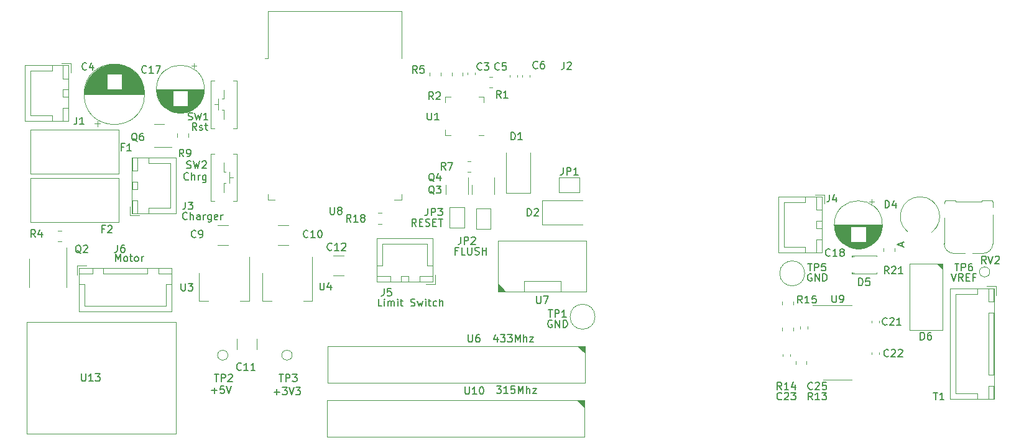
<source format=gbr>
%TF.GenerationSoftware,KiCad,Pcbnew,7.0.8-7.0.8~ubuntu22.04.1*%
%TF.CreationDate,2023-10-31T14:14:17+03:00*%
%TF.ProjectId,main-module,6d61696e-2d6d-46f6-9475-6c652e6b6963,rev?*%
%TF.SameCoordinates,Original*%
%TF.FileFunction,Legend,Top*%
%TF.FilePolarity,Positive*%
%FSLAX46Y46*%
G04 Gerber Fmt 4.6, Leading zero omitted, Abs format (unit mm)*
G04 Created by KiCad (PCBNEW 7.0.8-7.0.8~ubuntu22.04.1) date 2023-10-31 14:14:17*
%MOMM*%
%LPD*%
G01*
G04 APERTURE LIST*
%ADD10C,0.150000*%
%ADD11C,0.120000*%
G04 APERTURE END LIST*
D10*
X166788095Y-87342319D02*
X167359523Y-87342319D01*
X167073809Y-88342319D02*
X167073809Y-87342319D01*
X168216666Y-88342319D02*
X167645238Y-88342319D01*
X167930952Y-88342319D02*
X167930952Y-87342319D01*
X167930952Y-87342319D02*
X167835714Y-87485176D01*
X167835714Y-87485176D02*
X167740476Y-87580414D01*
X167740476Y-87580414D02*
X167645238Y-87628033D01*
X96468333Y-43754819D02*
X96135000Y-43278628D01*
X95896905Y-43754819D02*
X95896905Y-42754819D01*
X95896905Y-42754819D02*
X96277857Y-42754819D01*
X96277857Y-42754819D02*
X96373095Y-42802438D01*
X96373095Y-42802438D02*
X96420714Y-42850057D01*
X96420714Y-42850057D02*
X96468333Y-42945295D01*
X96468333Y-42945295D02*
X96468333Y-43088152D01*
X96468333Y-43088152D02*
X96420714Y-43183390D01*
X96420714Y-43183390D02*
X96373095Y-43231009D01*
X96373095Y-43231009D02*
X96277857Y-43278628D01*
X96277857Y-43278628D02*
X95896905Y-43278628D01*
X97373095Y-42754819D02*
X96896905Y-42754819D01*
X96896905Y-42754819D02*
X96849286Y-43231009D01*
X96849286Y-43231009D02*
X96896905Y-43183390D01*
X96896905Y-43183390D02*
X96992143Y-43135771D01*
X96992143Y-43135771D02*
X97230238Y-43135771D01*
X97230238Y-43135771D02*
X97325476Y-43183390D01*
X97325476Y-43183390D02*
X97373095Y-43231009D01*
X97373095Y-43231009D02*
X97420714Y-43326247D01*
X97420714Y-43326247D02*
X97420714Y-43564342D01*
X97420714Y-43564342D02*
X97373095Y-43659580D01*
X97373095Y-43659580D02*
X97325476Y-43707200D01*
X97325476Y-43707200D02*
X97230238Y-43754819D01*
X97230238Y-43754819D02*
X96992143Y-43754819D01*
X96992143Y-43754819D02*
X96896905Y-43707200D01*
X96896905Y-43707200D02*
X96849286Y-43659580D01*
X72507142Y-84209580D02*
X72459523Y-84257200D01*
X72459523Y-84257200D02*
X72316666Y-84304819D01*
X72316666Y-84304819D02*
X72221428Y-84304819D01*
X72221428Y-84304819D02*
X72078571Y-84257200D01*
X72078571Y-84257200D02*
X71983333Y-84161961D01*
X71983333Y-84161961D02*
X71935714Y-84066723D01*
X71935714Y-84066723D02*
X71888095Y-83876247D01*
X71888095Y-83876247D02*
X71888095Y-83733390D01*
X71888095Y-83733390D02*
X71935714Y-83542914D01*
X71935714Y-83542914D02*
X71983333Y-83447676D01*
X71983333Y-83447676D02*
X72078571Y-83352438D01*
X72078571Y-83352438D02*
X72221428Y-83304819D01*
X72221428Y-83304819D02*
X72316666Y-83304819D01*
X72316666Y-83304819D02*
X72459523Y-83352438D01*
X72459523Y-83352438D02*
X72507142Y-83400057D01*
X73459523Y-84304819D02*
X72888095Y-84304819D01*
X73173809Y-84304819D02*
X73173809Y-83304819D01*
X73173809Y-83304819D02*
X73078571Y-83447676D01*
X73078571Y-83447676D02*
X72983333Y-83542914D01*
X72983333Y-83542914D02*
X72888095Y-83590533D01*
X74411904Y-84304819D02*
X73840476Y-84304819D01*
X74126190Y-84304819D02*
X74126190Y-83304819D01*
X74126190Y-83304819D02*
X74030952Y-83447676D01*
X74030952Y-83447676D02*
X73935714Y-83542914D01*
X73935714Y-83542914D02*
X73840476Y-83590533D01*
X146107142Y-88247080D02*
X146059523Y-88294700D01*
X146059523Y-88294700D02*
X145916666Y-88342319D01*
X145916666Y-88342319D02*
X145821428Y-88342319D01*
X145821428Y-88342319D02*
X145678571Y-88294700D01*
X145678571Y-88294700D02*
X145583333Y-88199461D01*
X145583333Y-88199461D02*
X145535714Y-88104223D01*
X145535714Y-88104223D02*
X145488095Y-87913747D01*
X145488095Y-87913747D02*
X145488095Y-87770890D01*
X145488095Y-87770890D02*
X145535714Y-87580414D01*
X145535714Y-87580414D02*
X145583333Y-87485176D01*
X145583333Y-87485176D02*
X145678571Y-87389938D01*
X145678571Y-87389938D02*
X145821428Y-87342319D01*
X145821428Y-87342319D02*
X145916666Y-87342319D01*
X145916666Y-87342319D02*
X146059523Y-87389938D01*
X146059523Y-87389938D02*
X146107142Y-87437557D01*
X146488095Y-87437557D02*
X146535714Y-87389938D01*
X146535714Y-87389938D02*
X146630952Y-87342319D01*
X146630952Y-87342319D02*
X146869047Y-87342319D01*
X146869047Y-87342319D02*
X146964285Y-87389938D01*
X146964285Y-87389938D02*
X147011904Y-87437557D01*
X147011904Y-87437557D02*
X147059523Y-87532795D01*
X147059523Y-87532795D02*
X147059523Y-87628033D01*
X147059523Y-87628033D02*
X147011904Y-87770890D01*
X147011904Y-87770890D02*
X146440476Y-88342319D01*
X146440476Y-88342319D02*
X147059523Y-88342319D01*
X147392857Y-87342319D02*
X148011904Y-87342319D01*
X148011904Y-87342319D02*
X147678571Y-87723271D01*
X147678571Y-87723271D02*
X147821428Y-87723271D01*
X147821428Y-87723271D02*
X147916666Y-87770890D01*
X147916666Y-87770890D02*
X147964285Y-87818509D01*
X147964285Y-87818509D02*
X148011904Y-87913747D01*
X148011904Y-87913747D02*
X148011904Y-88151842D01*
X148011904Y-88151842D02*
X147964285Y-88247080D01*
X147964285Y-88247080D02*
X147916666Y-88294700D01*
X147916666Y-88294700D02*
X147821428Y-88342319D01*
X147821428Y-88342319D02*
X147535714Y-88342319D01*
X147535714Y-88342319D02*
X147440476Y-88294700D01*
X147440476Y-88294700D02*
X147392857Y-88247080D01*
X50756905Y-84779819D02*
X50756905Y-85589342D01*
X50756905Y-85589342D02*
X50804524Y-85684580D01*
X50804524Y-85684580D02*
X50852143Y-85732200D01*
X50852143Y-85732200D02*
X50947381Y-85779819D01*
X50947381Y-85779819D02*
X51137857Y-85779819D01*
X51137857Y-85779819D02*
X51233095Y-85732200D01*
X51233095Y-85732200D02*
X51280714Y-85684580D01*
X51280714Y-85684580D02*
X51328333Y-85589342D01*
X51328333Y-85589342D02*
X51328333Y-84779819D01*
X52328333Y-85779819D02*
X51756905Y-85779819D01*
X52042619Y-85779819D02*
X52042619Y-84779819D01*
X52042619Y-84779819D02*
X51947381Y-84922676D01*
X51947381Y-84922676D02*
X51852143Y-85017914D01*
X51852143Y-85017914D02*
X51756905Y-85065533D01*
X52661667Y-84779819D02*
X53280714Y-84779819D01*
X53280714Y-84779819D02*
X52947381Y-85160771D01*
X52947381Y-85160771D02*
X53090238Y-85160771D01*
X53090238Y-85160771D02*
X53185476Y-85208390D01*
X53185476Y-85208390D02*
X53233095Y-85256009D01*
X53233095Y-85256009D02*
X53280714Y-85351247D01*
X53280714Y-85351247D02*
X53280714Y-85589342D01*
X53280714Y-85589342D02*
X53233095Y-85684580D01*
X53233095Y-85684580D02*
X53185476Y-85732200D01*
X53185476Y-85732200D02*
X53090238Y-85779819D01*
X53090238Y-85779819D02*
X52804524Y-85779819D01*
X52804524Y-85779819D02*
X52709286Y-85732200D01*
X52709286Y-85732200D02*
X52661667Y-85684580D01*
X160211905Y-62142319D02*
X160211905Y-61142319D01*
X160211905Y-61142319D02*
X160450000Y-61142319D01*
X160450000Y-61142319D02*
X160592857Y-61189938D01*
X160592857Y-61189938D02*
X160688095Y-61285176D01*
X160688095Y-61285176D02*
X160735714Y-61380414D01*
X160735714Y-61380414D02*
X160783333Y-61570890D01*
X160783333Y-61570890D02*
X160783333Y-61713747D01*
X160783333Y-61713747D02*
X160735714Y-61904223D01*
X160735714Y-61904223D02*
X160688095Y-61999461D01*
X160688095Y-61999461D02*
X160592857Y-62094700D01*
X160592857Y-62094700D02*
X160450000Y-62142319D01*
X160450000Y-62142319D02*
X160211905Y-62142319D01*
X161640476Y-61475652D02*
X161640476Y-62142319D01*
X161402381Y-61094700D02*
X161164286Y-61808985D01*
X161164286Y-61808985D02*
X161783333Y-61808985D01*
X162519104Y-67363094D02*
X162519104Y-66886904D01*
X162804819Y-67458332D02*
X161804819Y-67124999D01*
X161804819Y-67124999D02*
X162804819Y-66791666D01*
X173954761Y-69742319D02*
X173621428Y-69266128D01*
X173383333Y-69742319D02*
X173383333Y-68742319D01*
X173383333Y-68742319D02*
X173764285Y-68742319D01*
X173764285Y-68742319D02*
X173859523Y-68789938D01*
X173859523Y-68789938D02*
X173907142Y-68837557D01*
X173907142Y-68837557D02*
X173954761Y-68932795D01*
X173954761Y-68932795D02*
X173954761Y-69075652D01*
X173954761Y-69075652D02*
X173907142Y-69170890D01*
X173907142Y-69170890D02*
X173859523Y-69218509D01*
X173859523Y-69218509D02*
X173764285Y-69266128D01*
X173764285Y-69266128D02*
X173383333Y-69266128D01*
X174240476Y-68742319D02*
X174573809Y-69742319D01*
X174573809Y-69742319D02*
X174907142Y-68742319D01*
X175192857Y-68837557D02*
X175240476Y-68789938D01*
X175240476Y-68789938D02*
X175335714Y-68742319D01*
X175335714Y-68742319D02*
X175573809Y-68742319D01*
X175573809Y-68742319D02*
X175669047Y-68789938D01*
X175669047Y-68789938D02*
X175716666Y-68837557D01*
X175716666Y-68837557D02*
X175764285Y-68932795D01*
X175764285Y-68932795D02*
X175764285Y-69028033D01*
X175764285Y-69028033D02*
X175716666Y-69170890D01*
X175716666Y-69170890D02*
X175145238Y-69742319D01*
X175145238Y-69742319D02*
X175764285Y-69742319D01*
X64338095Y-72454819D02*
X64338095Y-73264342D01*
X64338095Y-73264342D02*
X64385714Y-73359580D01*
X64385714Y-73359580D02*
X64433333Y-73407200D01*
X64433333Y-73407200D02*
X64528571Y-73454819D01*
X64528571Y-73454819D02*
X64719047Y-73454819D01*
X64719047Y-73454819D02*
X64814285Y-73407200D01*
X64814285Y-73407200D02*
X64861904Y-73359580D01*
X64861904Y-73359580D02*
X64909523Y-73264342D01*
X64909523Y-73264342D02*
X64909523Y-72454819D01*
X65290476Y-72454819D02*
X65909523Y-72454819D01*
X65909523Y-72454819D02*
X65576190Y-72835771D01*
X65576190Y-72835771D02*
X65719047Y-72835771D01*
X65719047Y-72835771D02*
X65814285Y-72883390D01*
X65814285Y-72883390D02*
X65861904Y-72931009D01*
X65861904Y-72931009D02*
X65909523Y-73026247D01*
X65909523Y-73026247D02*
X65909523Y-73264342D01*
X65909523Y-73264342D02*
X65861904Y-73359580D01*
X65861904Y-73359580D02*
X65814285Y-73407200D01*
X65814285Y-73407200D02*
X65719047Y-73454819D01*
X65719047Y-73454819D02*
X65433333Y-73454819D01*
X65433333Y-73454819D02*
X65338095Y-73407200D01*
X65338095Y-73407200D02*
X65290476Y-73359580D01*
X44483333Y-66154819D02*
X44150000Y-65678628D01*
X43911905Y-66154819D02*
X43911905Y-65154819D01*
X43911905Y-65154819D02*
X44292857Y-65154819D01*
X44292857Y-65154819D02*
X44388095Y-65202438D01*
X44388095Y-65202438D02*
X44435714Y-65250057D01*
X44435714Y-65250057D02*
X44483333Y-65345295D01*
X44483333Y-65345295D02*
X44483333Y-65488152D01*
X44483333Y-65488152D02*
X44435714Y-65583390D01*
X44435714Y-65583390D02*
X44388095Y-65631009D01*
X44388095Y-65631009D02*
X44292857Y-65678628D01*
X44292857Y-65678628D02*
X43911905Y-65678628D01*
X45340476Y-65488152D02*
X45340476Y-66154819D01*
X45102381Y-65107200D02*
X44864286Y-65821485D01*
X44864286Y-65821485D02*
X45483333Y-65821485D01*
X146107142Y-86942319D02*
X145773809Y-86466128D01*
X145535714Y-86942319D02*
X145535714Y-85942319D01*
X145535714Y-85942319D02*
X145916666Y-85942319D01*
X145916666Y-85942319D02*
X146011904Y-85989938D01*
X146011904Y-85989938D02*
X146059523Y-86037557D01*
X146059523Y-86037557D02*
X146107142Y-86132795D01*
X146107142Y-86132795D02*
X146107142Y-86275652D01*
X146107142Y-86275652D02*
X146059523Y-86370890D01*
X146059523Y-86370890D02*
X146011904Y-86418509D01*
X146011904Y-86418509D02*
X145916666Y-86466128D01*
X145916666Y-86466128D02*
X145535714Y-86466128D01*
X147059523Y-86942319D02*
X146488095Y-86942319D01*
X146773809Y-86942319D02*
X146773809Y-85942319D01*
X146773809Y-85942319D02*
X146678571Y-86085176D01*
X146678571Y-86085176D02*
X146583333Y-86180414D01*
X146583333Y-86180414D02*
X146488095Y-86228033D01*
X147916666Y-86275652D02*
X147916666Y-86942319D01*
X147678571Y-85894700D02*
X147440476Y-86608985D01*
X147440476Y-86608985D02*
X148059523Y-86608985D01*
X50101666Y-49754819D02*
X50101666Y-50469104D01*
X50101666Y-50469104D02*
X50054047Y-50611961D01*
X50054047Y-50611961D02*
X49958809Y-50707200D01*
X49958809Y-50707200D02*
X49815952Y-50754819D01*
X49815952Y-50754819D02*
X49720714Y-50754819D01*
X51101666Y-50754819D02*
X50530238Y-50754819D01*
X50815952Y-50754819D02*
X50815952Y-49754819D01*
X50815952Y-49754819D02*
X50720714Y-49897676D01*
X50720714Y-49897676D02*
X50625476Y-49992914D01*
X50625476Y-49992914D02*
X50530238Y-50040533D01*
X152707142Y-68647080D02*
X152659523Y-68694700D01*
X152659523Y-68694700D02*
X152516666Y-68742319D01*
X152516666Y-68742319D02*
X152421428Y-68742319D01*
X152421428Y-68742319D02*
X152278571Y-68694700D01*
X152278571Y-68694700D02*
X152183333Y-68599461D01*
X152183333Y-68599461D02*
X152135714Y-68504223D01*
X152135714Y-68504223D02*
X152088095Y-68313747D01*
X152088095Y-68313747D02*
X152088095Y-68170890D01*
X152088095Y-68170890D02*
X152135714Y-67980414D01*
X152135714Y-67980414D02*
X152183333Y-67885176D01*
X152183333Y-67885176D02*
X152278571Y-67789938D01*
X152278571Y-67789938D02*
X152421428Y-67742319D01*
X152421428Y-67742319D02*
X152516666Y-67742319D01*
X152516666Y-67742319D02*
X152659523Y-67789938D01*
X152659523Y-67789938D02*
X152707142Y-67837557D01*
X153659523Y-68742319D02*
X153088095Y-68742319D01*
X153373809Y-68742319D02*
X153373809Y-67742319D01*
X153373809Y-67742319D02*
X153278571Y-67885176D01*
X153278571Y-67885176D02*
X153183333Y-67980414D01*
X153183333Y-67980414D02*
X153088095Y-68028033D01*
X154230952Y-68170890D02*
X154135714Y-68123271D01*
X154135714Y-68123271D02*
X154088095Y-68075652D01*
X154088095Y-68075652D02*
X154040476Y-67980414D01*
X154040476Y-67980414D02*
X154040476Y-67932795D01*
X154040476Y-67932795D02*
X154088095Y-67837557D01*
X154088095Y-67837557D02*
X154135714Y-67789938D01*
X154135714Y-67789938D02*
X154230952Y-67742319D01*
X154230952Y-67742319D02*
X154421428Y-67742319D01*
X154421428Y-67742319D02*
X154516666Y-67789938D01*
X154516666Y-67789938D02*
X154564285Y-67837557D01*
X154564285Y-67837557D02*
X154611904Y-67932795D01*
X154611904Y-67932795D02*
X154611904Y-67980414D01*
X154611904Y-67980414D02*
X154564285Y-68075652D01*
X154564285Y-68075652D02*
X154516666Y-68123271D01*
X154516666Y-68123271D02*
X154421428Y-68170890D01*
X154421428Y-68170890D02*
X154230952Y-68170890D01*
X154230952Y-68170890D02*
X154135714Y-68218509D01*
X154135714Y-68218509D02*
X154088095Y-68266128D01*
X154088095Y-68266128D02*
X154040476Y-68361366D01*
X154040476Y-68361366D02*
X154040476Y-68551842D01*
X154040476Y-68551842D02*
X154088095Y-68647080D01*
X154088095Y-68647080D02*
X154135714Y-68694700D01*
X154135714Y-68694700D02*
X154230952Y-68742319D01*
X154230952Y-68742319D02*
X154421428Y-68742319D01*
X154421428Y-68742319D02*
X154516666Y-68694700D01*
X154516666Y-68694700D02*
X154564285Y-68647080D01*
X154564285Y-68647080D02*
X154611904Y-68551842D01*
X154611904Y-68551842D02*
X154611904Y-68361366D01*
X154611904Y-68361366D02*
X154564285Y-68266128D01*
X154564285Y-68266128D02*
X154516666Y-68218509D01*
X154516666Y-68218509D02*
X154421428Y-68170890D01*
X107868333Y-47154819D02*
X107535000Y-46678628D01*
X107296905Y-47154819D02*
X107296905Y-46154819D01*
X107296905Y-46154819D02*
X107677857Y-46154819D01*
X107677857Y-46154819D02*
X107773095Y-46202438D01*
X107773095Y-46202438D02*
X107820714Y-46250057D01*
X107820714Y-46250057D02*
X107868333Y-46345295D01*
X107868333Y-46345295D02*
X107868333Y-46488152D01*
X107868333Y-46488152D02*
X107820714Y-46583390D01*
X107820714Y-46583390D02*
X107773095Y-46631009D01*
X107773095Y-46631009D02*
X107677857Y-46678628D01*
X107677857Y-46678628D02*
X107296905Y-46678628D01*
X108820714Y-47154819D02*
X108249286Y-47154819D01*
X108535000Y-47154819D02*
X108535000Y-46154819D01*
X108535000Y-46154819D02*
X108439762Y-46297676D01*
X108439762Y-46297676D02*
X108344524Y-46392914D01*
X108344524Y-46392914D02*
X108249286Y-46440533D01*
X150307142Y-86847080D02*
X150259523Y-86894700D01*
X150259523Y-86894700D02*
X150116666Y-86942319D01*
X150116666Y-86942319D02*
X150021428Y-86942319D01*
X150021428Y-86942319D02*
X149878571Y-86894700D01*
X149878571Y-86894700D02*
X149783333Y-86799461D01*
X149783333Y-86799461D02*
X149735714Y-86704223D01*
X149735714Y-86704223D02*
X149688095Y-86513747D01*
X149688095Y-86513747D02*
X149688095Y-86370890D01*
X149688095Y-86370890D02*
X149735714Y-86180414D01*
X149735714Y-86180414D02*
X149783333Y-86085176D01*
X149783333Y-86085176D02*
X149878571Y-85989938D01*
X149878571Y-85989938D02*
X150021428Y-85942319D01*
X150021428Y-85942319D02*
X150116666Y-85942319D01*
X150116666Y-85942319D02*
X150259523Y-85989938D01*
X150259523Y-85989938D02*
X150307142Y-86037557D01*
X150688095Y-86037557D02*
X150735714Y-85989938D01*
X150735714Y-85989938D02*
X150830952Y-85942319D01*
X150830952Y-85942319D02*
X151069047Y-85942319D01*
X151069047Y-85942319D02*
X151164285Y-85989938D01*
X151164285Y-85989938D02*
X151211904Y-86037557D01*
X151211904Y-86037557D02*
X151259523Y-86132795D01*
X151259523Y-86132795D02*
X151259523Y-86228033D01*
X151259523Y-86228033D02*
X151211904Y-86370890D01*
X151211904Y-86370890D02*
X150640476Y-86942319D01*
X150640476Y-86942319D02*
X151259523Y-86942319D01*
X152164285Y-85942319D02*
X151688095Y-85942319D01*
X151688095Y-85942319D02*
X151640476Y-86418509D01*
X151640476Y-86418509D02*
X151688095Y-86370890D01*
X151688095Y-86370890D02*
X151783333Y-86323271D01*
X151783333Y-86323271D02*
X152021428Y-86323271D01*
X152021428Y-86323271D02*
X152116666Y-86370890D01*
X152116666Y-86370890D02*
X152164285Y-86418509D01*
X152164285Y-86418509D02*
X152211904Y-86513747D01*
X152211904Y-86513747D02*
X152211904Y-86751842D01*
X152211904Y-86751842D02*
X152164285Y-86847080D01*
X152164285Y-86847080D02*
X152116666Y-86894700D01*
X152116666Y-86894700D02*
X152021428Y-86942319D01*
X152021428Y-86942319D02*
X151783333Y-86942319D01*
X151783333Y-86942319D02*
X151688095Y-86894700D01*
X151688095Y-86894700D02*
X151640476Y-86847080D01*
X87457142Y-64054819D02*
X87123809Y-63578628D01*
X86885714Y-64054819D02*
X86885714Y-63054819D01*
X86885714Y-63054819D02*
X87266666Y-63054819D01*
X87266666Y-63054819D02*
X87361904Y-63102438D01*
X87361904Y-63102438D02*
X87409523Y-63150057D01*
X87409523Y-63150057D02*
X87457142Y-63245295D01*
X87457142Y-63245295D02*
X87457142Y-63388152D01*
X87457142Y-63388152D02*
X87409523Y-63483390D01*
X87409523Y-63483390D02*
X87361904Y-63531009D01*
X87361904Y-63531009D02*
X87266666Y-63578628D01*
X87266666Y-63578628D02*
X86885714Y-63578628D01*
X88409523Y-64054819D02*
X87838095Y-64054819D01*
X88123809Y-64054819D02*
X88123809Y-63054819D01*
X88123809Y-63054819D02*
X88028571Y-63197676D01*
X88028571Y-63197676D02*
X87933333Y-63292914D01*
X87933333Y-63292914D02*
X87838095Y-63340533D01*
X88980952Y-63483390D02*
X88885714Y-63435771D01*
X88885714Y-63435771D02*
X88838095Y-63388152D01*
X88838095Y-63388152D02*
X88790476Y-63292914D01*
X88790476Y-63292914D02*
X88790476Y-63245295D01*
X88790476Y-63245295D02*
X88838095Y-63150057D01*
X88838095Y-63150057D02*
X88885714Y-63102438D01*
X88885714Y-63102438D02*
X88980952Y-63054819D01*
X88980952Y-63054819D02*
X89171428Y-63054819D01*
X89171428Y-63054819D02*
X89266666Y-63102438D01*
X89266666Y-63102438D02*
X89314285Y-63150057D01*
X89314285Y-63150057D02*
X89361904Y-63245295D01*
X89361904Y-63245295D02*
X89361904Y-63292914D01*
X89361904Y-63292914D02*
X89314285Y-63388152D01*
X89314285Y-63388152D02*
X89266666Y-63435771D01*
X89266666Y-63435771D02*
X89171428Y-63483390D01*
X89171428Y-63483390D02*
X88980952Y-63483390D01*
X88980952Y-63483390D02*
X88885714Y-63531009D01*
X88885714Y-63531009D02*
X88838095Y-63578628D01*
X88838095Y-63578628D02*
X88790476Y-63673866D01*
X88790476Y-63673866D02*
X88790476Y-63864342D01*
X88790476Y-63864342D02*
X88838095Y-63959580D01*
X88838095Y-63959580D02*
X88885714Y-64007200D01*
X88885714Y-64007200D02*
X88980952Y-64054819D01*
X88980952Y-64054819D02*
X89171428Y-64054819D01*
X89171428Y-64054819D02*
X89266666Y-64007200D01*
X89266666Y-64007200D02*
X89314285Y-63959580D01*
X89314285Y-63959580D02*
X89361904Y-63864342D01*
X89361904Y-63864342D02*
X89361904Y-63673866D01*
X89361904Y-63673866D02*
X89314285Y-63578628D01*
X89314285Y-63578628D02*
X89266666Y-63531009D01*
X89266666Y-63531009D02*
X89171428Y-63483390D01*
X66333333Y-66109580D02*
X66285714Y-66157200D01*
X66285714Y-66157200D02*
X66142857Y-66204819D01*
X66142857Y-66204819D02*
X66047619Y-66204819D01*
X66047619Y-66204819D02*
X65904762Y-66157200D01*
X65904762Y-66157200D02*
X65809524Y-66061961D01*
X65809524Y-66061961D02*
X65761905Y-65966723D01*
X65761905Y-65966723D02*
X65714286Y-65776247D01*
X65714286Y-65776247D02*
X65714286Y-65633390D01*
X65714286Y-65633390D02*
X65761905Y-65442914D01*
X65761905Y-65442914D02*
X65809524Y-65347676D01*
X65809524Y-65347676D02*
X65904762Y-65252438D01*
X65904762Y-65252438D02*
X66047619Y-65204819D01*
X66047619Y-65204819D02*
X66142857Y-65204819D01*
X66142857Y-65204819D02*
X66285714Y-65252438D01*
X66285714Y-65252438D02*
X66333333Y-65300057D01*
X66809524Y-66204819D02*
X67000000Y-66204819D01*
X67000000Y-66204819D02*
X67095238Y-66157200D01*
X67095238Y-66157200D02*
X67142857Y-66109580D01*
X67142857Y-66109580D02*
X67238095Y-65966723D01*
X67238095Y-65966723D02*
X67285714Y-65776247D01*
X67285714Y-65776247D02*
X67285714Y-65395295D01*
X67285714Y-65395295D02*
X67238095Y-65300057D01*
X67238095Y-65300057D02*
X67190476Y-65252438D01*
X67190476Y-65252438D02*
X67095238Y-65204819D01*
X67095238Y-65204819D02*
X66904762Y-65204819D01*
X66904762Y-65204819D02*
X66809524Y-65252438D01*
X66809524Y-65252438D02*
X66761905Y-65300057D01*
X66761905Y-65300057D02*
X66714286Y-65395295D01*
X66714286Y-65395295D02*
X66714286Y-65633390D01*
X66714286Y-65633390D02*
X66761905Y-65728628D01*
X66761905Y-65728628D02*
X66809524Y-65776247D01*
X66809524Y-65776247D02*
X66904762Y-65823866D01*
X66904762Y-65823866D02*
X67095238Y-65823866D01*
X67095238Y-65823866D02*
X67190476Y-65776247D01*
X67190476Y-65776247D02*
X67238095Y-65728628D01*
X67238095Y-65728628D02*
X67285714Y-65633390D01*
X160707142Y-71142319D02*
X160373809Y-70666128D01*
X160135714Y-71142319D02*
X160135714Y-70142319D01*
X160135714Y-70142319D02*
X160516666Y-70142319D01*
X160516666Y-70142319D02*
X160611904Y-70189938D01*
X160611904Y-70189938D02*
X160659523Y-70237557D01*
X160659523Y-70237557D02*
X160707142Y-70332795D01*
X160707142Y-70332795D02*
X160707142Y-70475652D01*
X160707142Y-70475652D02*
X160659523Y-70570890D01*
X160659523Y-70570890D02*
X160611904Y-70618509D01*
X160611904Y-70618509D02*
X160516666Y-70666128D01*
X160516666Y-70666128D02*
X160135714Y-70666128D01*
X161088095Y-70237557D02*
X161135714Y-70189938D01*
X161135714Y-70189938D02*
X161230952Y-70142319D01*
X161230952Y-70142319D02*
X161469047Y-70142319D01*
X161469047Y-70142319D02*
X161564285Y-70189938D01*
X161564285Y-70189938D02*
X161611904Y-70237557D01*
X161611904Y-70237557D02*
X161659523Y-70332795D01*
X161659523Y-70332795D02*
X161659523Y-70428033D01*
X161659523Y-70428033D02*
X161611904Y-70570890D01*
X161611904Y-70570890D02*
X161040476Y-71142319D01*
X161040476Y-71142319D02*
X161659523Y-71142319D01*
X162611904Y-71142319D02*
X162040476Y-71142319D01*
X162326190Y-71142319D02*
X162326190Y-70142319D01*
X162326190Y-70142319D02*
X162230952Y-70285176D01*
X162230952Y-70285176D02*
X162135714Y-70380414D01*
X162135714Y-70380414D02*
X162040476Y-70428033D01*
X116366666Y-56654819D02*
X116366666Y-57369104D01*
X116366666Y-57369104D02*
X116319047Y-57511961D01*
X116319047Y-57511961D02*
X116223809Y-57607200D01*
X116223809Y-57607200D02*
X116080952Y-57654819D01*
X116080952Y-57654819D02*
X115985714Y-57654819D01*
X116842857Y-57654819D02*
X116842857Y-56654819D01*
X116842857Y-56654819D02*
X117223809Y-56654819D01*
X117223809Y-56654819D02*
X117319047Y-56702438D01*
X117319047Y-56702438D02*
X117366666Y-56750057D01*
X117366666Y-56750057D02*
X117414285Y-56845295D01*
X117414285Y-56845295D02*
X117414285Y-56988152D01*
X117414285Y-56988152D02*
X117366666Y-57083390D01*
X117366666Y-57083390D02*
X117319047Y-57131009D01*
X117319047Y-57131009D02*
X117223809Y-57178628D01*
X117223809Y-57178628D02*
X116842857Y-57178628D01*
X118366666Y-57654819D02*
X117795238Y-57654819D01*
X118080952Y-57654819D02*
X118080952Y-56654819D01*
X118080952Y-56654819D02*
X117985714Y-56797676D01*
X117985714Y-56797676D02*
X117890476Y-56892914D01*
X117890476Y-56892914D02*
X117795238Y-56940533D01*
X148907142Y-75142319D02*
X148573809Y-74666128D01*
X148335714Y-75142319D02*
X148335714Y-74142319D01*
X148335714Y-74142319D02*
X148716666Y-74142319D01*
X148716666Y-74142319D02*
X148811904Y-74189938D01*
X148811904Y-74189938D02*
X148859523Y-74237557D01*
X148859523Y-74237557D02*
X148907142Y-74332795D01*
X148907142Y-74332795D02*
X148907142Y-74475652D01*
X148907142Y-74475652D02*
X148859523Y-74570890D01*
X148859523Y-74570890D02*
X148811904Y-74618509D01*
X148811904Y-74618509D02*
X148716666Y-74666128D01*
X148716666Y-74666128D02*
X148335714Y-74666128D01*
X149859523Y-75142319D02*
X149288095Y-75142319D01*
X149573809Y-75142319D02*
X149573809Y-74142319D01*
X149573809Y-74142319D02*
X149478571Y-74285176D01*
X149478571Y-74285176D02*
X149383333Y-74380414D01*
X149383333Y-74380414D02*
X149288095Y-74428033D01*
X150764285Y-74142319D02*
X150288095Y-74142319D01*
X150288095Y-74142319D02*
X150240476Y-74618509D01*
X150240476Y-74618509D02*
X150288095Y-74570890D01*
X150288095Y-74570890D02*
X150383333Y-74523271D01*
X150383333Y-74523271D02*
X150621428Y-74523271D01*
X150621428Y-74523271D02*
X150716666Y-74570890D01*
X150716666Y-74570890D02*
X150764285Y-74618509D01*
X150764285Y-74618509D02*
X150811904Y-74713747D01*
X150811904Y-74713747D02*
X150811904Y-74951842D01*
X150811904Y-74951842D02*
X150764285Y-75047080D01*
X150764285Y-75047080D02*
X150716666Y-75094700D01*
X150716666Y-75094700D02*
X150621428Y-75142319D01*
X150621428Y-75142319D02*
X150383333Y-75142319D01*
X150383333Y-75142319D02*
X150288095Y-75094700D01*
X150288095Y-75094700D02*
X150240476Y-75047080D01*
X64668333Y-55154819D02*
X64335000Y-54678628D01*
X64096905Y-55154819D02*
X64096905Y-54154819D01*
X64096905Y-54154819D02*
X64477857Y-54154819D01*
X64477857Y-54154819D02*
X64573095Y-54202438D01*
X64573095Y-54202438D02*
X64620714Y-54250057D01*
X64620714Y-54250057D02*
X64668333Y-54345295D01*
X64668333Y-54345295D02*
X64668333Y-54488152D01*
X64668333Y-54488152D02*
X64620714Y-54583390D01*
X64620714Y-54583390D02*
X64573095Y-54631009D01*
X64573095Y-54631009D02*
X64477857Y-54678628D01*
X64477857Y-54678628D02*
X64096905Y-54678628D01*
X65144524Y-55154819D02*
X65335000Y-55154819D01*
X65335000Y-55154819D02*
X65430238Y-55107200D01*
X65430238Y-55107200D02*
X65477857Y-55059580D01*
X65477857Y-55059580D02*
X65573095Y-54916723D01*
X65573095Y-54916723D02*
X65620714Y-54726247D01*
X65620714Y-54726247D02*
X65620714Y-54345295D01*
X65620714Y-54345295D02*
X65573095Y-54250057D01*
X65573095Y-54250057D02*
X65525476Y-54202438D01*
X65525476Y-54202438D02*
X65430238Y-54154819D01*
X65430238Y-54154819D02*
X65239762Y-54154819D01*
X65239762Y-54154819D02*
X65144524Y-54202438D01*
X65144524Y-54202438D02*
X65096905Y-54250057D01*
X65096905Y-54250057D02*
X65049286Y-54345295D01*
X65049286Y-54345295D02*
X65049286Y-54583390D01*
X65049286Y-54583390D02*
X65096905Y-54678628D01*
X65096905Y-54678628D02*
X65144524Y-54726247D01*
X65144524Y-54726247D02*
X65239762Y-54773866D01*
X65239762Y-54773866D02*
X65430238Y-54773866D01*
X65430238Y-54773866D02*
X65525476Y-54726247D01*
X65525476Y-54726247D02*
X65573095Y-54678628D01*
X65573095Y-54678628D02*
X65620714Y-54583390D01*
X112738095Y-74204819D02*
X112738095Y-75014342D01*
X112738095Y-75014342D02*
X112785714Y-75109580D01*
X112785714Y-75109580D02*
X112833333Y-75157200D01*
X112833333Y-75157200D02*
X112928571Y-75204819D01*
X112928571Y-75204819D02*
X113119047Y-75204819D01*
X113119047Y-75204819D02*
X113214285Y-75157200D01*
X113214285Y-75157200D02*
X113261904Y-75109580D01*
X113261904Y-75109580D02*
X113309523Y-75014342D01*
X113309523Y-75014342D02*
X113309523Y-74204819D01*
X113690476Y-74204819D02*
X114357142Y-74204819D01*
X114357142Y-74204819D02*
X113928571Y-75204819D01*
X160657142Y-82359580D02*
X160609523Y-82407200D01*
X160609523Y-82407200D02*
X160466666Y-82454819D01*
X160466666Y-82454819D02*
X160371428Y-82454819D01*
X160371428Y-82454819D02*
X160228571Y-82407200D01*
X160228571Y-82407200D02*
X160133333Y-82311961D01*
X160133333Y-82311961D02*
X160085714Y-82216723D01*
X160085714Y-82216723D02*
X160038095Y-82026247D01*
X160038095Y-82026247D02*
X160038095Y-81883390D01*
X160038095Y-81883390D02*
X160085714Y-81692914D01*
X160085714Y-81692914D02*
X160133333Y-81597676D01*
X160133333Y-81597676D02*
X160228571Y-81502438D01*
X160228571Y-81502438D02*
X160371428Y-81454819D01*
X160371428Y-81454819D02*
X160466666Y-81454819D01*
X160466666Y-81454819D02*
X160609523Y-81502438D01*
X160609523Y-81502438D02*
X160657142Y-81550057D01*
X161038095Y-81550057D02*
X161085714Y-81502438D01*
X161085714Y-81502438D02*
X161180952Y-81454819D01*
X161180952Y-81454819D02*
X161419047Y-81454819D01*
X161419047Y-81454819D02*
X161514285Y-81502438D01*
X161514285Y-81502438D02*
X161561904Y-81550057D01*
X161561904Y-81550057D02*
X161609523Y-81645295D01*
X161609523Y-81645295D02*
X161609523Y-81740533D01*
X161609523Y-81740533D02*
X161561904Y-81883390D01*
X161561904Y-81883390D02*
X160990476Y-82454819D01*
X160990476Y-82454819D02*
X161609523Y-82454819D01*
X161990476Y-81550057D02*
X162038095Y-81502438D01*
X162038095Y-81502438D02*
X162133333Y-81454819D01*
X162133333Y-81454819D02*
X162371428Y-81454819D01*
X162371428Y-81454819D02*
X162466666Y-81502438D01*
X162466666Y-81502438D02*
X162514285Y-81550057D01*
X162514285Y-81550057D02*
X162561904Y-81645295D01*
X162561904Y-81645295D02*
X162561904Y-81740533D01*
X162561904Y-81740533D02*
X162514285Y-81883390D01*
X162514285Y-81883390D02*
X161942857Y-82454819D01*
X161942857Y-82454819D02*
X162561904Y-82454819D01*
X111461905Y-63254819D02*
X111461905Y-62254819D01*
X111461905Y-62254819D02*
X111700000Y-62254819D01*
X111700000Y-62254819D02*
X111842857Y-62302438D01*
X111842857Y-62302438D02*
X111938095Y-62397676D01*
X111938095Y-62397676D02*
X111985714Y-62492914D01*
X111985714Y-62492914D02*
X112033333Y-62683390D01*
X112033333Y-62683390D02*
X112033333Y-62826247D01*
X112033333Y-62826247D02*
X111985714Y-63016723D01*
X111985714Y-63016723D02*
X111938095Y-63111961D01*
X111938095Y-63111961D02*
X111842857Y-63207200D01*
X111842857Y-63207200D02*
X111700000Y-63254819D01*
X111700000Y-63254819D02*
X111461905Y-63254819D01*
X112414286Y-62350057D02*
X112461905Y-62302438D01*
X112461905Y-62302438D02*
X112557143Y-62254819D01*
X112557143Y-62254819D02*
X112795238Y-62254819D01*
X112795238Y-62254819D02*
X112890476Y-62302438D01*
X112890476Y-62302438D02*
X112938095Y-62350057D01*
X112938095Y-62350057D02*
X112985714Y-62445295D01*
X112985714Y-62445295D02*
X112985714Y-62540533D01*
X112985714Y-62540533D02*
X112938095Y-62683390D01*
X112938095Y-62683390D02*
X112366667Y-63254819D01*
X112366667Y-63254819D02*
X112985714Y-63254819D01*
X116466666Y-42254819D02*
X116466666Y-42969104D01*
X116466666Y-42969104D02*
X116419047Y-43111961D01*
X116419047Y-43111961D02*
X116323809Y-43207200D01*
X116323809Y-43207200D02*
X116180952Y-43254819D01*
X116180952Y-43254819D02*
X116085714Y-43254819D01*
X116895238Y-42350057D02*
X116942857Y-42302438D01*
X116942857Y-42302438D02*
X117038095Y-42254819D01*
X117038095Y-42254819D02*
X117276190Y-42254819D01*
X117276190Y-42254819D02*
X117371428Y-42302438D01*
X117371428Y-42302438D02*
X117419047Y-42350057D01*
X117419047Y-42350057D02*
X117466666Y-42445295D01*
X117466666Y-42445295D02*
X117466666Y-42540533D01*
X117466666Y-42540533D02*
X117419047Y-42683390D01*
X117419047Y-42683390D02*
X116847619Y-43254819D01*
X116847619Y-43254819D02*
X117466666Y-43254819D01*
X55666666Y-67204819D02*
X55666666Y-67919104D01*
X55666666Y-67919104D02*
X55619047Y-68061961D01*
X55619047Y-68061961D02*
X55523809Y-68157200D01*
X55523809Y-68157200D02*
X55380952Y-68204819D01*
X55380952Y-68204819D02*
X55285714Y-68204819D01*
X56571428Y-67204819D02*
X56380952Y-67204819D01*
X56380952Y-67204819D02*
X56285714Y-67252438D01*
X56285714Y-67252438D02*
X56238095Y-67300057D01*
X56238095Y-67300057D02*
X56142857Y-67442914D01*
X56142857Y-67442914D02*
X56095238Y-67633390D01*
X56095238Y-67633390D02*
X56095238Y-68014342D01*
X56095238Y-68014342D02*
X56142857Y-68109580D01*
X56142857Y-68109580D02*
X56190476Y-68157200D01*
X56190476Y-68157200D02*
X56285714Y-68204819D01*
X56285714Y-68204819D02*
X56476190Y-68204819D01*
X56476190Y-68204819D02*
X56571428Y-68157200D01*
X56571428Y-68157200D02*
X56619047Y-68109580D01*
X56619047Y-68109580D02*
X56666666Y-68014342D01*
X56666666Y-68014342D02*
X56666666Y-67776247D01*
X56666666Y-67776247D02*
X56619047Y-67681009D01*
X56619047Y-67681009D02*
X56571428Y-67633390D01*
X56571428Y-67633390D02*
X56476190Y-67585771D01*
X56476190Y-67585771D02*
X56285714Y-67585771D01*
X56285714Y-67585771D02*
X56190476Y-67633390D01*
X56190476Y-67633390D02*
X56142857Y-67681009D01*
X56142857Y-67681009D02*
X56095238Y-67776247D01*
X55416666Y-69454819D02*
X55416666Y-68454819D01*
X55416666Y-68454819D02*
X55749999Y-69169104D01*
X55749999Y-69169104D02*
X56083332Y-68454819D01*
X56083332Y-68454819D02*
X56083332Y-69454819D01*
X56702380Y-69454819D02*
X56607142Y-69407200D01*
X56607142Y-69407200D02*
X56559523Y-69359580D01*
X56559523Y-69359580D02*
X56511904Y-69264342D01*
X56511904Y-69264342D02*
X56511904Y-68978628D01*
X56511904Y-68978628D02*
X56559523Y-68883390D01*
X56559523Y-68883390D02*
X56607142Y-68835771D01*
X56607142Y-68835771D02*
X56702380Y-68788152D01*
X56702380Y-68788152D02*
X56845237Y-68788152D01*
X56845237Y-68788152D02*
X56940475Y-68835771D01*
X56940475Y-68835771D02*
X56988094Y-68883390D01*
X56988094Y-68883390D02*
X57035713Y-68978628D01*
X57035713Y-68978628D02*
X57035713Y-69264342D01*
X57035713Y-69264342D02*
X56988094Y-69359580D01*
X56988094Y-69359580D02*
X56940475Y-69407200D01*
X56940475Y-69407200D02*
X56845237Y-69454819D01*
X56845237Y-69454819D02*
X56702380Y-69454819D01*
X57321428Y-68788152D02*
X57702380Y-68788152D01*
X57464285Y-68454819D02*
X57464285Y-69311961D01*
X57464285Y-69311961D02*
X57511904Y-69407200D01*
X57511904Y-69407200D02*
X57607142Y-69454819D01*
X57607142Y-69454819D02*
X57702380Y-69454819D01*
X58178571Y-69454819D02*
X58083333Y-69407200D01*
X58083333Y-69407200D02*
X58035714Y-69359580D01*
X58035714Y-69359580D02*
X57988095Y-69264342D01*
X57988095Y-69264342D02*
X57988095Y-68978628D01*
X57988095Y-68978628D02*
X58035714Y-68883390D01*
X58035714Y-68883390D02*
X58083333Y-68835771D01*
X58083333Y-68835771D02*
X58178571Y-68788152D01*
X58178571Y-68788152D02*
X58321428Y-68788152D01*
X58321428Y-68788152D02*
X58416666Y-68835771D01*
X58416666Y-68835771D02*
X58464285Y-68883390D01*
X58464285Y-68883390D02*
X58511904Y-68978628D01*
X58511904Y-68978628D02*
X58511904Y-69264342D01*
X58511904Y-69264342D02*
X58464285Y-69359580D01*
X58464285Y-69359580D02*
X58416666Y-69407200D01*
X58416666Y-69407200D02*
X58321428Y-69454819D01*
X58321428Y-69454819D02*
X58178571Y-69454819D01*
X58940476Y-69454819D02*
X58940476Y-68788152D01*
X58940476Y-68978628D02*
X58988095Y-68883390D01*
X58988095Y-68883390D02*
X59035714Y-68835771D01*
X59035714Y-68835771D02*
X59130952Y-68788152D01*
X59130952Y-68788152D02*
X59226190Y-68788152D01*
X65301667Y-50107200D02*
X65444524Y-50154819D01*
X65444524Y-50154819D02*
X65682619Y-50154819D01*
X65682619Y-50154819D02*
X65777857Y-50107200D01*
X65777857Y-50107200D02*
X65825476Y-50059580D01*
X65825476Y-50059580D02*
X65873095Y-49964342D01*
X65873095Y-49964342D02*
X65873095Y-49869104D01*
X65873095Y-49869104D02*
X65825476Y-49773866D01*
X65825476Y-49773866D02*
X65777857Y-49726247D01*
X65777857Y-49726247D02*
X65682619Y-49678628D01*
X65682619Y-49678628D02*
X65492143Y-49631009D01*
X65492143Y-49631009D02*
X65396905Y-49583390D01*
X65396905Y-49583390D02*
X65349286Y-49535771D01*
X65349286Y-49535771D02*
X65301667Y-49440533D01*
X65301667Y-49440533D02*
X65301667Y-49345295D01*
X65301667Y-49345295D02*
X65349286Y-49250057D01*
X65349286Y-49250057D02*
X65396905Y-49202438D01*
X65396905Y-49202438D02*
X65492143Y-49154819D01*
X65492143Y-49154819D02*
X65730238Y-49154819D01*
X65730238Y-49154819D02*
X65873095Y-49202438D01*
X66206429Y-49154819D02*
X66444524Y-50154819D01*
X66444524Y-50154819D02*
X66635000Y-49440533D01*
X66635000Y-49440533D02*
X66825476Y-50154819D01*
X66825476Y-50154819D02*
X67063572Y-49154819D01*
X67968333Y-50154819D02*
X67396905Y-50154819D01*
X67682619Y-50154819D02*
X67682619Y-49154819D01*
X67682619Y-49154819D02*
X67587381Y-49297676D01*
X67587381Y-49297676D02*
X67492143Y-49392914D01*
X67492143Y-49392914D02*
X67396905Y-49440533D01*
X66454047Y-51554819D02*
X66120714Y-51078628D01*
X65882619Y-51554819D02*
X65882619Y-50554819D01*
X65882619Y-50554819D02*
X66263571Y-50554819D01*
X66263571Y-50554819D02*
X66358809Y-50602438D01*
X66358809Y-50602438D02*
X66406428Y-50650057D01*
X66406428Y-50650057D02*
X66454047Y-50745295D01*
X66454047Y-50745295D02*
X66454047Y-50888152D01*
X66454047Y-50888152D02*
X66406428Y-50983390D01*
X66406428Y-50983390D02*
X66358809Y-51031009D01*
X66358809Y-51031009D02*
X66263571Y-51078628D01*
X66263571Y-51078628D02*
X65882619Y-51078628D01*
X66835000Y-51507200D02*
X66930238Y-51554819D01*
X66930238Y-51554819D02*
X67120714Y-51554819D01*
X67120714Y-51554819D02*
X67215952Y-51507200D01*
X67215952Y-51507200D02*
X67263571Y-51411961D01*
X67263571Y-51411961D02*
X67263571Y-51364342D01*
X67263571Y-51364342D02*
X67215952Y-51269104D01*
X67215952Y-51269104D02*
X67120714Y-51221485D01*
X67120714Y-51221485D02*
X66977857Y-51221485D01*
X66977857Y-51221485D02*
X66882619Y-51173866D01*
X66882619Y-51173866D02*
X66835000Y-51078628D01*
X66835000Y-51078628D02*
X66835000Y-51031009D01*
X66835000Y-51031009D02*
X66882619Y-50935771D01*
X66882619Y-50935771D02*
X66977857Y-50888152D01*
X66977857Y-50888152D02*
X67120714Y-50888152D01*
X67120714Y-50888152D02*
X67215952Y-50935771D01*
X67549286Y-50888152D02*
X67930238Y-50888152D01*
X67692143Y-50554819D02*
X67692143Y-51411961D01*
X67692143Y-51411961D02*
X67739762Y-51507200D01*
X67739762Y-51507200D02*
X67835000Y-51554819D01*
X67835000Y-51554819D02*
X67930238Y-51554819D01*
X81607142Y-66109580D02*
X81559523Y-66157200D01*
X81559523Y-66157200D02*
X81416666Y-66204819D01*
X81416666Y-66204819D02*
X81321428Y-66204819D01*
X81321428Y-66204819D02*
X81178571Y-66157200D01*
X81178571Y-66157200D02*
X81083333Y-66061961D01*
X81083333Y-66061961D02*
X81035714Y-65966723D01*
X81035714Y-65966723D02*
X80988095Y-65776247D01*
X80988095Y-65776247D02*
X80988095Y-65633390D01*
X80988095Y-65633390D02*
X81035714Y-65442914D01*
X81035714Y-65442914D02*
X81083333Y-65347676D01*
X81083333Y-65347676D02*
X81178571Y-65252438D01*
X81178571Y-65252438D02*
X81321428Y-65204819D01*
X81321428Y-65204819D02*
X81416666Y-65204819D01*
X81416666Y-65204819D02*
X81559523Y-65252438D01*
X81559523Y-65252438D02*
X81607142Y-65300057D01*
X82559523Y-66204819D02*
X81988095Y-66204819D01*
X82273809Y-66204819D02*
X82273809Y-65204819D01*
X82273809Y-65204819D02*
X82178571Y-65347676D01*
X82178571Y-65347676D02*
X82083333Y-65442914D01*
X82083333Y-65442914D02*
X81988095Y-65490533D01*
X83178571Y-65204819D02*
X83273809Y-65204819D01*
X83273809Y-65204819D02*
X83369047Y-65252438D01*
X83369047Y-65252438D02*
X83416666Y-65300057D01*
X83416666Y-65300057D02*
X83464285Y-65395295D01*
X83464285Y-65395295D02*
X83511904Y-65585771D01*
X83511904Y-65585771D02*
X83511904Y-65823866D01*
X83511904Y-65823866D02*
X83464285Y-66014342D01*
X83464285Y-66014342D02*
X83416666Y-66109580D01*
X83416666Y-66109580D02*
X83369047Y-66157200D01*
X83369047Y-66157200D02*
X83273809Y-66204819D01*
X83273809Y-66204819D02*
X83178571Y-66204819D01*
X83178571Y-66204819D02*
X83083333Y-66157200D01*
X83083333Y-66157200D02*
X83035714Y-66109580D01*
X83035714Y-66109580D02*
X82988095Y-66014342D01*
X82988095Y-66014342D02*
X82940476Y-65823866D01*
X82940476Y-65823866D02*
X82940476Y-65585771D01*
X82940476Y-65585771D02*
X82988095Y-65395295D01*
X82988095Y-65395295D02*
X83035714Y-65300057D01*
X83035714Y-65300057D02*
X83083333Y-65252438D01*
X83083333Y-65252438D02*
X83178571Y-65204819D01*
X169688095Y-69742319D02*
X170259523Y-69742319D01*
X169973809Y-70742319D02*
X169973809Y-69742319D01*
X170592857Y-70742319D02*
X170592857Y-69742319D01*
X170592857Y-69742319D02*
X170973809Y-69742319D01*
X170973809Y-69742319D02*
X171069047Y-69789938D01*
X171069047Y-69789938D02*
X171116666Y-69837557D01*
X171116666Y-69837557D02*
X171164285Y-69932795D01*
X171164285Y-69932795D02*
X171164285Y-70075652D01*
X171164285Y-70075652D02*
X171116666Y-70170890D01*
X171116666Y-70170890D02*
X171069047Y-70218509D01*
X171069047Y-70218509D02*
X170973809Y-70266128D01*
X170973809Y-70266128D02*
X170592857Y-70266128D01*
X172021428Y-69742319D02*
X171830952Y-69742319D01*
X171830952Y-69742319D02*
X171735714Y-69789938D01*
X171735714Y-69789938D02*
X171688095Y-69837557D01*
X171688095Y-69837557D02*
X171592857Y-69980414D01*
X171592857Y-69980414D02*
X171545238Y-70170890D01*
X171545238Y-70170890D02*
X171545238Y-70551842D01*
X171545238Y-70551842D02*
X171592857Y-70647080D01*
X171592857Y-70647080D02*
X171640476Y-70694700D01*
X171640476Y-70694700D02*
X171735714Y-70742319D01*
X171735714Y-70742319D02*
X171926190Y-70742319D01*
X171926190Y-70742319D02*
X172021428Y-70694700D01*
X172021428Y-70694700D02*
X172069047Y-70647080D01*
X172069047Y-70647080D02*
X172116666Y-70551842D01*
X172116666Y-70551842D02*
X172116666Y-70313747D01*
X172116666Y-70313747D02*
X172069047Y-70218509D01*
X172069047Y-70218509D02*
X172021428Y-70170890D01*
X172021428Y-70170890D02*
X171926190Y-70123271D01*
X171926190Y-70123271D02*
X171735714Y-70123271D01*
X171735714Y-70123271D02*
X171640476Y-70170890D01*
X171640476Y-70170890D02*
X171592857Y-70218509D01*
X171592857Y-70218509D02*
X171545238Y-70313747D01*
X169235714Y-71142319D02*
X169569047Y-72142319D01*
X169569047Y-72142319D02*
X169902380Y-71142319D01*
X170807142Y-72142319D02*
X170473809Y-71666128D01*
X170235714Y-72142319D02*
X170235714Y-71142319D01*
X170235714Y-71142319D02*
X170616666Y-71142319D01*
X170616666Y-71142319D02*
X170711904Y-71189938D01*
X170711904Y-71189938D02*
X170759523Y-71237557D01*
X170759523Y-71237557D02*
X170807142Y-71332795D01*
X170807142Y-71332795D02*
X170807142Y-71475652D01*
X170807142Y-71475652D02*
X170759523Y-71570890D01*
X170759523Y-71570890D02*
X170711904Y-71618509D01*
X170711904Y-71618509D02*
X170616666Y-71666128D01*
X170616666Y-71666128D02*
X170235714Y-71666128D01*
X171235714Y-71618509D02*
X171569047Y-71618509D01*
X171711904Y-72142319D02*
X171235714Y-72142319D01*
X171235714Y-72142319D02*
X171235714Y-71142319D01*
X171235714Y-71142319D02*
X171711904Y-71142319D01*
X172473809Y-71618509D02*
X172140476Y-71618509D01*
X172140476Y-72142319D02*
X172140476Y-71142319D01*
X172140476Y-71142319D02*
X172616666Y-71142319D01*
X149688095Y-69742319D02*
X150259523Y-69742319D01*
X149973809Y-70742319D02*
X149973809Y-69742319D01*
X150592857Y-70742319D02*
X150592857Y-69742319D01*
X150592857Y-69742319D02*
X150973809Y-69742319D01*
X150973809Y-69742319D02*
X151069047Y-69789938D01*
X151069047Y-69789938D02*
X151116666Y-69837557D01*
X151116666Y-69837557D02*
X151164285Y-69932795D01*
X151164285Y-69932795D02*
X151164285Y-70075652D01*
X151164285Y-70075652D02*
X151116666Y-70170890D01*
X151116666Y-70170890D02*
X151069047Y-70218509D01*
X151069047Y-70218509D02*
X150973809Y-70266128D01*
X150973809Y-70266128D02*
X150592857Y-70266128D01*
X152069047Y-69742319D02*
X151592857Y-69742319D01*
X151592857Y-69742319D02*
X151545238Y-70218509D01*
X151545238Y-70218509D02*
X151592857Y-70170890D01*
X151592857Y-70170890D02*
X151688095Y-70123271D01*
X151688095Y-70123271D02*
X151926190Y-70123271D01*
X151926190Y-70123271D02*
X152021428Y-70170890D01*
X152021428Y-70170890D02*
X152069047Y-70218509D01*
X152069047Y-70218509D02*
X152116666Y-70313747D01*
X152116666Y-70313747D02*
X152116666Y-70551842D01*
X152116666Y-70551842D02*
X152069047Y-70647080D01*
X152069047Y-70647080D02*
X152021428Y-70694700D01*
X152021428Y-70694700D02*
X151926190Y-70742319D01*
X151926190Y-70742319D02*
X151688095Y-70742319D01*
X151688095Y-70742319D02*
X151592857Y-70694700D01*
X151592857Y-70694700D02*
X151545238Y-70647080D01*
X150188095Y-71189938D02*
X150092857Y-71142319D01*
X150092857Y-71142319D02*
X149950000Y-71142319D01*
X149950000Y-71142319D02*
X149807143Y-71189938D01*
X149807143Y-71189938D02*
X149711905Y-71285176D01*
X149711905Y-71285176D02*
X149664286Y-71380414D01*
X149664286Y-71380414D02*
X149616667Y-71570890D01*
X149616667Y-71570890D02*
X149616667Y-71713747D01*
X149616667Y-71713747D02*
X149664286Y-71904223D01*
X149664286Y-71904223D02*
X149711905Y-71999461D01*
X149711905Y-71999461D02*
X149807143Y-72094700D01*
X149807143Y-72094700D02*
X149950000Y-72142319D01*
X149950000Y-72142319D02*
X150045238Y-72142319D01*
X150045238Y-72142319D02*
X150188095Y-72094700D01*
X150188095Y-72094700D02*
X150235714Y-72047080D01*
X150235714Y-72047080D02*
X150235714Y-71713747D01*
X150235714Y-71713747D02*
X150045238Y-71713747D01*
X150664286Y-72142319D02*
X150664286Y-71142319D01*
X150664286Y-71142319D02*
X151235714Y-72142319D01*
X151235714Y-72142319D02*
X151235714Y-71142319D01*
X151711905Y-72142319D02*
X151711905Y-71142319D01*
X151711905Y-71142319D02*
X151950000Y-71142319D01*
X151950000Y-71142319D02*
X152092857Y-71189938D01*
X152092857Y-71189938D02*
X152188095Y-71285176D01*
X152188095Y-71285176D02*
X152235714Y-71380414D01*
X152235714Y-71380414D02*
X152283333Y-71570890D01*
X152283333Y-71570890D02*
X152283333Y-71713747D01*
X152283333Y-71713747D02*
X152235714Y-71904223D01*
X152235714Y-71904223D02*
X152188095Y-71999461D01*
X152188095Y-71999461D02*
X152092857Y-72094700D01*
X152092857Y-72094700D02*
X151950000Y-72142319D01*
X151950000Y-72142319D02*
X151711905Y-72142319D01*
X100333333Y-56954819D02*
X100000000Y-56478628D01*
X99761905Y-56954819D02*
X99761905Y-55954819D01*
X99761905Y-55954819D02*
X100142857Y-55954819D01*
X100142857Y-55954819D02*
X100238095Y-56002438D01*
X100238095Y-56002438D02*
X100285714Y-56050057D01*
X100285714Y-56050057D02*
X100333333Y-56145295D01*
X100333333Y-56145295D02*
X100333333Y-56288152D01*
X100333333Y-56288152D02*
X100285714Y-56383390D01*
X100285714Y-56383390D02*
X100238095Y-56431009D01*
X100238095Y-56431009D02*
X100142857Y-56478628D01*
X100142857Y-56478628D02*
X99761905Y-56478628D01*
X100666667Y-55954819D02*
X101333333Y-55954819D01*
X101333333Y-55954819D02*
X100904762Y-56954819D01*
X160457142Y-78047080D02*
X160409523Y-78094700D01*
X160409523Y-78094700D02*
X160266666Y-78142319D01*
X160266666Y-78142319D02*
X160171428Y-78142319D01*
X160171428Y-78142319D02*
X160028571Y-78094700D01*
X160028571Y-78094700D02*
X159933333Y-77999461D01*
X159933333Y-77999461D02*
X159885714Y-77904223D01*
X159885714Y-77904223D02*
X159838095Y-77713747D01*
X159838095Y-77713747D02*
X159838095Y-77570890D01*
X159838095Y-77570890D02*
X159885714Y-77380414D01*
X159885714Y-77380414D02*
X159933333Y-77285176D01*
X159933333Y-77285176D02*
X160028571Y-77189938D01*
X160028571Y-77189938D02*
X160171428Y-77142319D01*
X160171428Y-77142319D02*
X160266666Y-77142319D01*
X160266666Y-77142319D02*
X160409523Y-77189938D01*
X160409523Y-77189938D02*
X160457142Y-77237557D01*
X160838095Y-77237557D02*
X160885714Y-77189938D01*
X160885714Y-77189938D02*
X160980952Y-77142319D01*
X160980952Y-77142319D02*
X161219047Y-77142319D01*
X161219047Y-77142319D02*
X161314285Y-77189938D01*
X161314285Y-77189938D02*
X161361904Y-77237557D01*
X161361904Y-77237557D02*
X161409523Y-77332795D01*
X161409523Y-77332795D02*
X161409523Y-77428033D01*
X161409523Y-77428033D02*
X161361904Y-77570890D01*
X161361904Y-77570890D02*
X160790476Y-78142319D01*
X160790476Y-78142319D02*
X161409523Y-78142319D01*
X162361904Y-78142319D02*
X161790476Y-78142319D01*
X162076190Y-78142319D02*
X162076190Y-77142319D01*
X162076190Y-77142319D02*
X161980952Y-77285176D01*
X161980952Y-77285176D02*
X161885714Y-77380414D01*
X161885714Y-77380414D02*
X161790476Y-77428033D01*
X97916666Y-62204819D02*
X97916666Y-62919104D01*
X97916666Y-62919104D02*
X97869047Y-63061961D01*
X97869047Y-63061961D02*
X97773809Y-63157200D01*
X97773809Y-63157200D02*
X97630952Y-63204819D01*
X97630952Y-63204819D02*
X97535714Y-63204819D01*
X98392857Y-63204819D02*
X98392857Y-62204819D01*
X98392857Y-62204819D02*
X98773809Y-62204819D01*
X98773809Y-62204819D02*
X98869047Y-62252438D01*
X98869047Y-62252438D02*
X98916666Y-62300057D01*
X98916666Y-62300057D02*
X98964285Y-62395295D01*
X98964285Y-62395295D02*
X98964285Y-62538152D01*
X98964285Y-62538152D02*
X98916666Y-62633390D01*
X98916666Y-62633390D02*
X98869047Y-62681009D01*
X98869047Y-62681009D02*
X98773809Y-62728628D01*
X98773809Y-62728628D02*
X98392857Y-62728628D01*
X99297619Y-62204819D02*
X99916666Y-62204819D01*
X99916666Y-62204819D02*
X99583333Y-62585771D01*
X99583333Y-62585771D02*
X99726190Y-62585771D01*
X99726190Y-62585771D02*
X99821428Y-62633390D01*
X99821428Y-62633390D02*
X99869047Y-62681009D01*
X99869047Y-62681009D02*
X99916666Y-62776247D01*
X99916666Y-62776247D02*
X99916666Y-63014342D01*
X99916666Y-63014342D02*
X99869047Y-63109580D01*
X99869047Y-63109580D02*
X99821428Y-63157200D01*
X99821428Y-63157200D02*
X99726190Y-63204819D01*
X99726190Y-63204819D02*
X99440476Y-63204819D01*
X99440476Y-63204819D02*
X99345238Y-63157200D01*
X99345238Y-63157200D02*
X99297619Y-63109580D01*
X96347618Y-64654819D02*
X96014285Y-64178628D01*
X95776190Y-64654819D02*
X95776190Y-63654819D01*
X95776190Y-63654819D02*
X96157142Y-63654819D01*
X96157142Y-63654819D02*
X96252380Y-63702438D01*
X96252380Y-63702438D02*
X96299999Y-63750057D01*
X96299999Y-63750057D02*
X96347618Y-63845295D01*
X96347618Y-63845295D02*
X96347618Y-63988152D01*
X96347618Y-63988152D02*
X96299999Y-64083390D01*
X96299999Y-64083390D02*
X96252380Y-64131009D01*
X96252380Y-64131009D02*
X96157142Y-64178628D01*
X96157142Y-64178628D02*
X95776190Y-64178628D01*
X96776190Y-64131009D02*
X97109523Y-64131009D01*
X97252380Y-64654819D02*
X96776190Y-64654819D01*
X96776190Y-64654819D02*
X96776190Y-63654819D01*
X96776190Y-63654819D02*
X97252380Y-63654819D01*
X97633333Y-64607200D02*
X97776190Y-64654819D01*
X97776190Y-64654819D02*
X98014285Y-64654819D01*
X98014285Y-64654819D02*
X98109523Y-64607200D01*
X98109523Y-64607200D02*
X98157142Y-64559580D01*
X98157142Y-64559580D02*
X98204761Y-64464342D01*
X98204761Y-64464342D02*
X98204761Y-64369104D01*
X98204761Y-64369104D02*
X98157142Y-64273866D01*
X98157142Y-64273866D02*
X98109523Y-64226247D01*
X98109523Y-64226247D02*
X98014285Y-64178628D01*
X98014285Y-64178628D02*
X97823809Y-64131009D01*
X97823809Y-64131009D02*
X97728571Y-64083390D01*
X97728571Y-64083390D02*
X97680952Y-64035771D01*
X97680952Y-64035771D02*
X97633333Y-63940533D01*
X97633333Y-63940533D02*
X97633333Y-63845295D01*
X97633333Y-63845295D02*
X97680952Y-63750057D01*
X97680952Y-63750057D02*
X97728571Y-63702438D01*
X97728571Y-63702438D02*
X97823809Y-63654819D01*
X97823809Y-63654819D02*
X98061904Y-63654819D01*
X98061904Y-63654819D02*
X98204761Y-63702438D01*
X98633333Y-64131009D02*
X98966666Y-64131009D01*
X99109523Y-64654819D02*
X98633333Y-64654819D01*
X98633333Y-64654819D02*
X98633333Y-63654819D01*
X98633333Y-63654819D02*
X99109523Y-63654819D01*
X99395238Y-63654819D02*
X99966666Y-63654819D01*
X99680952Y-64654819D02*
X99680952Y-63654819D01*
X59592142Y-43659580D02*
X59544523Y-43707200D01*
X59544523Y-43707200D02*
X59401666Y-43754819D01*
X59401666Y-43754819D02*
X59306428Y-43754819D01*
X59306428Y-43754819D02*
X59163571Y-43707200D01*
X59163571Y-43707200D02*
X59068333Y-43611961D01*
X59068333Y-43611961D02*
X59020714Y-43516723D01*
X59020714Y-43516723D02*
X58973095Y-43326247D01*
X58973095Y-43326247D02*
X58973095Y-43183390D01*
X58973095Y-43183390D02*
X59020714Y-42992914D01*
X59020714Y-42992914D02*
X59068333Y-42897676D01*
X59068333Y-42897676D02*
X59163571Y-42802438D01*
X59163571Y-42802438D02*
X59306428Y-42754819D01*
X59306428Y-42754819D02*
X59401666Y-42754819D01*
X59401666Y-42754819D02*
X59544523Y-42802438D01*
X59544523Y-42802438D02*
X59592142Y-42850057D01*
X60544523Y-43754819D02*
X59973095Y-43754819D01*
X60258809Y-43754819D02*
X60258809Y-42754819D01*
X60258809Y-42754819D02*
X60163571Y-42897676D01*
X60163571Y-42897676D02*
X60068333Y-42992914D01*
X60068333Y-42992914D02*
X59973095Y-43040533D01*
X60877857Y-42754819D02*
X61544523Y-42754819D01*
X61544523Y-42754819D02*
X61115952Y-43754819D01*
X102416666Y-66104819D02*
X102416666Y-66819104D01*
X102416666Y-66819104D02*
X102369047Y-66961961D01*
X102369047Y-66961961D02*
X102273809Y-67057200D01*
X102273809Y-67057200D02*
X102130952Y-67104819D01*
X102130952Y-67104819D02*
X102035714Y-67104819D01*
X102892857Y-67104819D02*
X102892857Y-66104819D01*
X102892857Y-66104819D02*
X103273809Y-66104819D01*
X103273809Y-66104819D02*
X103369047Y-66152438D01*
X103369047Y-66152438D02*
X103416666Y-66200057D01*
X103416666Y-66200057D02*
X103464285Y-66295295D01*
X103464285Y-66295295D02*
X103464285Y-66438152D01*
X103464285Y-66438152D02*
X103416666Y-66533390D01*
X103416666Y-66533390D02*
X103369047Y-66581009D01*
X103369047Y-66581009D02*
X103273809Y-66628628D01*
X103273809Y-66628628D02*
X102892857Y-66628628D01*
X103845238Y-66200057D02*
X103892857Y-66152438D01*
X103892857Y-66152438D02*
X103988095Y-66104819D01*
X103988095Y-66104819D02*
X104226190Y-66104819D01*
X104226190Y-66104819D02*
X104321428Y-66152438D01*
X104321428Y-66152438D02*
X104369047Y-66200057D01*
X104369047Y-66200057D02*
X104416666Y-66295295D01*
X104416666Y-66295295D02*
X104416666Y-66390533D01*
X104416666Y-66390533D02*
X104369047Y-66533390D01*
X104369047Y-66533390D02*
X103797619Y-67104819D01*
X103797619Y-67104819D02*
X104416666Y-67104819D01*
X102014285Y-68031009D02*
X101680952Y-68031009D01*
X101680952Y-68554819D02*
X101680952Y-67554819D01*
X101680952Y-67554819D02*
X102157142Y-67554819D01*
X103014285Y-68554819D02*
X102538095Y-68554819D01*
X102538095Y-68554819D02*
X102538095Y-67554819D01*
X103347619Y-67554819D02*
X103347619Y-68364342D01*
X103347619Y-68364342D02*
X103395238Y-68459580D01*
X103395238Y-68459580D02*
X103442857Y-68507200D01*
X103442857Y-68507200D02*
X103538095Y-68554819D01*
X103538095Y-68554819D02*
X103728571Y-68554819D01*
X103728571Y-68554819D02*
X103823809Y-68507200D01*
X103823809Y-68507200D02*
X103871428Y-68459580D01*
X103871428Y-68459580D02*
X103919047Y-68364342D01*
X103919047Y-68364342D02*
X103919047Y-67554819D01*
X104347619Y-68507200D02*
X104490476Y-68554819D01*
X104490476Y-68554819D02*
X104728571Y-68554819D01*
X104728571Y-68554819D02*
X104823809Y-68507200D01*
X104823809Y-68507200D02*
X104871428Y-68459580D01*
X104871428Y-68459580D02*
X104919047Y-68364342D01*
X104919047Y-68364342D02*
X104919047Y-68269104D01*
X104919047Y-68269104D02*
X104871428Y-68173866D01*
X104871428Y-68173866D02*
X104823809Y-68126247D01*
X104823809Y-68126247D02*
X104728571Y-68078628D01*
X104728571Y-68078628D02*
X104538095Y-68031009D01*
X104538095Y-68031009D02*
X104442857Y-67983390D01*
X104442857Y-67983390D02*
X104395238Y-67935771D01*
X104395238Y-67935771D02*
X104347619Y-67840533D01*
X104347619Y-67840533D02*
X104347619Y-67745295D01*
X104347619Y-67745295D02*
X104395238Y-67650057D01*
X104395238Y-67650057D02*
X104442857Y-67602438D01*
X104442857Y-67602438D02*
X104538095Y-67554819D01*
X104538095Y-67554819D02*
X104776190Y-67554819D01*
X104776190Y-67554819D02*
X104919047Y-67602438D01*
X105347619Y-68554819D02*
X105347619Y-67554819D01*
X105347619Y-68031009D02*
X105919047Y-68031009D01*
X105919047Y-68554819D02*
X105919047Y-67554819D01*
X156611905Y-72742319D02*
X156611905Y-71742319D01*
X156611905Y-71742319D02*
X156850000Y-71742319D01*
X156850000Y-71742319D02*
X156992857Y-71789938D01*
X156992857Y-71789938D02*
X157088095Y-71885176D01*
X157088095Y-71885176D02*
X157135714Y-71980414D01*
X157135714Y-71980414D02*
X157183333Y-72170890D01*
X157183333Y-72170890D02*
X157183333Y-72313747D01*
X157183333Y-72313747D02*
X157135714Y-72504223D01*
X157135714Y-72504223D02*
X157088095Y-72599461D01*
X157088095Y-72599461D02*
X156992857Y-72694700D01*
X156992857Y-72694700D02*
X156850000Y-72742319D01*
X156850000Y-72742319D02*
X156611905Y-72742319D01*
X158088095Y-71742319D02*
X157611905Y-71742319D01*
X157611905Y-71742319D02*
X157564286Y-72218509D01*
X157564286Y-72218509D02*
X157611905Y-72170890D01*
X157611905Y-72170890D02*
X157707143Y-72123271D01*
X157707143Y-72123271D02*
X157945238Y-72123271D01*
X157945238Y-72123271D02*
X158040476Y-72170890D01*
X158040476Y-72170890D02*
X158088095Y-72218509D01*
X158088095Y-72218509D02*
X158135714Y-72313747D01*
X158135714Y-72313747D02*
X158135714Y-72551842D01*
X158135714Y-72551842D02*
X158088095Y-72647080D01*
X158088095Y-72647080D02*
X158040476Y-72694700D01*
X158040476Y-72694700D02*
X157945238Y-72742319D01*
X157945238Y-72742319D02*
X157707143Y-72742319D01*
X157707143Y-72742319D02*
X157611905Y-72694700D01*
X157611905Y-72694700D02*
X157564286Y-72647080D01*
X105268333Y-43259580D02*
X105220714Y-43307200D01*
X105220714Y-43307200D02*
X105077857Y-43354819D01*
X105077857Y-43354819D02*
X104982619Y-43354819D01*
X104982619Y-43354819D02*
X104839762Y-43307200D01*
X104839762Y-43307200D02*
X104744524Y-43211961D01*
X104744524Y-43211961D02*
X104696905Y-43116723D01*
X104696905Y-43116723D02*
X104649286Y-42926247D01*
X104649286Y-42926247D02*
X104649286Y-42783390D01*
X104649286Y-42783390D02*
X104696905Y-42592914D01*
X104696905Y-42592914D02*
X104744524Y-42497676D01*
X104744524Y-42497676D02*
X104839762Y-42402438D01*
X104839762Y-42402438D02*
X104982619Y-42354819D01*
X104982619Y-42354819D02*
X105077857Y-42354819D01*
X105077857Y-42354819D02*
X105220714Y-42402438D01*
X105220714Y-42402438D02*
X105268333Y-42450057D01*
X105601667Y-42354819D02*
X106220714Y-42354819D01*
X106220714Y-42354819D02*
X105887381Y-42735771D01*
X105887381Y-42735771D02*
X106030238Y-42735771D01*
X106030238Y-42735771D02*
X106125476Y-42783390D01*
X106125476Y-42783390D02*
X106173095Y-42831009D01*
X106173095Y-42831009D02*
X106220714Y-42926247D01*
X106220714Y-42926247D02*
X106220714Y-43164342D01*
X106220714Y-43164342D02*
X106173095Y-43259580D01*
X106173095Y-43259580D02*
X106125476Y-43307200D01*
X106125476Y-43307200D02*
X106030238Y-43354819D01*
X106030238Y-43354819D02*
X105744524Y-43354819D01*
X105744524Y-43354819D02*
X105649286Y-43307200D01*
X105649286Y-43307200D02*
X105601667Y-43259580D01*
X51468333Y-43259580D02*
X51420714Y-43307200D01*
X51420714Y-43307200D02*
X51277857Y-43354819D01*
X51277857Y-43354819D02*
X51182619Y-43354819D01*
X51182619Y-43354819D02*
X51039762Y-43307200D01*
X51039762Y-43307200D02*
X50944524Y-43211961D01*
X50944524Y-43211961D02*
X50896905Y-43116723D01*
X50896905Y-43116723D02*
X50849286Y-42926247D01*
X50849286Y-42926247D02*
X50849286Y-42783390D01*
X50849286Y-42783390D02*
X50896905Y-42592914D01*
X50896905Y-42592914D02*
X50944524Y-42497676D01*
X50944524Y-42497676D02*
X51039762Y-42402438D01*
X51039762Y-42402438D02*
X51182619Y-42354819D01*
X51182619Y-42354819D02*
X51277857Y-42354819D01*
X51277857Y-42354819D02*
X51420714Y-42402438D01*
X51420714Y-42402438D02*
X51468333Y-42450057D01*
X52325476Y-42688152D02*
X52325476Y-43354819D01*
X52087381Y-42307200D02*
X51849286Y-43021485D01*
X51849286Y-43021485D02*
X52468333Y-43021485D01*
X98804761Y-58550057D02*
X98709523Y-58502438D01*
X98709523Y-58502438D02*
X98614285Y-58407200D01*
X98614285Y-58407200D02*
X98471428Y-58264342D01*
X98471428Y-58264342D02*
X98376190Y-58216723D01*
X98376190Y-58216723D02*
X98280952Y-58216723D01*
X98328571Y-58454819D02*
X98233333Y-58407200D01*
X98233333Y-58407200D02*
X98138095Y-58311961D01*
X98138095Y-58311961D02*
X98090476Y-58121485D01*
X98090476Y-58121485D02*
X98090476Y-57788152D01*
X98090476Y-57788152D02*
X98138095Y-57597676D01*
X98138095Y-57597676D02*
X98233333Y-57502438D01*
X98233333Y-57502438D02*
X98328571Y-57454819D01*
X98328571Y-57454819D02*
X98519047Y-57454819D01*
X98519047Y-57454819D02*
X98614285Y-57502438D01*
X98614285Y-57502438D02*
X98709523Y-57597676D01*
X98709523Y-57597676D02*
X98757142Y-57788152D01*
X98757142Y-57788152D02*
X98757142Y-58121485D01*
X98757142Y-58121485D02*
X98709523Y-58311961D01*
X98709523Y-58311961D02*
X98614285Y-58407200D01*
X98614285Y-58407200D02*
X98519047Y-58454819D01*
X98519047Y-58454819D02*
X98328571Y-58454819D01*
X99614285Y-57788152D02*
X99614285Y-58454819D01*
X99376190Y-57407200D02*
X99138095Y-58121485D01*
X99138095Y-58121485D02*
X99757142Y-58121485D01*
X64901666Y-61354819D02*
X64901666Y-62069104D01*
X64901666Y-62069104D02*
X64854047Y-62211961D01*
X64854047Y-62211961D02*
X64758809Y-62307200D01*
X64758809Y-62307200D02*
X64615952Y-62354819D01*
X64615952Y-62354819D02*
X64520714Y-62354819D01*
X65282619Y-61354819D02*
X65901666Y-61354819D01*
X65901666Y-61354819D02*
X65568333Y-61735771D01*
X65568333Y-61735771D02*
X65711190Y-61735771D01*
X65711190Y-61735771D02*
X65806428Y-61783390D01*
X65806428Y-61783390D02*
X65854047Y-61831009D01*
X65854047Y-61831009D02*
X65901666Y-61926247D01*
X65901666Y-61926247D02*
X65901666Y-62164342D01*
X65901666Y-62164342D02*
X65854047Y-62259580D01*
X65854047Y-62259580D02*
X65806428Y-62307200D01*
X65806428Y-62307200D02*
X65711190Y-62354819D01*
X65711190Y-62354819D02*
X65425476Y-62354819D01*
X65425476Y-62354819D02*
X65330238Y-62307200D01*
X65330238Y-62307200D02*
X65282619Y-62259580D01*
X65139761Y-63659580D02*
X65092142Y-63707200D01*
X65092142Y-63707200D02*
X64949285Y-63754819D01*
X64949285Y-63754819D02*
X64854047Y-63754819D01*
X64854047Y-63754819D02*
X64711190Y-63707200D01*
X64711190Y-63707200D02*
X64615952Y-63611961D01*
X64615952Y-63611961D02*
X64568333Y-63516723D01*
X64568333Y-63516723D02*
X64520714Y-63326247D01*
X64520714Y-63326247D02*
X64520714Y-63183390D01*
X64520714Y-63183390D02*
X64568333Y-62992914D01*
X64568333Y-62992914D02*
X64615952Y-62897676D01*
X64615952Y-62897676D02*
X64711190Y-62802438D01*
X64711190Y-62802438D02*
X64854047Y-62754819D01*
X64854047Y-62754819D02*
X64949285Y-62754819D01*
X64949285Y-62754819D02*
X65092142Y-62802438D01*
X65092142Y-62802438D02*
X65139761Y-62850057D01*
X65568333Y-63754819D02*
X65568333Y-62754819D01*
X65996904Y-63754819D02*
X65996904Y-63231009D01*
X65996904Y-63231009D02*
X65949285Y-63135771D01*
X65949285Y-63135771D02*
X65854047Y-63088152D01*
X65854047Y-63088152D02*
X65711190Y-63088152D01*
X65711190Y-63088152D02*
X65615952Y-63135771D01*
X65615952Y-63135771D02*
X65568333Y-63183390D01*
X66901666Y-63754819D02*
X66901666Y-63231009D01*
X66901666Y-63231009D02*
X66854047Y-63135771D01*
X66854047Y-63135771D02*
X66758809Y-63088152D01*
X66758809Y-63088152D02*
X66568333Y-63088152D01*
X66568333Y-63088152D02*
X66473095Y-63135771D01*
X66901666Y-63707200D02*
X66806428Y-63754819D01*
X66806428Y-63754819D02*
X66568333Y-63754819D01*
X66568333Y-63754819D02*
X66473095Y-63707200D01*
X66473095Y-63707200D02*
X66425476Y-63611961D01*
X66425476Y-63611961D02*
X66425476Y-63516723D01*
X66425476Y-63516723D02*
X66473095Y-63421485D01*
X66473095Y-63421485D02*
X66568333Y-63373866D01*
X66568333Y-63373866D02*
X66806428Y-63373866D01*
X66806428Y-63373866D02*
X66901666Y-63326247D01*
X67377857Y-63754819D02*
X67377857Y-63088152D01*
X67377857Y-63278628D02*
X67425476Y-63183390D01*
X67425476Y-63183390D02*
X67473095Y-63135771D01*
X67473095Y-63135771D02*
X67568333Y-63088152D01*
X67568333Y-63088152D02*
X67663571Y-63088152D01*
X68425476Y-63088152D02*
X68425476Y-63897676D01*
X68425476Y-63897676D02*
X68377857Y-63992914D01*
X68377857Y-63992914D02*
X68330238Y-64040533D01*
X68330238Y-64040533D02*
X68235000Y-64088152D01*
X68235000Y-64088152D02*
X68092143Y-64088152D01*
X68092143Y-64088152D02*
X67996905Y-64040533D01*
X68425476Y-63707200D02*
X68330238Y-63754819D01*
X68330238Y-63754819D02*
X68139762Y-63754819D01*
X68139762Y-63754819D02*
X68044524Y-63707200D01*
X68044524Y-63707200D02*
X67996905Y-63659580D01*
X67996905Y-63659580D02*
X67949286Y-63564342D01*
X67949286Y-63564342D02*
X67949286Y-63278628D01*
X67949286Y-63278628D02*
X67996905Y-63183390D01*
X67996905Y-63183390D02*
X68044524Y-63135771D01*
X68044524Y-63135771D02*
X68139762Y-63088152D01*
X68139762Y-63088152D02*
X68330238Y-63088152D01*
X68330238Y-63088152D02*
X68425476Y-63135771D01*
X69282619Y-63707200D02*
X69187381Y-63754819D01*
X69187381Y-63754819D02*
X68996905Y-63754819D01*
X68996905Y-63754819D02*
X68901667Y-63707200D01*
X68901667Y-63707200D02*
X68854048Y-63611961D01*
X68854048Y-63611961D02*
X68854048Y-63231009D01*
X68854048Y-63231009D02*
X68901667Y-63135771D01*
X68901667Y-63135771D02*
X68996905Y-63088152D01*
X68996905Y-63088152D02*
X69187381Y-63088152D01*
X69187381Y-63088152D02*
X69282619Y-63135771D01*
X69282619Y-63135771D02*
X69330238Y-63231009D01*
X69330238Y-63231009D02*
X69330238Y-63326247D01*
X69330238Y-63326247D02*
X68854048Y-63421485D01*
X69758810Y-63754819D02*
X69758810Y-63088152D01*
X69758810Y-63278628D02*
X69806429Y-63183390D01*
X69806429Y-63183390D02*
X69854048Y-63135771D01*
X69854048Y-63135771D02*
X69949286Y-63088152D01*
X69949286Y-63088152D02*
X70044524Y-63088152D01*
X97873095Y-49154819D02*
X97873095Y-49964342D01*
X97873095Y-49964342D02*
X97920714Y-50059580D01*
X97920714Y-50059580D02*
X97968333Y-50107200D01*
X97968333Y-50107200D02*
X98063571Y-50154819D01*
X98063571Y-50154819D02*
X98254047Y-50154819D01*
X98254047Y-50154819D02*
X98349285Y-50107200D01*
X98349285Y-50107200D02*
X98396904Y-50059580D01*
X98396904Y-50059580D02*
X98444523Y-49964342D01*
X98444523Y-49964342D02*
X98444523Y-49154819D01*
X99444523Y-50154819D02*
X98873095Y-50154819D01*
X99158809Y-50154819D02*
X99158809Y-49154819D01*
X99158809Y-49154819D02*
X99063571Y-49297676D01*
X99063571Y-49297676D02*
X98968333Y-49392914D01*
X98968333Y-49392914D02*
X98873095Y-49440533D01*
X53901666Y-65031009D02*
X53568333Y-65031009D01*
X53568333Y-65554819D02*
X53568333Y-64554819D01*
X53568333Y-64554819D02*
X54044523Y-64554819D01*
X54377857Y-64650057D02*
X54425476Y-64602438D01*
X54425476Y-64602438D02*
X54520714Y-64554819D01*
X54520714Y-64554819D02*
X54758809Y-64554819D01*
X54758809Y-64554819D02*
X54854047Y-64602438D01*
X54854047Y-64602438D02*
X54901666Y-64650057D01*
X54901666Y-64650057D02*
X54949285Y-64745295D01*
X54949285Y-64745295D02*
X54949285Y-64840533D01*
X54949285Y-64840533D02*
X54901666Y-64983390D01*
X54901666Y-64983390D02*
X54330238Y-65554819D01*
X54330238Y-65554819D02*
X54949285Y-65554819D01*
X103438095Y-79454819D02*
X103438095Y-80264342D01*
X103438095Y-80264342D02*
X103485714Y-80359580D01*
X103485714Y-80359580D02*
X103533333Y-80407200D01*
X103533333Y-80407200D02*
X103628571Y-80454819D01*
X103628571Y-80454819D02*
X103819047Y-80454819D01*
X103819047Y-80454819D02*
X103914285Y-80407200D01*
X103914285Y-80407200D02*
X103961904Y-80359580D01*
X103961904Y-80359580D02*
X104009523Y-80264342D01*
X104009523Y-80264342D02*
X104009523Y-79454819D01*
X104914285Y-79454819D02*
X104723809Y-79454819D01*
X104723809Y-79454819D02*
X104628571Y-79502438D01*
X104628571Y-79502438D02*
X104580952Y-79550057D01*
X104580952Y-79550057D02*
X104485714Y-79692914D01*
X104485714Y-79692914D02*
X104438095Y-79883390D01*
X104438095Y-79883390D02*
X104438095Y-80264342D01*
X104438095Y-80264342D02*
X104485714Y-80359580D01*
X104485714Y-80359580D02*
X104533333Y-80407200D01*
X104533333Y-80407200D02*
X104628571Y-80454819D01*
X104628571Y-80454819D02*
X104819047Y-80454819D01*
X104819047Y-80454819D02*
X104914285Y-80407200D01*
X104914285Y-80407200D02*
X104961904Y-80359580D01*
X104961904Y-80359580D02*
X105009523Y-80264342D01*
X105009523Y-80264342D02*
X105009523Y-80026247D01*
X105009523Y-80026247D02*
X104961904Y-79931009D01*
X104961904Y-79931009D02*
X104914285Y-79883390D01*
X104914285Y-79883390D02*
X104819047Y-79835771D01*
X104819047Y-79835771D02*
X104628571Y-79835771D01*
X104628571Y-79835771D02*
X104533333Y-79883390D01*
X104533333Y-79883390D02*
X104485714Y-79931009D01*
X104485714Y-79931009D02*
X104438095Y-80026247D01*
X107409523Y-79788152D02*
X107409523Y-80454819D01*
X107171428Y-79407200D02*
X106933333Y-80121485D01*
X106933333Y-80121485D02*
X107552380Y-80121485D01*
X107838095Y-79454819D02*
X108457142Y-79454819D01*
X108457142Y-79454819D02*
X108123809Y-79835771D01*
X108123809Y-79835771D02*
X108266666Y-79835771D01*
X108266666Y-79835771D02*
X108361904Y-79883390D01*
X108361904Y-79883390D02*
X108409523Y-79931009D01*
X108409523Y-79931009D02*
X108457142Y-80026247D01*
X108457142Y-80026247D02*
X108457142Y-80264342D01*
X108457142Y-80264342D02*
X108409523Y-80359580D01*
X108409523Y-80359580D02*
X108361904Y-80407200D01*
X108361904Y-80407200D02*
X108266666Y-80454819D01*
X108266666Y-80454819D02*
X107980952Y-80454819D01*
X107980952Y-80454819D02*
X107885714Y-80407200D01*
X107885714Y-80407200D02*
X107838095Y-80359580D01*
X108790476Y-79454819D02*
X109409523Y-79454819D01*
X109409523Y-79454819D02*
X109076190Y-79835771D01*
X109076190Y-79835771D02*
X109219047Y-79835771D01*
X109219047Y-79835771D02*
X109314285Y-79883390D01*
X109314285Y-79883390D02*
X109361904Y-79931009D01*
X109361904Y-79931009D02*
X109409523Y-80026247D01*
X109409523Y-80026247D02*
X109409523Y-80264342D01*
X109409523Y-80264342D02*
X109361904Y-80359580D01*
X109361904Y-80359580D02*
X109314285Y-80407200D01*
X109314285Y-80407200D02*
X109219047Y-80454819D01*
X109219047Y-80454819D02*
X108933333Y-80454819D01*
X108933333Y-80454819D02*
X108838095Y-80407200D01*
X108838095Y-80407200D02*
X108790476Y-80359580D01*
X109838095Y-80454819D02*
X109838095Y-79454819D01*
X109838095Y-79454819D02*
X110171428Y-80169104D01*
X110171428Y-80169104D02*
X110504761Y-79454819D01*
X110504761Y-79454819D02*
X110504761Y-80454819D01*
X110980952Y-80454819D02*
X110980952Y-79454819D01*
X111409523Y-80454819D02*
X111409523Y-79931009D01*
X111409523Y-79931009D02*
X111361904Y-79835771D01*
X111361904Y-79835771D02*
X111266666Y-79788152D01*
X111266666Y-79788152D02*
X111123809Y-79788152D01*
X111123809Y-79788152D02*
X111028571Y-79835771D01*
X111028571Y-79835771D02*
X110980952Y-79883390D01*
X111790476Y-79788152D02*
X112314285Y-79788152D01*
X112314285Y-79788152D02*
X111790476Y-80454819D01*
X111790476Y-80454819D02*
X112314285Y-80454819D01*
X56501666Y-53831009D02*
X56168333Y-53831009D01*
X56168333Y-54354819D02*
X56168333Y-53354819D01*
X56168333Y-53354819D02*
X56644523Y-53354819D01*
X57549285Y-54354819D02*
X56977857Y-54354819D01*
X57263571Y-54354819D02*
X57263571Y-53354819D01*
X57263571Y-53354819D02*
X57168333Y-53497676D01*
X57168333Y-53497676D02*
X57073095Y-53592914D01*
X57073095Y-53592914D02*
X56977857Y-53640533D01*
X84857142Y-67859580D02*
X84809523Y-67907200D01*
X84809523Y-67907200D02*
X84666666Y-67954819D01*
X84666666Y-67954819D02*
X84571428Y-67954819D01*
X84571428Y-67954819D02*
X84428571Y-67907200D01*
X84428571Y-67907200D02*
X84333333Y-67811961D01*
X84333333Y-67811961D02*
X84285714Y-67716723D01*
X84285714Y-67716723D02*
X84238095Y-67526247D01*
X84238095Y-67526247D02*
X84238095Y-67383390D01*
X84238095Y-67383390D02*
X84285714Y-67192914D01*
X84285714Y-67192914D02*
X84333333Y-67097676D01*
X84333333Y-67097676D02*
X84428571Y-67002438D01*
X84428571Y-67002438D02*
X84571428Y-66954819D01*
X84571428Y-66954819D02*
X84666666Y-66954819D01*
X84666666Y-66954819D02*
X84809523Y-67002438D01*
X84809523Y-67002438D02*
X84857142Y-67050057D01*
X85809523Y-67954819D02*
X85238095Y-67954819D01*
X85523809Y-67954819D02*
X85523809Y-66954819D01*
X85523809Y-66954819D02*
X85428571Y-67097676D01*
X85428571Y-67097676D02*
X85333333Y-67192914D01*
X85333333Y-67192914D02*
X85238095Y-67240533D01*
X86190476Y-67050057D02*
X86238095Y-67002438D01*
X86238095Y-67002438D02*
X86333333Y-66954819D01*
X86333333Y-66954819D02*
X86571428Y-66954819D01*
X86571428Y-66954819D02*
X86666666Y-67002438D01*
X86666666Y-67002438D02*
X86714285Y-67050057D01*
X86714285Y-67050057D02*
X86761904Y-67145295D01*
X86761904Y-67145295D02*
X86761904Y-67240533D01*
X86761904Y-67240533D02*
X86714285Y-67383390D01*
X86714285Y-67383390D02*
X86142857Y-67954819D01*
X86142857Y-67954819D02*
X86761904Y-67954819D01*
X65101667Y-56707200D02*
X65244524Y-56754819D01*
X65244524Y-56754819D02*
X65482619Y-56754819D01*
X65482619Y-56754819D02*
X65577857Y-56707200D01*
X65577857Y-56707200D02*
X65625476Y-56659580D01*
X65625476Y-56659580D02*
X65673095Y-56564342D01*
X65673095Y-56564342D02*
X65673095Y-56469104D01*
X65673095Y-56469104D02*
X65625476Y-56373866D01*
X65625476Y-56373866D02*
X65577857Y-56326247D01*
X65577857Y-56326247D02*
X65482619Y-56278628D01*
X65482619Y-56278628D02*
X65292143Y-56231009D01*
X65292143Y-56231009D02*
X65196905Y-56183390D01*
X65196905Y-56183390D02*
X65149286Y-56135771D01*
X65149286Y-56135771D02*
X65101667Y-56040533D01*
X65101667Y-56040533D02*
X65101667Y-55945295D01*
X65101667Y-55945295D02*
X65149286Y-55850057D01*
X65149286Y-55850057D02*
X65196905Y-55802438D01*
X65196905Y-55802438D02*
X65292143Y-55754819D01*
X65292143Y-55754819D02*
X65530238Y-55754819D01*
X65530238Y-55754819D02*
X65673095Y-55802438D01*
X66006429Y-55754819D02*
X66244524Y-56754819D01*
X66244524Y-56754819D02*
X66435000Y-56040533D01*
X66435000Y-56040533D02*
X66625476Y-56754819D01*
X66625476Y-56754819D02*
X66863572Y-55754819D01*
X67196905Y-55850057D02*
X67244524Y-55802438D01*
X67244524Y-55802438D02*
X67339762Y-55754819D01*
X67339762Y-55754819D02*
X67577857Y-55754819D01*
X67577857Y-55754819D02*
X67673095Y-55802438D01*
X67673095Y-55802438D02*
X67720714Y-55850057D01*
X67720714Y-55850057D02*
X67768333Y-55945295D01*
X67768333Y-55945295D02*
X67768333Y-56040533D01*
X67768333Y-56040533D02*
X67720714Y-56183390D01*
X67720714Y-56183390D02*
X67149286Y-56754819D01*
X67149286Y-56754819D02*
X67768333Y-56754819D01*
X65330237Y-58259580D02*
X65282618Y-58307200D01*
X65282618Y-58307200D02*
X65139761Y-58354819D01*
X65139761Y-58354819D02*
X65044523Y-58354819D01*
X65044523Y-58354819D02*
X64901666Y-58307200D01*
X64901666Y-58307200D02*
X64806428Y-58211961D01*
X64806428Y-58211961D02*
X64758809Y-58116723D01*
X64758809Y-58116723D02*
X64711190Y-57926247D01*
X64711190Y-57926247D02*
X64711190Y-57783390D01*
X64711190Y-57783390D02*
X64758809Y-57592914D01*
X64758809Y-57592914D02*
X64806428Y-57497676D01*
X64806428Y-57497676D02*
X64901666Y-57402438D01*
X64901666Y-57402438D02*
X65044523Y-57354819D01*
X65044523Y-57354819D02*
X65139761Y-57354819D01*
X65139761Y-57354819D02*
X65282618Y-57402438D01*
X65282618Y-57402438D02*
X65330237Y-57450057D01*
X65758809Y-58354819D02*
X65758809Y-57354819D01*
X66187380Y-58354819D02*
X66187380Y-57831009D01*
X66187380Y-57831009D02*
X66139761Y-57735771D01*
X66139761Y-57735771D02*
X66044523Y-57688152D01*
X66044523Y-57688152D02*
X65901666Y-57688152D01*
X65901666Y-57688152D02*
X65806428Y-57735771D01*
X65806428Y-57735771D02*
X65758809Y-57783390D01*
X66663571Y-58354819D02*
X66663571Y-57688152D01*
X66663571Y-57878628D02*
X66711190Y-57783390D01*
X66711190Y-57783390D02*
X66758809Y-57735771D01*
X66758809Y-57735771D02*
X66854047Y-57688152D01*
X66854047Y-57688152D02*
X66949285Y-57688152D01*
X67711190Y-57688152D02*
X67711190Y-58497676D01*
X67711190Y-58497676D02*
X67663571Y-58592914D01*
X67663571Y-58592914D02*
X67615952Y-58640533D01*
X67615952Y-58640533D02*
X67520714Y-58688152D01*
X67520714Y-58688152D02*
X67377857Y-58688152D01*
X67377857Y-58688152D02*
X67282619Y-58640533D01*
X67711190Y-58307200D02*
X67615952Y-58354819D01*
X67615952Y-58354819D02*
X67425476Y-58354819D01*
X67425476Y-58354819D02*
X67330238Y-58307200D01*
X67330238Y-58307200D02*
X67282619Y-58259580D01*
X67282619Y-58259580D02*
X67235000Y-58164342D01*
X67235000Y-58164342D02*
X67235000Y-57878628D01*
X67235000Y-57878628D02*
X67282619Y-57783390D01*
X67282619Y-57783390D02*
X67330238Y-57735771D01*
X67330238Y-57735771D02*
X67425476Y-57688152D01*
X67425476Y-57688152D02*
X67615952Y-57688152D01*
X67615952Y-57688152D02*
X67711190Y-57735771D01*
X114338095Y-76054819D02*
X114909523Y-76054819D01*
X114623809Y-77054819D02*
X114623809Y-76054819D01*
X115242857Y-77054819D02*
X115242857Y-76054819D01*
X115242857Y-76054819D02*
X115623809Y-76054819D01*
X115623809Y-76054819D02*
X115719047Y-76102438D01*
X115719047Y-76102438D02*
X115766666Y-76150057D01*
X115766666Y-76150057D02*
X115814285Y-76245295D01*
X115814285Y-76245295D02*
X115814285Y-76388152D01*
X115814285Y-76388152D02*
X115766666Y-76483390D01*
X115766666Y-76483390D02*
X115719047Y-76531009D01*
X115719047Y-76531009D02*
X115623809Y-76578628D01*
X115623809Y-76578628D02*
X115242857Y-76578628D01*
X116766666Y-77054819D02*
X116195238Y-77054819D01*
X116480952Y-77054819D02*
X116480952Y-76054819D01*
X116480952Y-76054819D02*
X116385714Y-76197676D01*
X116385714Y-76197676D02*
X116290476Y-76292914D01*
X116290476Y-76292914D02*
X116195238Y-76340533D01*
X114838095Y-77502438D02*
X114742857Y-77454819D01*
X114742857Y-77454819D02*
X114600000Y-77454819D01*
X114600000Y-77454819D02*
X114457143Y-77502438D01*
X114457143Y-77502438D02*
X114361905Y-77597676D01*
X114361905Y-77597676D02*
X114314286Y-77692914D01*
X114314286Y-77692914D02*
X114266667Y-77883390D01*
X114266667Y-77883390D02*
X114266667Y-78026247D01*
X114266667Y-78026247D02*
X114314286Y-78216723D01*
X114314286Y-78216723D02*
X114361905Y-78311961D01*
X114361905Y-78311961D02*
X114457143Y-78407200D01*
X114457143Y-78407200D02*
X114600000Y-78454819D01*
X114600000Y-78454819D02*
X114695238Y-78454819D01*
X114695238Y-78454819D02*
X114838095Y-78407200D01*
X114838095Y-78407200D02*
X114885714Y-78359580D01*
X114885714Y-78359580D02*
X114885714Y-78026247D01*
X114885714Y-78026247D02*
X114695238Y-78026247D01*
X115314286Y-78454819D02*
X115314286Y-77454819D01*
X115314286Y-77454819D02*
X115885714Y-78454819D01*
X115885714Y-78454819D02*
X115885714Y-77454819D01*
X116361905Y-78454819D02*
X116361905Y-77454819D01*
X116361905Y-77454819D02*
X116600000Y-77454819D01*
X116600000Y-77454819D02*
X116742857Y-77502438D01*
X116742857Y-77502438D02*
X116838095Y-77597676D01*
X116838095Y-77597676D02*
X116885714Y-77692914D01*
X116885714Y-77692914D02*
X116933333Y-77883390D01*
X116933333Y-77883390D02*
X116933333Y-78026247D01*
X116933333Y-78026247D02*
X116885714Y-78216723D01*
X116885714Y-78216723D02*
X116838095Y-78311961D01*
X116838095Y-78311961D02*
X116742857Y-78407200D01*
X116742857Y-78407200D02*
X116600000Y-78454819D01*
X116600000Y-78454819D02*
X116361905Y-78454819D01*
X102996905Y-86554819D02*
X102996905Y-87364342D01*
X102996905Y-87364342D02*
X103044524Y-87459580D01*
X103044524Y-87459580D02*
X103092143Y-87507200D01*
X103092143Y-87507200D02*
X103187381Y-87554819D01*
X103187381Y-87554819D02*
X103377857Y-87554819D01*
X103377857Y-87554819D02*
X103473095Y-87507200D01*
X103473095Y-87507200D02*
X103520714Y-87459580D01*
X103520714Y-87459580D02*
X103568333Y-87364342D01*
X103568333Y-87364342D02*
X103568333Y-86554819D01*
X104568333Y-87554819D02*
X103996905Y-87554819D01*
X104282619Y-87554819D02*
X104282619Y-86554819D01*
X104282619Y-86554819D02*
X104187381Y-86697676D01*
X104187381Y-86697676D02*
X104092143Y-86792914D01*
X104092143Y-86792914D02*
X103996905Y-86840533D01*
X105187381Y-86554819D02*
X105282619Y-86554819D01*
X105282619Y-86554819D02*
X105377857Y-86602438D01*
X105377857Y-86602438D02*
X105425476Y-86650057D01*
X105425476Y-86650057D02*
X105473095Y-86745295D01*
X105473095Y-86745295D02*
X105520714Y-86935771D01*
X105520714Y-86935771D02*
X105520714Y-87173866D01*
X105520714Y-87173866D02*
X105473095Y-87364342D01*
X105473095Y-87364342D02*
X105425476Y-87459580D01*
X105425476Y-87459580D02*
X105377857Y-87507200D01*
X105377857Y-87507200D02*
X105282619Y-87554819D01*
X105282619Y-87554819D02*
X105187381Y-87554819D01*
X105187381Y-87554819D02*
X105092143Y-87507200D01*
X105092143Y-87507200D02*
X105044524Y-87459580D01*
X105044524Y-87459580D02*
X104996905Y-87364342D01*
X104996905Y-87364342D02*
X104949286Y-87173866D01*
X104949286Y-87173866D02*
X104949286Y-86935771D01*
X104949286Y-86935771D02*
X104996905Y-86745295D01*
X104996905Y-86745295D02*
X105044524Y-86650057D01*
X105044524Y-86650057D02*
X105092143Y-86602438D01*
X105092143Y-86602438D02*
X105187381Y-86554819D01*
X107285714Y-86454819D02*
X107904761Y-86454819D01*
X107904761Y-86454819D02*
X107571428Y-86835771D01*
X107571428Y-86835771D02*
X107714285Y-86835771D01*
X107714285Y-86835771D02*
X107809523Y-86883390D01*
X107809523Y-86883390D02*
X107857142Y-86931009D01*
X107857142Y-86931009D02*
X107904761Y-87026247D01*
X107904761Y-87026247D02*
X107904761Y-87264342D01*
X107904761Y-87264342D02*
X107857142Y-87359580D01*
X107857142Y-87359580D02*
X107809523Y-87407200D01*
X107809523Y-87407200D02*
X107714285Y-87454819D01*
X107714285Y-87454819D02*
X107428571Y-87454819D01*
X107428571Y-87454819D02*
X107333333Y-87407200D01*
X107333333Y-87407200D02*
X107285714Y-87359580D01*
X108857142Y-87454819D02*
X108285714Y-87454819D01*
X108571428Y-87454819D02*
X108571428Y-86454819D01*
X108571428Y-86454819D02*
X108476190Y-86597676D01*
X108476190Y-86597676D02*
X108380952Y-86692914D01*
X108380952Y-86692914D02*
X108285714Y-86740533D01*
X109761904Y-86454819D02*
X109285714Y-86454819D01*
X109285714Y-86454819D02*
X109238095Y-86931009D01*
X109238095Y-86931009D02*
X109285714Y-86883390D01*
X109285714Y-86883390D02*
X109380952Y-86835771D01*
X109380952Y-86835771D02*
X109619047Y-86835771D01*
X109619047Y-86835771D02*
X109714285Y-86883390D01*
X109714285Y-86883390D02*
X109761904Y-86931009D01*
X109761904Y-86931009D02*
X109809523Y-87026247D01*
X109809523Y-87026247D02*
X109809523Y-87264342D01*
X109809523Y-87264342D02*
X109761904Y-87359580D01*
X109761904Y-87359580D02*
X109714285Y-87407200D01*
X109714285Y-87407200D02*
X109619047Y-87454819D01*
X109619047Y-87454819D02*
X109380952Y-87454819D01*
X109380952Y-87454819D02*
X109285714Y-87407200D01*
X109285714Y-87407200D02*
X109238095Y-87359580D01*
X110238095Y-87454819D02*
X110238095Y-86454819D01*
X110238095Y-86454819D02*
X110571428Y-87169104D01*
X110571428Y-87169104D02*
X110904761Y-86454819D01*
X110904761Y-86454819D02*
X110904761Y-87454819D01*
X111380952Y-87454819D02*
X111380952Y-86454819D01*
X111809523Y-87454819D02*
X111809523Y-86931009D01*
X111809523Y-86931009D02*
X111761904Y-86835771D01*
X111761904Y-86835771D02*
X111666666Y-86788152D01*
X111666666Y-86788152D02*
X111523809Y-86788152D01*
X111523809Y-86788152D02*
X111428571Y-86835771D01*
X111428571Y-86835771D02*
X111380952Y-86883390D01*
X112190476Y-86788152D02*
X112714285Y-86788152D01*
X112714285Y-86788152D02*
X112190476Y-87454819D01*
X112190476Y-87454819D02*
X112714285Y-87454819D01*
X107668333Y-43259580D02*
X107620714Y-43307200D01*
X107620714Y-43307200D02*
X107477857Y-43354819D01*
X107477857Y-43354819D02*
X107382619Y-43354819D01*
X107382619Y-43354819D02*
X107239762Y-43307200D01*
X107239762Y-43307200D02*
X107144524Y-43211961D01*
X107144524Y-43211961D02*
X107096905Y-43116723D01*
X107096905Y-43116723D02*
X107049286Y-42926247D01*
X107049286Y-42926247D02*
X107049286Y-42783390D01*
X107049286Y-42783390D02*
X107096905Y-42592914D01*
X107096905Y-42592914D02*
X107144524Y-42497676D01*
X107144524Y-42497676D02*
X107239762Y-42402438D01*
X107239762Y-42402438D02*
X107382619Y-42354819D01*
X107382619Y-42354819D02*
X107477857Y-42354819D01*
X107477857Y-42354819D02*
X107620714Y-42402438D01*
X107620714Y-42402438D02*
X107668333Y-42450057D01*
X108573095Y-42354819D02*
X108096905Y-42354819D01*
X108096905Y-42354819D02*
X108049286Y-42831009D01*
X108049286Y-42831009D02*
X108096905Y-42783390D01*
X108096905Y-42783390D02*
X108192143Y-42735771D01*
X108192143Y-42735771D02*
X108430238Y-42735771D01*
X108430238Y-42735771D02*
X108525476Y-42783390D01*
X108525476Y-42783390D02*
X108573095Y-42831009D01*
X108573095Y-42831009D02*
X108620714Y-42926247D01*
X108620714Y-42926247D02*
X108620714Y-43164342D01*
X108620714Y-43164342D02*
X108573095Y-43259580D01*
X108573095Y-43259580D02*
X108525476Y-43307200D01*
X108525476Y-43307200D02*
X108430238Y-43354819D01*
X108430238Y-43354819D02*
X108192143Y-43354819D01*
X108192143Y-43354819D02*
X108096905Y-43307200D01*
X108096905Y-43307200D02*
X108049286Y-43259580D01*
X68888095Y-84854819D02*
X69459523Y-84854819D01*
X69173809Y-85854819D02*
X69173809Y-84854819D01*
X69792857Y-85854819D02*
X69792857Y-84854819D01*
X69792857Y-84854819D02*
X70173809Y-84854819D01*
X70173809Y-84854819D02*
X70269047Y-84902438D01*
X70269047Y-84902438D02*
X70316666Y-84950057D01*
X70316666Y-84950057D02*
X70364285Y-85045295D01*
X70364285Y-85045295D02*
X70364285Y-85188152D01*
X70364285Y-85188152D02*
X70316666Y-85283390D01*
X70316666Y-85283390D02*
X70269047Y-85331009D01*
X70269047Y-85331009D02*
X70173809Y-85378628D01*
X70173809Y-85378628D02*
X69792857Y-85378628D01*
X70745238Y-84950057D02*
X70792857Y-84902438D01*
X70792857Y-84902438D02*
X70888095Y-84854819D01*
X70888095Y-84854819D02*
X71126190Y-84854819D01*
X71126190Y-84854819D02*
X71221428Y-84902438D01*
X71221428Y-84902438D02*
X71269047Y-84950057D01*
X71269047Y-84950057D02*
X71316666Y-85045295D01*
X71316666Y-85045295D02*
X71316666Y-85140533D01*
X71316666Y-85140533D02*
X71269047Y-85283390D01*
X71269047Y-85283390D02*
X70697619Y-85854819D01*
X70697619Y-85854819D02*
X71316666Y-85854819D01*
X68464286Y-87073866D02*
X69226191Y-87073866D01*
X68845238Y-87454819D02*
X68845238Y-86692914D01*
X70178571Y-86454819D02*
X69702381Y-86454819D01*
X69702381Y-86454819D02*
X69654762Y-86931009D01*
X69654762Y-86931009D02*
X69702381Y-86883390D01*
X69702381Y-86883390D02*
X69797619Y-86835771D01*
X69797619Y-86835771D02*
X70035714Y-86835771D01*
X70035714Y-86835771D02*
X70130952Y-86883390D01*
X70130952Y-86883390D02*
X70178571Y-86931009D01*
X70178571Y-86931009D02*
X70226190Y-87026247D01*
X70226190Y-87026247D02*
X70226190Y-87264342D01*
X70226190Y-87264342D02*
X70178571Y-87359580D01*
X70178571Y-87359580D02*
X70130952Y-87407200D01*
X70130952Y-87407200D02*
X70035714Y-87454819D01*
X70035714Y-87454819D02*
X69797619Y-87454819D01*
X69797619Y-87454819D02*
X69702381Y-87407200D01*
X69702381Y-87407200D02*
X69654762Y-87359580D01*
X70511905Y-86454819D02*
X70845238Y-87454819D01*
X70845238Y-87454819D02*
X71178571Y-86454819D01*
X165011905Y-80142319D02*
X165011905Y-79142319D01*
X165011905Y-79142319D02*
X165250000Y-79142319D01*
X165250000Y-79142319D02*
X165392857Y-79189938D01*
X165392857Y-79189938D02*
X165488095Y-79285176D01*
X165488095Y-79285176D02*
X165535714Y-79380414D01*
X165535714Y-79380414D02*
X165583333Y-79570890D01*
X165583333Y-79570890D02*
X165583333Y-79713747D01*
X165583333Y-79713747D02*
X165535714Y-79904223D01*
X165535714Y-79904223D02*
X165488095Y-79999461D01*
X165488095Y-79999461D02*
X165392857Y-80094700D01*
X165392857Y-80094700D02*
X165250000Y-80142319D01*
X165250000Y-80142319D02*
X165011905Y-80142319D01*
X166440476Y-79142319D02*
X166250000Y-79142319D01*
X166250000Y-79142319D02*
X166154762Y-79189938D01*
X166154762Y-79189938D02*
X166107143Y-79237557D01*
X166107143Y-79237557D02*
X166011905Y-79380414D01*
X166011905Y-79380414D02*
X165964286Y-79570890D01*
X165964286Y-79570890D02*
X165964286Y-79951842D01*
X165964286Y-79951842D02*
X166011905Y-80047080D01*
X166011905Y-80047080D02*
X166059524Y-80094700D01*
X166059524Y-80094700D02*
X166154762Y-80142319D01*
X166154762Y-80142319D02*
X166345238Y-80142319D01*
X166345238Y-80142319D02*
X166440476Y-80094700D01*
X166440476Y-80094700D02*
X166488095Y-80047080D01*
X166488095Y-80047080D02*
X166535714Y-79951842D01*
X166535714Y-79951842D02*
X166535714Y-79713747D01*
X166535714Y-79713747D02*
X166488095Y-79618509D01*
X166488095Y-79618509D02*
X166440476Y-79570890D01*
X166440476Y-79570890D02*
X166345238Y-79523271D01*
X166345238Y-79523271D02*
X166154762Y-79523271D01*
X166154762Y-79523271D02*
X166059524Y-79570890D01*
X166059524Y-79570890D02*
X166011905Y-79618509D01*
X166011905Y-79618509D02*
X165964286Y-79713747D01*
X50704761Y-68350057D02*
X50609523Y-68302438D01*
X50609523Y-68302438D02*
X50514285Y-68207200D01*
X50514285Y-68207200D02*
X50371428Y-68064342D01*
X50371428Y-68064342D02*
X50276190Y-68016723D01*
X50276190Y-68016723D02*
X50180952Y-68016723D01*
X50228571Y-68254819D02*
X50133333Y-68207200D01*
X50133333Y-68207200D02*
X50038095Y-68111961D01*
X50038095Y-68111961D02*
X49990476Y-67921485D01*
X49990476Y-67921485D02*
X49990476Y-67588152D01*
X49990476Y-67588152D02*
X50038095Y-67397676D01*
X50038095Y-67397676D02*
X50133333Y-67302438D01*
X50133333Y-67302438D02*
X50228571Y-67254819D01*
X50228571Y-67254819D02*
X50419047Y-67254819D01*
X50419047Y-67254819D02*
X50514285Y-67302438D01*
X50514285Y-67302438D02*
X50609523Y-67397676D01*
X50609523Y-67397676D02*
X50657142Y-67588152D01*
X50657142Y-67588152D02*
X50657142Y-67921485D01*
X50657142Y-67921485D02*
X50609523Y-68111961D01*
X50609523Y-68111961D02*
X50514285Y-68207200D01*
X50514285Y-68207200D02*
X50419047Y-68254819D01*
X50419047Y-68254819D02*
X50228571Y-68254819D01*
X51038095Y-67350057D02*
X51085714Y-67302438D01*
X51085714Y-67302438D02*
X51180952Y-67254819D01*
X51180952Y-67254819D02*
X51419047Y-67254819D01*
X51419047Y-67254819D02*
X51514285Y-67302438D01*
X51514285Y-67302438D02*
X51561904Y-67350057D01*
X51561904Y-67350057D02*
X51609523Y-67445295D01*
X51609523Y-67445295D02*
X51609523Y-67540533D01*
X51609523Y-67540533D02*
X51561904Y-67683390D01*
X51561904Y-67683390D02*
X50990476Y-68254819D01*
X50990476Y-68254819D02*
X51609523Y-68254819D01*
X112868333Y-43059580D02*
X112820714Y-43107200D01*
X112820714Y-43107200D02*
X112677857Y-43154819D01*
X112677857Y-43154819D02*
X112582619Y-43154819D01*
X112582619Y-43154819D02*
X112439762Y-43107200D01*
X112439762Y-43107200D02*
X112344524Y-43011961D01*
X112344524Y-43011961D02*
X112296905Y-42916723D01*
X112296905Y-42916723D02*
X112249286Y-42726247D01*
X112249286Y-42726247D02*
X112249286Y-42583390D01*
X112249286Y-42583390D02*
X112296905Y-42392914D01*
X112296905Y-42392914D02*
X112344524Y-42297676D01*
X112344524Y-42297676D02*
X112439762Y-42202438D01*
X112439762Y-42202438D02*
X112582619Y-42154819D01*
X112582619Y-42154819D02*
X112677857Y-42154819D01*
X112677857Y-42154819D02*
X112820714Y-42202438D01*
X112820714Y-42202438D02*
X112868333Y-42250057D01*
X113725476Y-42154819D02*
X113535000Y-42154819D01*
X113535000Y-42154819D02*
X113439762Y-42202438D01*
X113439762Y-42202438D02*
X113392143Y-42250057D01*
X113392143Y-42250057D02*
X113296905Y-42392914D01*
X113296905Y-42392914D02*
X113249286Y-42583390D01*
X113249286Y-42583390D02*
X113249286Y-42964342D01*
X113249286Y-42964342D02*
X113296905Y-43059580D01*
X113296905Y-43059580D02*
X113344524Y-43107200D01*
X113344524Y-43107200D02*
X113439762Y-43154819D01*
X113439762Y-43154819D02*
X113630238Y-43154819D01*
X113630238Y-43154819D02*
X113725476Y-43107200D01*
X113725476Y-43107200D02*
X113773095Y-43059580D01*
X113773095Y-43059580D02*
X113820714Y-42964342D01*
X113820714Y-42964342D02*
X113820714Y-42726247D01*
X113820714Y-42726247D02*
X113773095Y-42631009D01*
X113773095Y-42631009D02*
X113725476Y-42583390D01*
X113725476Y-42583390D02*
X113630238Y-42535771D01*
X113630238Y-42535771D02*
X113439762Y-42535771D01*
X113439762Y-42535771D02*
X113344524Y-42583390D01*
X113344524Y-42583390D02*
X113296905Y-42631009D01*
X113296905Y-42631009D02*
X113249286Y-42726247D01*
X109261905Y-52854819D02*
X109261905Y-51854819D01*
X109261905Y-51854819D02*
X109500000Y-51854819D01*
X109500000Y-51854819D02*
X109642857Y-51902438D01*
X109642857Y-51902438D02*
X109738095Y-51997676D01*
X109738095Y-51997676D02*
X109785714Y-52092914D01*
X109785714Y-52092914D02*
X109833333Y-52283390D01*
X109833333Y-52283390D02*
X109833333Y-52426247D01*
X109833333Y-52426247D02*
X109785714Y-52616723D01*
X109785714Y-52616723D02*
X109738095Y-52711961D01*
X109738095Y-52711961D02*
X109642857Y-52807200D01*
X109642857Y-52807200D02*
X109500000Y-52854819D01*
X109500000Y-52854819D02*
X109261905Y-52854819D01*
X110785714Y-52854819D02*
X110214286Y-52854819D01*
X110500000Y-52854819D02*
X110500000Y-51854819D01*
X110500000Y-51854819D02*
X110404762Y-51997676D01*
X110404762Y-51997676D02*
X110309524Y-52092914D01*
X110309524Y-52092914D02*
X110214286Y-52140533D01*
X152988095Y-74054819D02*
X152988095Y-74864342D01*
X152988095Y-74864342D02*
X153035714Y-74959580D01*
X153035714Y-74959580D02*
X153083333Y-75007200D01*
X153083333Y-75007200D02*
X153178571Y-75054819D01*
X153178571Y-75054819D02*
X153369047Y-75054819D01*
X153369047Y-75054819D02*
X153464285Y-75007200D01*
X153464285Y-75007200D02*
X153511904Y-74959580D01*
X153511904Y-74959580D02*
X153559523Y-74864342D01*
X153559523Y-74864342D02*
X153559523Y-74054819D01*
X154083333Y-75054819D02*
X154273809Y-75054819D01*
X154273809Y-75054819D02*
X154369047Y-75007200D01*
X154369047Y-75007200D02*
X154416666Y-74959580D01*
X154416666Y-74959580D02*
X154511904Y-74816723D01*
X154511904Y-74816723D02*
X154559523Y-74626247D01*
X154559523Y-74626247D02*
X154559523Y-74245295D01*
X154559523Y-74245295D02*
X154511904Y-74150057D01*
X154511904Y-74150057D02*
X154464285Y-74102438D01*
X154464285Y-74102438D02*
X154369047Y-74054819D01*
X154369047Y-74054819D02*
X154178571Y-74054819D01*
X154178571Y-74054819D02*
X154083333Y-74102438D01*
X154083333Y-74102438D02*
X154035714Y-74150057D01*
X154035714Y-74150057D02*
X153988095Y-74245295D01*
X153988095Y-74245295D02*
X153988095Y-74483390D01*
X153988095Y-74483390D02*
X154035714Y-74578628D01*
X154035714Y-74578628D02*
X154083333Y-74626247D01*
X154083333Y-74626247D02*
X154178571Y-74673866D01*
X154178571Y-74673866D02*
X154369047Y-74673866D01*
X154369047Y-74673866D02*
X154464285Y-74626247D01*
X154464285Y-74626247D02*
X154511904Y-74578628D01*
X154511904Y-74578628D02*
X154559523Y-74483390D01*
X83238095Y-72354819D02*
X83238095Y-73164342D01*
X83238095Y-73164342D02*
X83285714Y-73259580D01*
X83285714Y-73259580D02*
X83333333Y-73307200D01*
X83333333Y-73307200D02*
X83428571Y-73354819D01*
X83428571Y-73354819D02*
X83619047Y-73354819D01*
X83619047Y-73354819D02*
X83714285Y-73307200D01*
X83714285Y-73307200D02*
X83761904Y-73259580D01*
X83761904Y-73259580D02*
X83809523Y-73164342D01*
X83809523Y-73164342D02*
X83809523Y-72354819D01*
X84714285Y-72688152D02*
X84714285Y-73354819D01*
X84476190Y-72307200D02*
X84238095Y-73021485D01*
X84238095Y-73021485D02*
X84857142Y-73021485D01*
X77688095Y-84854819D02*
X78259523Y-84854819D01*
X77973809Y-85854819D02*
X77973809Y-84854819D01*
X78592857Y-85854819D02*
X78592857Y-84854819D01*
X78592857Y-84854819D02*
X78973809Y-84854819D01*
X78973809Y-84854819D02*
X79069047Y-84902438D01*
X79069047Y-84902438D02*
X79116666Y-84950057D01*
X79116666Y-84950057D02*
X79164285Y-85045295D01*
X79164285Y-85045295D02*
X79164285Y-85188152D01*
X79164285Y-85188152D02*
X79116666Y-85283390D01*
X79116666Y-85283390D02*
X79069047Y-85331009D01*
X79069047Y-85331009D02*
X78973809Y-85378628D01*
X78973809Y-85378628D02*
X78592857Y-85378628D01*
X79497619Y-84854819D02*
X80116666Y-84854819D01*
X80116666Y-84854819D02*
X79783333Y-85235771D01*
X79783333Y-85235771D02*
X79926190Y-85235771D01*
X79926190Y-85235771D02*
X80021428Y-85283390D01*
X80021428Y-85283390D02*
X80069047Y-85331009D01*
X80069047Y-85331009D02*
X80116666Y-85426247D01*
X80116666Y-85426247D02*
X80116666Y-85664342D01*
X80116666Y-85664342D02*
X80069047Y-85759580D01*
X80069047Y-85759580D02*
X80021428Y-85807200D01*
X80021428Y-85807200D02*
X79926190Y-85854819D01*
X79926190Y-85854819D02*
X79640476Y-85854819D01*
X79640476Y-85854819D02*
X79545238Y-85807200D01*
X79545238Y-85807200D02*
X79497619Y-85759580D01*
X76988095Y-87273866D02*
X77750000Y-87273866D01*
X77369047Y-87654819D02*
X77369047Y-86892914D01*
X78130952Y-86654819D02*
X78749999Y-86654819D01*
X78749999Y-86654819D02*
X78416666Y-87035771D01*
X78416666Y-87035771D02*
X78559523Y-87035771D01*
X78559523Y-87035771D02*
X78654761Y-87083390D01*
X78654761Y-87083390D02*
X78702380Y-87131009D01*
X78702380Y-87131009D02*
X78749999Y-87226247D01*
X78749999Y-87226247D02*
X78749999Y-87464342D01*
X78749999Y-87464342D02*
X78702380Y-87559580D01*
X78702380Y-87559580D02*
X78654761Y-87607200D01*
X78654761Y-87607200D02*
X78559523Y-87654819D01*
X78559523Y-87654819D02*
X78273809Y-87654819D01*
X78273809Y-87654819D02*
X78178571Y-87607200D01*
X78178571Y-87607200D02*
X78130952Y-87559580D01*
X79035714Y-86654819D02*
X79369047Y-87654819D01*
X79369047Y-87654819D02*
X79702380Y-86654819D01*
X79940476Y-86654819D02*
X80559523Y-86654819D01*
X80559523Y-86654819D02*
X80226190Y-87035771D01*
X80226190Y-87035771D02*
X80369047Y-87035771D01*
X80369047Y-87035771D02*
X80464285Y-87083390D01*
X80464285Y-87083390D02*
X80511904Y-87131009D01*
X80511904Y-87131009D02*
X80559523Y-87226247D01*
X80559523Y-87226247D02*
X80559523Y-87464342D01*
X80559523Y-87464342D02*
X80511904Y-87559580D01*
X80511904Y-87559580D02*
X80464285Y-87607200D01*
X80464285Y-87607200D02*
X80369047Y-87654819D01*
X80369047Y-87654819D02*
X80083333Y-87654819D01*
X80083333Y-87654819D02*
X79988095Y-87607200D01*
X79988095Y-87607200D02*
X79940476Y-87559580D01*
X58339761Y-53050057D02*
X58244523Y-53002438D01*
X58244523Y-53002438D02*
X58149285Y-52907200D01*
X58149285Y-52907200D02*
X58006428Y-52764342D01*
X58006428Y-52764342D02*
X57911190Y-52716723D01*
X57911190Y-52716723D02*
X57815952Y-52716723D01*
X57863571Y-52954819D02*
X57768333Y-52907200D01*
X57768333Y-52907200D02*
X57673095Y-52811961D01*
X57673095Y-52811961D02*
X57625476Y-52621485D01*
X57625476Y-52621485D02*
X57625476Y-52288152D01*
X57625476Y-52288152D02*
X57673095Y-52097676D01*
X57673095Y-52097676D02*
X57768333Y-52002438D01*
X57768333Y-52002438D02*
X57863571Y-51954819D01*
X57863571Y-51954819D02*
X58054047Y-51954819D01*
X58054047Y-51954819D02*
X58149285Y-52002438D01*
X58149285Y-52002438D02*
X58244523Y-52097676D01*
X58244523Y-52097676D02*
X58292142Y-52288152D01*
X58292142Y-52288152D02*
X58292142Y-52621485D01*
X58292142Y-52621485D02*
X58244523Y-52811961D01*
X58244523Y-52811961D02*
X58149285Y-52907200D01*
X58149285Y-52907200D02*
X58054047Y-52954819D01*
X58054047Y-52954819D02*
X57863571Y-52954819D01*
X59149285Y-51954819D02*
X58958809Y-51954819D01*
X58958809Y-51954819D02*
X58863571Y-52002438D01*
X58863571Y-52002438D02*
X58815952Y-52050057D01*
X58815952Y-52050057D02*
X58720714Y-52192914D01*
X58720714Y-52192914D02*
X58673095Y-52383390D01*
X58673095Y-52383390D02*
X58673095Y-52764342D01*
X58673095Y-52764342D02*
X58720714Y-52859580D01*
X58720714Y-52859580D02*
X58768333Y-52907200D01*
X58768333Y-52907200D02*
X58863571Y-52954819D01*
X58863571Y-52954819D02*
X59054047Y-52954819D01*
X59054047Y-52954819D02*
X59149285Y-52907200D01*
X59149285Y-52907200D02*
X59196904Y-52859580D01*
X59196904Y-52859580D02*
X59244523Y-52764342D01*
X59244523Y-52764342D02*
X59244523Y-52526247D01*
X59244523Y-52526247D02*
X59196904Y-52431009D01*
X59196904Y-52431009D02*
X59149285Y-52383390D01*
X59149285Y-52383390D02*
X59054047Y-52335771D01*
X59054047Y-52335771D02*
X58863571Y-52335771D01*
X58863571Y-52335771D02*
X58768333Y-52383390D01*
X58768333Y-52383390D02*
X58720714Y-52431009D01*
X58720714Y-52431009D02*
X58673095Y-52526247D01*
X150307142Y-88342319D02*
X149973809Y-87866128D01*
X149735714Y-88342319D02*
X149735714Y-87342319D01*
X149735714Y-87342319D02*
X150116666Y-87342319D01*
X150116666Y-87342319D02*
X150211904Y-87389938D01*
X150211904Y-87389938D02*
X150259523Y-87437557D01*
X150259523Y-87437557D02*
X150307142Y-87532795D01*
X150307142Y-87532795D02*
X150307142Y-87675652D01*
X150307142Y-87675652D02*
X150259523Y-87770890D01*
X150259523Y-87770890D02*
X150211904Y-87818509D01*
X150211904Y-87818509D02*
X150116666Y-87866128D01*
X150116666Y-87866128D02*
X149735714Y-87866128D01*
X151259523Y-88342319D02*
X150688095Y-88342319D01*
X150973809Y-88342319D02*
X150973809Y-87342319D01*
X150973809Y-87342319D02*
X150878571Y-87485176D01*
X150878571Y-87485176D02*
X150783333Y-87580414D01*
X150783333Y-87580414D02*
X150688095Y-87628033D01*
X151592857Y-87342319D02*
X152211904Y-87342319D01*
X152211904Y-87342319D02*
X151878571Y-87723271D01*
X151878571Y-87723271D02*
X152021428Y-87723271D01*
X152021428Y-87723271D02*
X152116666Y-87770890D01*
X152116666Y-87770890D02*
X152164285Y-87818509D01*
X152164285Y-87818509D02*
X152211904Y-87913747D01*
X152211904Y-87913747D02*
X152211904Y-88151842D01*
X152211904Y-88151842D02*
X152164285Y-88247080D01*
X152164285Y-88247080D02*
X152116666Y-88294700D01*
X152116666Y-88294700D02*
X152021428Y-88342319D01*
X152021428Y-88342319D02*
X151735714Y-88342319D01*
X151735714Y-88342319D02*
X151640476Y-88294700D01*
X151640476Y-88294700D02*
X151592857Y-88247080D01*
X91966666Y-73154819D02*
X91966666Y-73869104D01*
X91966666Y-73869104D02*
X91919047Y-74011961D01*
X91919047Y-74011961D02*
X91823809Y-74107200D01*
X91823809Y-74107200D02*
X91680952Y-74154819D01*
X91680952Y-74154819D02*
X91585714Y-74154819D01*
X92919047Y-73154819D02*
X92442857Y-73154819D01*
X92442857Y-73154819D02*
X92395238Y-73631009D01*
X92395238Y-73631009D02*
X92442857Y-73583390D01*
X92442857Y-73583390D02*
X92538095Y-73535771D01*
X92538095Y-73535771D02*
X92776190Y-73535771D01*
X92776190Y-73535771D02*
X92871428Y-73583390D01*
X92871428Y-73583390D02*
X92919047Y-73631009D01*
X92919047Y-73631009D02*
X92966666Y-73726247D01*
X92966666Y-73726247D02*
X92966666Y-73964342D01*
X92966666Y-73964342D02*
X92919047Y-74059580D01*
X92919047Y-74059580D02*
X92871428Y-74107200D01*
X92871428Y-74107200D02*
X92776190Y-74154819D01*
X92776190Y-74154819D02*
X92538095Y-74154819D01*
X92538095Y-74154819D02*
X92442857Y-74107200D01*
X92442857Y-74107200D02*
X92395238Y-74059580D01*
X91695238Y-75554819D02*
X91219048Y-75554819D01*
X91219048Y-75554819D02*
X91219048Y-74554819D01*
X92028572Y-75554819D02*
X92028572Y-74888152D01*
X92028572Y-74554819D02*
X91980953Y-74602438D01*
X91980953Y-74602438D02*
X92028572Y-74650057D01*
X92028572Y-74650057D02*
X92076191Y-74602438D01*
X92076191Y-74602438D02*
X92028572Y-74554819D01*
X92028572Y-74554819D02*
X92028572Y-74650057D01*
X92504762Y-75554819D02*
X92504762Y-74888152D01*
X92504762Y-74983390D02*
X92552381Y-74935771D01*
X92552381Y-74935771D02*
X92647619Y-74888152D01*
X92647619Y-74888152D02*
X92790476Y-74888152D01*
X92790476Y-74888152D02*
X92885714Y-74935771D01*
X92885714Y-74935771D02*
X92933333Y-75031009D01*
X92933333Y-75031009D02*
X92933333Y-75554819D01*
X92933333Y-75031009D02*
X92980952Y-74935771D01*
X92980952Y-74935771D02*
X93076190Y-74888152D01*
X93076190Y-74888152D02*
X93219047Y-74888152D01*
X93219047Y-74888152D02*
X93314286Y-74935771D01*
X93314286Y-74935771D02*
X93361905Y-75031009D01*
X93361905Y-75031009D02*
X93361905Y-75554819D01*
X93838095Y-75554819D02*
X93838095Y-74888152D01*
X93838095Y-74554819D02*
X93790476Y-74602438D01*
X93790476Y-74602438D02*
X93838095Y-74650057D01*
X93838095Y-74650057D02*
X93885714Y-74602438D01*
X93885714Y-74602438D02*
X93838095Y-74554819D01*
X93838095Y-74554819D02*
X93838095Y-74650057D01*
X94171428Y-74888152D02*
X94552380Y-74888152D01*
X94314285Y-74554819D02*
X94314285Y-75411961D01*
X94314285Y-75411961D02*
X94361904Y-75507200D01*
X94361904Y-75507200D02*
X94457142Y-75554819D01*
X94457142Y-75554819D02*
X94552380Y-75554819D01*
X95600000Y-75507200D02*
X95742857Y-75554819D01*
X95742857Y-75554819D02*
X95980952Y-75554819D01*
X95980952Y-75554819D02*
X96076190Y-75507200D01*
X96076190Y-75507200D02*
X96123809Y-75459580D01*
X96123809Y-75459580D02*
X96171428Y-75364342D01*
X96171428Y-75364342D02*
X96171428Y-75269104D01*
X96171428Y-75269104D02*
X96123809Y-75173866D01*
X96123809Y-75173866D02*
X96076190Y-75126247D01*
X96076190Y-75126247D02*
X95980952Y-75078628D01*
X95980952Y-75078628D02*
X95790476Y-75031009D01*
X95790476Y-75031009D02*
X95695238Y-74983390D01*
X95695238Y-74983390D02*
X95647619Y-74935771D01*
X95647619Y-74935771D02*
X95600000Y-74840533D01*
X95600000Y-74840533D02*
X95600000Y-74745295D01*
X95600000Y-74745295D02*
X95647619Y-74650057D01*
X95647619Y-74650057D02*
X95695238Y-74602438D01*
X95695238Y-74602438D02*
X95790476Y-74554819D01*
X95790476Y-74554819D02*
X96028571Y-74554819D01*
X96028571Y-74554819D02*
X96171428Y-74602438D01*
X96504762Y-74888152D02*
X96695238Y-75554819D01*
X96695238Y-75554819D02*
X96885714Y-75078628D01*
X96885714Y-75078628D02*
X97076190Y-75554819D01*
X97076190Y-75554819D02*
X97266666Y-74888152D01*
X97647619Y-75554819D02*
X97647619Y-74888152D01*
X97647619Y-74554819D02*
X97600000Y-74602438D01*
X97600000Y-74602438D02*
X97647619Y-74650057D01*
X97647619Y-74650057D02*
X97695238Y-74602438D01*
X97695238Y-74602438D02*
X97647619Y-74554819D01*
X97647619Y-74554819D02*
X97647619Y-74650057D01*
X97980952Y-74888152D02*
X98361904Y-74888152D01*
X98123809Y-74554819D02*
X98123809Y-75411961D01*
X98123809Y-75411961D02*
X98171428Y-75507200D01*
X98171428Y-75507200D02*
X98266666Y-75554819D01*
X98266666Y-75554819D02*
X98361904Y-75554819D01*
X99123809Y-75507200D02*
X99028571Y-75554819D01*
X99028571Y-75554819D02*
X98838095Y-75554819D01*
X98838095Y-75554819D02*
X98742857Y-75507200D01*
X98742857Y-75507200D02*
X98695238Y-75459580D01*
X98695238Y-75459580D02*
X98647619Y-75364342D01*
X98647619Y-75364342D02*
X98647619Y-75078628D01*
X98647619Y-75078628D02*
X98695238Y-74983390D01*
X98695238Y-74983390D02*
X98742857Y-74935771D01*
X98742857Y-74935771D02*
X98838095Y-74888152D01*
X98838095Y-74888152D02*
X99028571Y-74888152D01*
X99028571Y-74888152D02*
X99123809Y-74935771D01*
X99552381Y-75554819D02*
X99552381Y-74554819D01*
X99980952Y-75554819D02*
X99980952Y-75031009D01*
X99980952Y-75031009D02*
X99933333Y-74935771D01*
X99933333Y-74935771D02*
X99838095Y-74888152D01*
X99838095Y-74888152D02*
X99695238Y-74888152D01*
X99695238Y-74888152D02*
X99600000Y-74935771D01*
X99600000Y-74935771D02*
X99552381Y-74983390D01*
X84638095Y-62054819D02*
X84638095Y-62864342D01*
X84638095Y-62864342D02*
X84685714Y-62959580D01*
X84685714Y-62959580D02*
X84733333Y-63007200D01*
X84733333Y-63007200D02*
X84828571Y-63054819D01*
X84828571Y-63054819D02*
X85019047Y-63054819D01*
X85019047Y-63054819D02*
X85114285Y-63007200D01*
X85114285Y-63007200D02*
X85161904Y-62959580D01*
X85161904Y-62959580D02*
X85209523Y-62864342D01*
X85209523Y-62864342D02*
X85209523Y-62054819D01*
X85828571Y-62483390D02*
X85733333Y-62435771D01*
X85733333Y-62435771D02*
X85685714Y-62388152D01*
X85685714Y-62388152D02*
X85638095Y-62292914D01*
X85638095Y-62292914D02*
X85638095Y-62245295D01*
X85638095Y-62245295D02*
X85685714Y-62150057D01*
X85685714Y-62150057D02*
X85733333Y-62102438D01*
X85733333Y-62102438D02*
X85828571Y-62054819D01*
X85828571Y-62054819D02*
X86019047Y-62054819D01*
X86019047Y-62054819D02*
X86114285Y-62102438D01*
X86114285Y-62102438D02*
X86161904Y-62150057D01*
X86161904Y-62150057D02*
X86209523Y-62245295D01*
X86209523Y-62245295D02*
X86209523Y-62292914D01*
X86209523Y-62292914D02*
X86161904Y-62388152D01*
X86161904Y-62388152D02*
X86114285Y-62435771D01*
X86114285Y-62435771D02*
X86019047Y-62483390D01*
X86019047Y-62483390D02*
X85828571Y-62483390D01*
X85828571Y-62483390D02*
X85733333Y-62531009D01*
X85733333Y-62531009D02*
X85685714Y-62578628D01*
X85685714Y-62578628D02*
X85638095Y-62673866D01*
X85638095Y-62673866D02*
X85638095Y-62864342D01*
X85638095Y-62864342D02*
X85685714Y-62959580D01*
X85685714Y-62959580D02*
X85733333Y-63007200D01*
X85733333Y-63007200D02*
X85828571Y-63054819D01*
X85828571Y-63054819D02*
X86019047Y-63054819D01*
X86019047Y-63054819D02*
X86114285Y-63007200D01*
X86114285Y-63007200D02*
X86161904Y-62959580D01*
X86161904Y-62959580D02*
X86209523Y-62864342D01*
X86209523Y-62864342D02*
X86209523Y-62673866D01*
X86209523Y-62673866D02*
X86161904Y-62578628D01*
X86161904Y-62578628D02*
X86114285Y-62531009D01*
X86114285Y-62531009D02*
X86019047Y-62483390D01*
X98804761Y-60250057D02*
X98709523Y-60202438D01*
X98709523Y-60202438D02*
X98614285Y-60107200D01*
X98614285Y-60107200D02*
X98471428Y-59964342D01*
X98471428Y-59964342D02*
X98376190Y-59916723D01*
X98376190Y-59916723D02*
X98280952Y-59916723D01*
X98328571Y-60154819D02*
X98233333Y-60107200D01*
X98233333Y-60107200D02*
X98138095Y-60011961D01*
X98138095Y-60011961D02*
X98090476Y-59821485D01*
X98090476Y-59821485D02*
X98090476Y-59488152D01*
X98090476Y-59488152D02*
X98138095Y-59297676D01*
X98138095Y-59297676D02*
X98233333Y-59202438D01*
X98233333Y-59202438D02*
X98328571Y-59154819D01*
X98328571Y-59154819D02*
X98519047Y-59154819D01*
X98519047Y-59154819D02*
X98614285Y-59202438D01*
X98614285Y-59202438D02*
X98709523Y-59297676D01*
X98709523Y-59297676D02*
X98757142Y-59488152D01*
X98757142Y-59488152D02*
X98757142Y-59821485D01*
X98757142Y-59821485D02*
X98709523Y-60011961D01*
X98709523Y-60011961D02*
X98614285Y-60107200D01*
X98614285Y-60107200D02*
X98519047Y-60154819D01*
X98519047Y-60154819D02*
X98328571Y-60154819D01*
X99090476Y-59154819D02*
X99709523Y-59154819D01*
X99709523Y-59154819D02*
X99376190Y-59535771D01*
X99376190Y-59535771D02*
X99519047Y-59535771D01*
X99519047Y-59535771D02*
X99614285Y-59583390D01*
X99614285Y-59583390D02*
X99661904Y-59631009D01*
X99661904Y-59631009D02*
X99709523Y-59726247D01*
X99709523Y-59726247D02*
X99709523Y-59964342D01*
X99709523Y-59964342D02*
X99661904Y-60059580D01*
X99661904Y-60059580D02*
X99614285Y-60107200D01*
X99614285Y-60107200D02*
X99519047Y-60154819D01*
X99519047Y-60154819D02*
X99233333Y-60154819D01*
X99233333Y-60154819D02*
X99138095Y-60107200D01*
X99138095Y-60107200D02*
X99090476Y-60059580D01*
X152616666Y-60342319D02*
X152616666Y-61056604D01*
X152616666Y-61056604D02*
X152569047Y-61199461D01*
X152569047Y-61199461D02*
X152473809Y-61294700D01*
X152473809Y-61294700D02*
X152330952Y-61342319D01*
X152330952Y-61342319D02*
X152235714Y-61342319D01*
X153521428Y-60675652D02*
X153521428Y-61342319D01*
X153283333Y-60294700D02*
X153045238Y-61008985D01*
X153045238Y-61008985D02*
X153664285Y-61008985D01*
X98668333Y-47354819D02*
X98335000Y-46878628D01*
X98096905Y-47354819D02*
X98096905Y-46354819D01*
X98096905Y-46354819D02*
X98477857Y-46354819D01*
X98477857Y-46354819D02*
X98573095Y-46402438D01*
X98573095Y-46402438D02*
X98620714Y-46450057D01*
X98620714Y-46450057D02*
X98668333Y-46545295D01*
X98668333Y-46545295D02*
X98668333Y-46688152D01*
X98668333Y-46688152D02*
X98620714Y-46783390D01*
X98620714Y-46783390D02*
X98573095Y-46831009D01*
X98573095Y-46831009D02*
X98477857Y-46878628D01*
X98477857Y-46878628D02*
X98096905Y-46878628D01*
X99049286Y-46450057D02*
X99096905Y-46402438D01*
X99096905Y-46402438D02*
X99192143Y-46354819D01*
X99192143Y-46354819D02*
X99430238Y-46354819D01*
X99430238Y-46354819D02*
X99525476Y-46402438D01*
X99525476Y-46402438D02*
X99573095Y-46450057D01*
X99573095Y-46450057D02*
X99620714Y-46545295D01*
X99620714Y-46545295D02*
X99620714Y-46640533D01*
X99620714Y-46640533D02*
X99573095Y-46783390D01*
X99573095Y-46783390D02*
X99001667Y-47354819D01*
X99001667Y-47354819D02*
X99620714Y-47354819D01*
D11*
%TO.C,T1*%
X175300000Y-72837500D02*
X174050000Y-72837500D01*
X175010000Y-73127500D02*
X169040000Y-73127500D01*
X169040000Y-73127500D02*
X169040000Y-88247500D01*
X175000000Y-73137500D02*
X174250000Y-73137500D01*
X174250000Y-73137500D02*
X174250000Y-74937500D01*
X172750000Y-73137500D02*
X172750000Y-73887500D01*
X172750000Y-73887500D02*
X169800000Y-73887500D01*
X169800000Y-73887500D02*
X169800000Y-80687500D01*
X175300000Y-74087500D02*
X175300000Y-72837500D01*
X175000000Y-74937500D02*
X175000000Y-73137500D01*
X174250000Y-74937500D02*
X175000000Y-74937500D01*
X175000000Y-76437500D02*
X174250000Y-76437500D01*
X174250000Y-76437500D02*
X174250000Y-84937500D01*
X175000000Y-84937500D02*
X175000000Y-76437500D01*
X174250000Y-84937500D02*
X175000000Y-84937500D01*
X175000000Y-86437500D02*
X174250000Y-86437500D01*
X174250000Y-86437500D02*
X174250000Y-88237500D01*
X172750000Y-87487500D02*
X169800000Y-87487500D01*
X169800000Y-87487500D02*
X169800000Y-80687500D01*
X175000000Y-88237500D02*
X175000000Y-86437500D01*
X174250000Y-88237500D02*
X175000000Y-88237500D01*
X172750000Y-88237500D02*
X172750000Y-87487500D01*
X175010000Y-88247500D02*
X175010000Y-73127500D01*
X169040000Y-88247500D02*
X175010000Y-88247500D01*
%TO.C,R5*%
X98200000Y-44127064D02*
X98200000Y-43672936D01*
X99670000Y-44127064D02*
X99670000Y-43672936D01*
%TO.C,C11*%
X71890000Y-81461252D02*
X71890000Y-80038748D01*
X74610000Y-81461252D02*
X74610000Y-80038748D01*
%TO.C,C23*%
X147260000Y-82109420D02*
X147260000Y-82390580D01*
X146240000Y-82109420D02*
X146240000Y-82390580D01*
%TO.C,U13*%
X43290000Y-92945000D02*
X63610000Y-92945000D01*
X63610000Y-92945000D02*
X63610000Y-77705000D01*
X63610000Y-77705000D02*
X43290000Y-77705000D01*
X43290000Y-77705000D02*
X43290000Y-92945000D01*
%TO.C,D4*%
X166550000Y-65469716D02*
G75*
G03*
X163274614Y-65411636I-1600000J2154716D01*
G01*
%TO.C,RV2*%
X168240000Y-61337500D02*
X168240000Y-61587500D01*
X168240000Y-67047500D02*
X168240000Y-63507500D01*
X168340000Y-61137500D02*
X168340000Y-61337500D01*
X168340000Y-61137500D02*
X169760000Y-61137500D01*
X168340000Y-61337500D02*
X168240000Y-61337500D01*
X169760000Y-61337500D02*
X169760000Y-61137500D01*
X169760000Y-61337500D02*
X173340000Y-61337500D01*
X171040000Y-68357500D02*
X169550000Y-68357500D01*
X173340000Y-61137500D02*
X174760000Y-61137500D01*
X173340000Y-61337500D02*
X173340000Y-61137500D01*
X173550000Y-68357500D02*
X172060000Y-68357500D01*
X174760000Y-61137500D02*
X174760000Y-61337500D01*
X174760000Y-61337500D02*
X174860000Y-61337500D01*
X174860000Y-61337500D02*
X174860000Y-62027500D01*
X174860000Y-63067500D02*
X174860000Y-67047500D01*
X168240000Y-67047500D02*
G75*
G03*
X169550000Y-68357500I1310000J0D01*
G01*
X173550000Y-68357500D02*
G75*
G03*
X174860000Y-67047500I0J1310000D01*
G01*
%TO.C,U3*%
X73610000Y-68800000D02*
X73610000Y-74810000D01*
X66790000Y-71050000D02*
X66790000Y-74810000D01*
X73610000Y-74810000D02*
X72350000Y-74810000D01*
X66790000Y-74810000D02*
X68050000Y-74810000D01*
%TO.C,R4*%
X47572936Y-65265000D02*
X48027064Y-65265000D01*
X47572936Y-66735000D02*
X48027064Y-66735000D01*
%TO.C,R14*%
X147685000Y-78497936D02*
X147685000Y-78952064D01*
X146215000Y-78497936D02*
X146215000Y-78952064D01*
%TO.C,J1*%
X49310000Y-42400000D02*
X48060000Y-42400000D01*
X49020000Y-42690000D02*
X43050000Y-42690000D01*
X43050000Y-42690000D02*
X43050000Y-50310000D01*
X49010000Y-42700000D02*
X48260000Y-42700000D01*
X48260000Y-42700000D02*
X48260000Y-44500000D01*
X46760000Y-42700000D02*
X46760000Y-43450000D01*
X46760000Y-43450000D02*
X43810000Y-43450000D01*
X43810000Y-43450000D02*
X43810000Y-46500000D01*
X49310000Y-43650000D02*
X49310000Y-42400000D01*
X49010000Y-44500000D02*
X49010000Y-42700000D01*
X48260000Y-44500000D02*
X49010000Y-44500000D01*
X49010000Y-46000000D02*
X48260000Y-46000000D01*
X48260000Y-46000000D02*
X48260000Y-47000000D01*
X49010000Y-47000000D02*
X49010000Y-46000000D01*
X48260000Y-47000000D02*
X49010000Y-47000000D01*
X49010000Y-48500000D02*
X48260000Y-48500000D01*
X48260000Y-48500000D02*
X48260000Y-50300000D01*
X46760000Y-49550000D02*
X43810000Y-49550000D01*
X43810000Y-49550000D02*
X43810000Y-46500000D01*
X49010000Y-50300000D02*
X49010000Y-48500000D01*
X48260000Y-50300000D02*
X49010000Y-50300000D01*
X46760000Y-50300000D02*
X46760000Y-49550000D01*
X49020000Y-50310000D02*
X49020000Y-42690000D01*
X43050000Y-50310000D02*
X49020000Y-50310000D01*
%TO.C,C18*%
X158389000Y-60954880D02*
X158389000Y-61584880D01*
X158704000Y-61269880D02*
X158074000Y-61269880D01*
X159780000Y-64455121D02*
X153320000Y-64455121D01*
X159780000Y-64495121D02*
X153320000Y-64495121D01*
X159780000Y-64535121D02*
X153320000Y-64535121D01*
X159778000Y-64575121D02*
X153322000Y-64575121D01*
X159777000Y-64615121D02*
X153323000Y-64615121D01*
X159774000Y-64655121D02*
X153326000Y-64655121D01*
X159772000Y-64695121D02*
X157590000Y-64695121D01*
X155510000Y-64695121D02*
X153328000Y-64695121D01*
X159768000Y-64735121D02*
X157590000Y-64735121D01*
X155510000Y-64735121D02*
X153332000Y-64735121D01*
X159765000Y-64775121D02*
X157590000Y-64775121D01*
X155510000Y-64775121D02*
X153335000Y-64775121D01*
X159761000Y-64815121D02*
X157590000Y-64815121D01*
X155510000Y-64815121D02*
X153339000Y-64815121D01*
X159756000Y-64855121D02*
X157590000Y-64855121D01*
X155510000Y-64855121D02*
X153344000Y-64855121D01*
X159751000Y-64895121D02*
X157590000Y-64895121D01*
X155510000Y-64895121D02*
X153349000Y-64895121D01*
X159745000Y-64935121D02*
X157590000Y-64935121D01*
X155510000Y-64935121D02*
X153355000Y-64935121D01*
X159739000Y-64975121D02*
X157590000Y-64975121D01*
X155510000Y-64975121D02*
X153361000Y-64975121D01*
X159732000Y-65015121D02*
X157590000Y-65015121D01*
X155510000Y-65015121D02*
X153368000Y-65015121D01*
X159725000Y-65055121D02*
X157590000Y-65055121D01*
X155510000Y-65055121D02*
X153375000Y-65055121D01*
X159717000Y-65095121D02*
X157590000Y-65095121D01*
X155510000Y-65095121D02*
X153383000Y-65095121D01*
X159709000Y-65135121D02*
X157590000Y-65135121D01*
X155510000Y-65135121D02*
X153391000Y-65135121D01*
X159700000Y-65176121D02*
X157590000Y-65176121D01*
X155510000Y-65176121D02*
X153400000Y-65176121D01*
X159691000Y-65216121D02*
X157590000Y-65216121D01*
X155510000Y-65216121D02*
X153409000Y-65216121D01*
X159681000Y-65256121D02*
X157590000Y-65256121D01*
X155510000Y-65256121D02*
X153419000Y-65256121D01*
X159671000Y-65296121D02*
X157590000Y-65296121D01*
X155510000Y-65296121D02*
X153429000Y-65296121D01*
X159660000Y-65336121D02*
X157590000Y-65336121D01*
X155510000Y-65336121D02*
X153440000Y-65336121D01*
X159648000Y-65376121D02*
X157590000Y-65376121D01*
X155510000Y-65376121D02*
X153452000Y-65376121D01*
X159636000Y-65416121D02*
X157590000Y-65416121D01*
X155510000Y-65416121D02*
X153464000Y-65416121D01*
X159624000Y-65456121D02*
X157590000Y-65456121D01*
X155510000Y-65456121D02*
X153476000Y-65456121D01*
X159611000Y-65496121D02*
X157590000Y-65496121D01*
X155510000Y-65496121D02*
X153489000Y-65496121D01*
X159597000Y-65536121D02*
X157590000Y-65536121D01*
X155510000Y-65536121D02*
X153503000Y-65536121D01*
X159583000Y-65576121D02*
X157590000Y-65576121D01*
X155510000Y-65576121D02*
X153517000Y-65576121D01*
X159568000Y-65616121D02*
X157590000Y-65616121D01*
X155510000Y-65616121D02*
X153532000Y-65616121D01*
X159552000Y-65656121D02*
X157590000Y-65656121D01*
X155510000Y-65656121D02*
X153548000Y-65656121D01*
X159536000Y-65696121D02*
X157590000Y-65696121D01*
X155510000Y-65696121D02*
X153564000Y-65696121D01*
X159520000Y-65736121D02*
X157590000Y-65736121D01*
X155510000Y-65736121D02*
X153580000Y-65736121D01*
X159502000Y-65776121D02*
X157590000Y-65776121D01*
X155510000Y-65776121D02*
X153598000Y-65776121D01*
X159484000Y-65816121D02*
X157590000Y-65816121D01*
X155510000Y-65816121D02*
X153616000Y-65816121D01*
X159466000Y-65856121D02*
X157590000Y-65856121D01*
X155510000Y-65856121D02*
X153634000Y-65856121D01*
X159446000Y-65896121D02*
X157590000Y-65896121D01*
X155510000Y-65896121D02*
X153654000Y-65896121D01*
X159426000Y-65936121D02*
X157590000Y-65936121D01*
X155510000Y-65936121D02*
X153674000Y-65936121D01*
X159406000Y-65976121D02*
X157590000Y-65976121D01*
X155510000Y-65976121D02*
X153694000Y-65976121D01*
X159384000Y-66016121D02*
X157590000Y-66016121D01*
X155510000Y-66016121D02*
X153716000Y-66016121D01*
X159362000Y-66056121D02*
X157590000Y-66056121D01*
X155510000Y-66056121D02*
X153738000Y-66056121D01*
X159340000Y-66096121D02*
X157590000Y-66096121D01*
X155510000Y-66096121D02*
X153760000Y-66096121D01*
X159316000Y-66136121D02*
X157590000Y-66136121D01*
X155510000Y-66136121D02*
X153784000Y-66136121D01*
X159292000Y-66176121D02*
X157590000Y-66176121D01*
X155510000Y-66176121D02*
X153808000Y-66176121D01*
X159266000Y-66216121D02*
X157590000Y-66216121D01*
X155510000Y-66216121D02*
X153834000Y-66216121D01*
X159240000Y-66256121D02*
X157590000Y-66256121D01*
X155510000Y-66256121D02*
X153860000Y-66256121D01*
X159214000Y-66296121D02*
X157590000Y-66296121D01*
X155510000Y-66296121D02*
X153886000Y-66296121D01*
X159186000Y-66336121D02*
X157590000Y-66336121D01*
X155510000Y-66336121D02*
X153914000Y-66336121D01*
X159157000Y-66376121D02*
X157590000Y-66376121D01*
X155510000Y-66376121D02*
X153943000Y-66376121D01*
X159128000Y-66416121D02*
X157590000Y-66416121D01*
X155510000Y-66416121D02*
X153972000Y-66416121D01*
X159098000Y-66456121D02*
X157590000Y-66456121D01*
X155510000Y-66456121D02*
X154002000Y-66456121D01*
X159066000Y-66496121D02*
X157590000Y-66496121D01*
X155510000Y-66496121D02*
X154034000Y-66496121D01*
X159034000Y-66536121D02*
X157590000Y-66536121D01*
X155510000Y-66536121D02*
X154066000Y-66536121D01*
X159000000Y-66576121D02*
X157590000Y-66576121D01*
X155510000Y-66576121D02*
X154100000Y-66576121D01*
X158966000Y-66616121D02*
X157590000Y-66616121D01*
X155510000Y-66616121D02*
X154134000Y-66616121D01*
X158930000Y-66656121D02*
X157590000Y-66656121D01*
X155510000Y-66656121D02*
X154170000Y-66656121D01*
X158893000Y-66696121D02*
X157590000Y-66696121D01*
X155510000Y-66696121D02*
X154207000Y-66696121D01*
X158855000Y-66736121D02*
X157590000Y-66736121D01*
X155510000Y-66736121D02*
X154245000Y-66736121D01*
X158815000Y-66776121D02*
X154285000Y-66776121D01*
X158774000Y-66816121D02*
X154326000Y-66816121D01*
X158732000Y-66856121D02*
X154368000Y-66856121D01*
X158687000Y-66896121D02*
X154413000Y-66896121D01*
X158642000Y-66936121D02*
X154458000Y-66936121D01*
X158594000Y-66976121D02*
X154506000Y-66976121D01*
X158545000Y-67016121D02*
X154555000Y-67016121D01*
X158494000Y-67056121D02*
X154606000Y-67056121D01*
X158440000Y-67096121D02*
X154660000Y-67096121D01*
X158384000Y-67136121D02*
X154716000Y-67136121D01*
X158326000Y-67176121D02*
X154774000Y-67176121D01*
X158264000Y-67216121D02*
X154836000Y-67216121D01*
X158200000Y-67256121D02*
X154900000Y-67256121D01*
X158131000Y-67296121D02*
X154969000Y-67296121D01*
X158059000Y-67336121D02*
X155041000Y-67336121D01*
X157982000Y-67376121D02*
X155118000Y-67376121D01*
X157900000Y-67416121D02*
X155200000Y-67416121D01*
X157812000Y-67456121D02*
X155288000Y-67456121D01*
X157715000Y-67496121D02*
X155385000Y-67496121D01*
X157609000Y-67536121D02*
X155491000Y-67536121D01*
X157490000Y-67576121D02*
X155610000Y-67576121D01*
X157352000Y-67616121D02*
X155748000Y-67616121D01*
X157183000Y-67656121D02*
X155917000Y-67656121D01*
X156952000Y-67696121D02*
X156148000Y-67696121D01*
X159820000Y-64455121D02*
G75*
G03*
X159820000Y-64455121I-3270000J0D01*
G01*
%TO.C,R1*%
X106762064Y-45735000D02*
X106307936Y-45735000D01*
X106762064Y-44265000D02*
X106307936Y-44265000D01*
%TO.C,C25*%
X149660000Y-78346920D02*
X149660000Y-78628080D01*
X148640000Y-78346920D02*
X148640000Y-78628080D01*
%TO.C,R18*%
X91172936Y-62865000D02*
X91627064Y-62865000D01*
X91172936Y-64335000D02*
X91627064Y-64335000D01*
%TO.C,C9*%
X70711252Y-67260000D02*
X69288748Y-67260000D01*
X70711252Y-64540000D02*
X69288748Y-64540000D01*
%TO.C,R21*%
X161485000Y-67660436D02*
X161485000Y-68114564D01*
X160015000Y-67660436D02*
X160015000Y-68114564D01*
%TO.C,JP1*%
X115800000Y-58000000D02*
X118600000Y-58000000D01*
X115800000Y-60000000D02*
X115800000Y-58000000D01*
X118600000Y-58000000D02*
X118600000Y-60000000D01*
X118600000Y-60000000D02*
X115800000Y-60000000D01*
%TO.C,R15*%
X146215000Y-75364564D02*
X146215000Y-74910436D01*
X147685000Y-75364564D02*
X147685000Y-74910436D01*
%TO.C,R9*%
X63837500Y-52477064D02*
X63837500Y-52022936D01*
X65307500Y-52477064D02*
X65307500Y-52022936D01*
%TO.C,U7*%
X107475000Y-66600000D02*
X119475000Y-66600000D01*
X119475000Y-66600000D02*
X119475000Y-73600000D01*
X119475000Y-73600000D02*
X107475000Y-73600000D01*
X107475000Y-73600000D02*
X107475000Y-66600000D01*
X111035000Y-73600000D02*
X116035000Y-73600000D01*
X116035000Y-73600000D02*
X116035000Y-72100000D01*
X116035000Y-72100000D02*
X111035000Y-72100000D01*
X111035000Y-72100000D02*
X111035000Y-73600000D01*
X108535000Y-73600000D02*
X107475000Y-73600000D01*
X107535000Y-72600000D01*
X108535000Y-73600000D01*
G36*
X108535000Y-73600000D02*
G01*
X107475000Y-73600000D01*
X107535000Y-72600000D01*
X108535000Y-73600000D01*
G37*
%TO.C,C22*%
X159410000Y-81859420D02*
X159410000Y-82140580D01*
X158390000Y-81859420D02*
X158390000Y-82140580D01*
%TO.C,D2*%
X113490000Y-61100000D02*
X113490000Y-64400000D01*
X113490000Y-61100000D02*
X119000000Y-61100000D01*
X113490000Y-64400000D02*
X119000000Y-64400000D01*
%TO.C,J6*%
X50150000Y-70050000D02*
X50150000Y-71300000D01*
X50440000Y-70340000D02*
X50440000Y-76310000D01*
X50440000Y-76310000D02*
X63060000Y-76310000D01*
X50450000Y-70350000D02*
X50450000Y-71100000D01*
X50450000Y-71100000D02*
X52250000Y-71100000D01*
X50450000Y-72600000D02*
X51200000Y-72600000D01*
X51200000Y-72600000D02*
X51200000Y-75550000D01*
X51200000Y-75550000D02*
X56750000Y-75550000D01*
X51400000Y-70050000D02*
X50150000Y-70050000D01*
X52250000Y-70350000D02*
X50450000Y-70350000D01*
X52250000Y-71100000D02*
X52250000Y-70350000D01*
X53750000Y-70350000D02*
X53750000Y-71100000D01*
X53750000Y-71100000D02*
X59750000Y-71100000D01*
X59750000Y-70350000D02*
X53750000Y-70350000D01*
X59750000Y-71100000D02*
X59750000Y-70350000D01*
X61250000Y-70350000D02*
X61250000Y-71100000D01*
X61250000Y-71100000D02*
X63050000Y-71100000D01*
X62300000Y-72600000D02*
X62300000Y-75550000D01*
X62300000Y-75550000D02*
X56750000Y-75550000D01*
X63050000Y-70350000D02*
X61250000Y-70350000D01*
X63050000Y-71100000D02*
X63050000Y-70350000D01*
X63050000Y-72600000D02*
X62300000Y-72600000D01*
X63060000Y-70340000D02*
X50440000Y-70340000D01*
X63060000Y-76310000D02*
X63060000Y-70340000D01*
%TO.C,SW1*%
X68385000Y-51275000D02*
X68885000Y-51275000D01*
X68385000Y-51275000D02*
X68385000Y-44775000D01*
X71885000Y-51275000D02*
X71385000Y-51275000D01*
X71885000Y-51275000D02*
X71885000Y-44775000D01*
X70135000Y-50025000D02*
X70135000Y-48775000D01*
X69385000Y-48775000D02*
X69385000Y-47275000D01*
X69885000Y-48775000D02*
X70135000Y-48775000D01*
X68885000Y-48025000D02*
X69385000Y-48025000D01*
X70135000Y-47275000D02*
X69885000Y-47275000D01*
X70135000Y-46025000D02*
X70135000Y-47275000D01*
X68385000Y-44775000D02*
X68885000Y-44775000D01*
X71885000Y-44775000D02*
X71385000Y-44775000D01*
%TO.C,C10*%
X78911252Y-67210000D02*
X77488748Y-67210000D01*
X78911252Y-64490000D02*
X77488748Y-64490000D01*
%TO.C,TP6*%
X174450000Y-70887500D02*
G75*
G03*
X174450000Y-70887500I-700000J0D01*
G01*
%TO.C,TP5*%
X149250000Y-71087500D02*
G75*
G03*
X149250000Y-71087500I-1700000J0D01*
G01*
%TO.C,R7*%
X103777064Y-57235000D02*
X103322936Y-57235000D01*
X103777064Y-55765000D02*
X103322936Y-55765000D01*
%TO.C,C21*%
X158390000Y-77828080D02*
X158390000Y-77546920D01*
X159410000Y-77828080D02*
X159410000Y-77546920D01*
%TO.C,JP3*%
X102900000Y-62100000D02*
X102900000Y-64900000D01*
X100900000Y-62100000D02*
X102900000Y-62100000D01*
X102900000Y-64900000D02*
X100900000Y-64900000D01*
X100900000Y-64900000D02*
X100900000Y-62100000D01*
%TO.C,C17*%
X66074000Y-42449759D02*
X66074000Y-43079759D01*
X66389000Y-42764759D02*
X65759000Y-42764759D01*
X67465000Y-45950000D02*
X61005000Y-45950000D01*
X67465000Y-45990000D02*
X61005000Y-45990000D01*
X67465000Y-46030000D02*
X61005000Y-46030000D01*
X67463000Y-46070000D02*
X61007000Y-46070000D01*
X67462000Y-46110000D02*
X61008000Y-46110000D01*
X67459000Y-46150000D02*
X61011000Y-46150000D01*
X67457000Y-46190000D02*
X65275000Y-46190000D01*
X63195000Y-46190000D02*
X61013000Y-46190000D01*
X67453000Y-46230000D02*
X65275000Y-46230000D01*
X63195000Y-46230000D02*
X61017000Y-46230000D01*
X67450000Y-46270000D02*
X65275000Y-46270000D01*
X63195000Y-46270000D02*
X61020000Y-46270000D01*
X67446000Y-46310000D02*
X65275000Y-46310000D01*
X63195000Y-46310000D02*
X61024000Y-46310000D01*
X67441000Y-46350000D02*
X65275000Y-46350000D01*
X63195000Y-46350000D02*
X61029000Y-46350000D01*
X67436000Y-46390000D02*
X65275000Y-46390000D01*
X63195000Y-46390000D02*
X61034000Y-46390000D01*
X67430000Y-46430000D02*
X65275000Y-46430000D01*
X63195000Y-46430000D02*
X61040000Y-46430000D01*
X67424000Y-46470000D02*
X65275000Y-46470000D01*
X63195000Y-46470000D02*
X61046000Y-46470000D01*
X67417000Y-46510000D02*
X65275000Y-46510000D01*
X63195000Y-46510000D02*
X61053000Y-46510000D01*
X67410000Y-46550000D02*
X65275000Y-46550000D01*
X63195000Y-46550000D02*
X61060000Y-46550000D01*
X67402000Y-46590000D02*
X65275000Y-46590000D01*
X63195000Y-46590000D02*
X61068000Y-46590000D01*
X67394000Y-46630000D02*
X65275000Y-46630000D01*
X63195000Y-46630000D02*
X61076000Y-46630000D01*
X67385000Y-46671000D02*
X65275000Y-46671000D01*
X63195000Y-46671000D02*
X61085000Y-46671000D01*
X67376000Y-46711000D02*
X65275000Y-46711000D01*
X63195000Y-46711000D02*
X61094000Y-46711000D01*
X67366000Y-46751000D02*
X65275000Y-46751000D01*
X63195000Y-46751000D02*
X61104000Y-46751000D01*
X67356000Y-46791000D02*
X65275000Y-46791000D01*
X63195000Y-46791000D02*
X61114000Y-46791000D01*
X67345000Y-46831000D02*
X65275000Y-46831000D01*
X63195000Y-46831000D02*
X61125000Y-46831000D01*
X67333000Y-46871000D02*
X65275000Y-46871000D01*
X63195000Y-46871000D02*
X61137000Y-46871000D01*
X67321000Y-46911000D02*
X65275000Y-46911000D01*
X63195000Y-46911000D02*
X61149000Y-46911000D01*
X67309000Y-46951000D02*
X65275000Y-46951000D01*
X63195000Y-46951000D02*
X61161000Y-46951000D01*
X67296000Y-46991000D02*
X65275000Y-46991000D01*
X63195000Y-46991000D02*
X61174000Y-46991000D01*
X67282000Y-47031000D02*
X65275000Y-47031000D01*
X63195000Y-47031000D02*
X61188000Y-47031000D01*
X67268000Y-47071000D02*
X65275000Y-47071000D01*
X63195000Y-47071000D02*
X61202000Y-47071000D01*
X67253000Y-47111000D02*
X65275000Y-47111000D01*
X63195000Y-47111000D02*
X61217000Y-47111000D01*
X67237000Y-47151000D02*
X65275000Y-47151000D01*
X63195000Y-47151000D02*
X61233000Y-47151000D01*
X67221000Y-47191000D02*
X65275000Y-47191000D01*
X63195000Y-47191000D02*
X61249000Y-47191000D01*
X67205000Y-47231000D02*
X65275000Y-47231000D01*
X63195000Y-47231000D02*
X61265000Y-47231000D01*
X67187000Y-47271000D02*
X65275000Y-47271000D01*
X63195000Y-47271000D02*
X61283000Y-47271000D01*
X67169000Y-47311000D02*
X65275000Y-47311000D01*
X63195000Y-47311000D02*
X61301000Y-47311000D01*
X67151000Y-47351000D02*
X65275000Y-47351000D01*
X63195000Y-47351000D02*
X61319000Y-47351000D01*
X67131000Y-47391000D02*
X65275000Y-47391000D01*
X63195000Y-47391000D02*
X61339000Y-47391000D01*
X67111000Y-47431000D02*
X65275000Y-47431000D01*
X63195000Y-47431000D02*
X61359000Y-47431000D01*
X67091000Y-47471000D02*
X65275000Y-47471000D01*
X63195000Y-47471000D02*
X61379000Y-47471000D01*
X67069000Y-47511000D02*
X65275000Y-47511000D01*
X63195000Y-47511000D02*
X61401000Y-47511000D01*
X67047000Y-47551000D02*
X65275000Y-47551000D01*
X63195000Y-47551000D02*
X61423000Y-47551000D01*
X67025000Y-47591000D02*
X65275000Y-47591000D01*
X63195000Y-47591000D02*
X61445000Y-47591000D01*
X67001000Y-47631000D02*
X65275000Y-47631000D01*
X63195000Y-47631000D02*
X61469000Y-47631000D01*
X66977000Y-47671000D02*
X65275000Y-47671000D01*
X63195000Y-47671000D02*
X61493000Y-47671000D01*
X66951000Y-47711000D02*
X65275000Y-47711000D01*
X63195000Y-47711000D02*
X61519000Y-47711000D01*
X66925000Y-47751000D02*
X65275000Y-47751000D01*
X63195000Y-47751000D02*
X61545000Y-47751000D01*
X66899000Y-47791000D02*
X65275000Y-47791000D01*
X63195000Y-47791000D02*
X61571000Y-47791000D01*
X66871000Y-47831000D02*
X65275000Y-47831000D01*
X63195000Y-47831000D02*
X61599000Y-47831000D01*
X66842000Y-47871000D02*
X65275000Y-47871000D01*
X63195000Y-47871000D02*
X61628000Y-47871000D01*
X66813000Y-47911000D02*
X65275000Y-47911000D01*
X63195000Y-47911000D02*
X61657000Y-47911000D01*
X66783000Y-47951000D02*
X65275000Y-47951000D01*
X63195000Y-47951000D02*
X61687000Y-47951000D01*
X66751000Y-47991000D02*
X65275000Y-47991000D01*
X63195000Y-47991000D02*
X61719000Y-47991000D01*
X66719000Y-48031000D02*
X65275000Y-48031000D01*
X63195000Y-48031000D02*
X61751000Y-48031000D01*
X66685000Y-48071000D02*
X65275000Y-48071000D01*
X63195000Y-48071000D02*
X61785000Y-48071000D01*
X66651000Y-48111000D02*
X65275000Y-48111000D01*
X63195000Y-48111000D02*
X61819000Y-48111000D01*
X66615000Y-48151000D02*
X65275000Y-48151000D01*
X63195000Y-48151000D02*
X61855000Y-48151000D01*
X66578000Y-48191000D02*
X65275000Y-48191000D01*
X63195000Y-48191000D02*
X61892000Y-48191000D01*
X66540000Y-48231000D02*
X65275000Y-48231000D01*
X63195000Y-48231000D02*
X61930000Y-48231000D01*
X66500000Y-48271000D02*
X61970000Y-48271000D01*
X66459000Y-48311000D02*
X62011000Y-48311000D01*
X66417000Y-48351000D02*
X62053000Y-48351000D01*
X66372000Y-48391000D02*
X62098000Y-48391000D01*
X66327000Y-48431000D02*
X62143000Y-48431000D01*
X66279000Y-48471000D02*
X62191000Y-48471000D01*
X66230000Y-48511000D02*
X62240000Y-48511000D01*
X66179000Y-48551000D02*
X62291000Y-48551000D01*
X66125000Y-48591000D02*
X62345000Y-48591000D01*
X66069000Y-48631000D02*
X62401000Y-48631000D01*
X66011000Y-48671000D02*
X62459000Y-48671000D01*
X65949000Y-48711000D02*
X62521000Y-48711000D01*
X65885000Y-48751000D02*
X62585000Y-48751000D01*
X65816000Y-48791000D02*
X62654000Y-48791000D01*
X65744000Y-48831000D02*
X62726000Y-48831000D01*
X65667000Y-48871000D02*
X62803000Y-48871000D01*
X65585000Y-48911000D02*
X62885000Y-48911000D01*
X65497000Y-48951000D02*
X62973000Y-48951000D01*
X65400000Y-48991000D02*
X63070000Y-48991000D01*
X65294000Y-49031000D02*
X63176000Y-49031000D01*
X65175000Y-49071000D02*
X63295000Y-49071000D01*
X65037000Y-49111000D02*
X63433000Y-49111000D01*
X64868000Y-49151000D02*
X63602000Y-49151000D01*
X64637000Y-49191000D02*
X63833000Y-49191000D01*
X67505000Y-45950000D02*
G75*
G03*
X67505000Y-45950000I-3270000J0D01*
G01*
%TO.C,JP2*%
X106500000Y-62200000D02*
X106500000Y-65000000D01*
X104500000Y-62200000D02*
X106500000Y-62200000D01*
X106500000Y-65000000D02*
X104500000Y-65000000D01*
X104500000Y-65000000D02*
X104500000Y-62200000D01*
%TO.C,D5*%
X155635000Y-68627500D02*
X155635000Y-68807500D01*
X155635000Y-68627500D02*
X159055000Y-68627500D01*
X155635000Y-70967500D02*
X155635000Y-71147500D01*
X155635000Y-71147500D02*
X159055000Y-71147500D01*
X155755000Y-68627500D02*
X155755000Y-68807500D01*
X155755000Y-70967500D02*
X155755000Y-71147500D01*
X155875000Y-68627500D02*
X155875000Y-68807500D01*
X155875000Y-70967500D02*
X155875000Y-71147500D01*
X159055000Y-68627500D02*
X159055000Y-68792500D01*
X159055000Y-70982500D02*
X159055000Y-71147500D01*
%TO.C,C3*%
X103325000Y-43940580D02*
X103325000Y-43659420D01*
X104345000Y-43940580D02*
X104345000Y-43659420D01*
%TO.C,C4*%
X52920000Y-51059698D02*
X52920000Y-50259698D01*
X52520000Y-50659698D02*
X53320000Y-50659698D01*
X51155000Y-46650000D02*
X59315000Y-46650000D01*
X51155000Y-46610000D02*
X59315000Y-46610000D01*
X51155000Y-46570000D02*
X59315000Y-46570000D01*
X51156000Y-46530000D02*
X59314000Y-46530000D01*
X51158000Y-46490000D02*
X59312000Y-46490000D01*
X51159000Y-46450000D02*
X59311000Y-46450000D01*
X51161000Y-46410000D02*
X59309000Y-46410000D01*
X51164000Y-46370000D02*
X59306000Y-46370000D01*
X51167000Y-46330000D02*
X59303000Y-46330000D01*
X51170000Y-46290000D02*
X59300000Y-46290000D01*
X51174000Y-46250000D02*
X59296000Y-46250000D01*
X51178000Y-46210000D02*
X59292000Y-46210000D01*
X51183000Y-46170000D02*
X59287000Y-46170000D01*
X51187000Y-46130000D02*
X59283000Y-46130000D01*
X51193000Y-46090000D02*
X59277000Y-46090000D01*
X51198000Y-46050000D02*
X59272000Y-46050000D01*
X51205000Y-46010000D02*
X59265000Y-46010000D01*
X51211000Y-45970000D02*
X59259000Y-45970000D01*
X51218000Y-45929000D02*
X54195000Y-45929000D01*
X56275000Y-45929000D02*
X59252000Y-45929000D01*
X51225000Y-45889000D02*
X54195000Y-45889000D01*
X56275000Y-45889000D02*
X59245000Y-45889000D01*
X51233000Y-45849000D02*
X54195000Y-45849000D01*
X56275000Y-45849000D02*
X59237000Y-45849000D01*
X51241000Y-45809000D02*
X54195000Y-45809000D01*
X56275000Y-45809000D02*
X59229000Y-45809000D01*
X51250000Y-45769000D02*
X54195000Y-45769000D01*
X56275000Y-45769000D02*
X59220000Y-45769000D01*
X51259000Y-45729000D02*
X54195000Y-45729000D01*
X56275000Y-45729000D02*
X59211000Y-45729000D01*
X51268000Y-45689000D02*
X54195000Y-45689000D01*
X56275000Y-45689000D02*
X59202000Y-45689000D01*
X51278000Y-45649000D02*
X54195000Y-45649000D01*
X56275000Y-45649000D02*
X59192000Y-45649000D01*
X51288000Y-45609000D02*
X54195000Y-45609000D01*
X56275000Y-45609000D02*
X59182000Y-45609000D01*
X51299000Y-45569000D02*
X54195000Y-45569000D01*
X56275000Y-45569000D02*
X59171000Y-45569000D01*
X51310000Y-45529000D02*
X54195000Y-45529000D01*
X56275000Y-45529000D02*
X59160000Y-45529000D01*
X51321000Y-45489000D02*
X54195000Y-45489000D01*
X56275000Y-45489000D02*
X59149000Y-45489000D01*
X51333000Y-45449000D02*
X54195000Y-45449000D01*
X56275000Y-45449000D02*
X59137000Y-45449000D01*
X51346000Y-45409000D02*
X54195000Y-45409000D01*
X56275000Y-45409000D02*
X59124000Y-45409000D01*
X51358000Y-45369000D02*
X54195000Y-45369000D01*
X56275000Y-45369000D02*
X59112000Y-45369000D01*
X51372000Y-45329000D02*
X54195000Y-45329000D01*
X56275000Y-45329000D02*
X59098000Y-45329000D01*
X51385000Y-45289000D02*
X54195000Y-45289000D01*
X56275000Y-45289000D02*
X59085000Y-45289000D01*
X51400000Y-45249000D02*
X54195000Y-45249000D01*
X56275000Y-45249000D02*
X59070000Y-45249000D01*
X51414000Y-45209000D02*
X54195000Y-45209000D01*
X56275000Y-45209000D02*
X59056000Y-45209000D01*
X51430000Y-45169000D02*
X54195000Y-45169000D01*
X56275000Y-45169000D02*
X59040000Y-45169000D01*
X51445000Y-45129000D02*
X54195000Y-45129000D01*
X56275000Y-45129000D02*
X59025000Y-45129000D01*
X51461000Y-45089000D02*
X54195000Y-45089000D01*
X56275000Y-45089000D02*
X59009000Y-45089000D01*
X51478000Y-45049000D02*
X54195000Y-45049000D01*
X56275000Y-45049000D02*
X58992000Y-45049000D01*
X51495000Y-45009000D02*
X54195000Y-45009000D01*
X56275000Y-45009000D02*
X58975000Y-45009000D01*
X51513000Y-44969000D02*
X54195000Y-44969000D01*
X56275000Y-44969000D02*
X58957000Y-44969000D01*
X51531000Y-44929000D02*
X54195000Y-44929000D01*
X56275000Y-44929000D02*
X58939000Y-44929000D01*
X51549000Y-44889000D02*
X54195000Y-44889000D01*
X56275000Y-44889000D02*
X58921000Y-44889000D01*
X51569000Y-44849000D02*
X54195000Y-44849000D01*
X56275000Y-44849000D02*
X58901000Y-44849000D01*
X51588000Y-44809000D02*
X54195000Y-44809000D01*
X56275000Y-44809000D02*
X58882000Y-44809000D01*
X51608000Y-44769000D02*
X54195000Y-44769000D01*
X56275000Y-44769000D02*
X58862000Y-44769000D01*
X51629000Y-44729000D02*
X54195000Y-44729000D01*
X56275000Y-44729000D02*
X58841000Y-44729000D01*
X51651000Y-44689000D02*
X54195000Y-44689000D01*
X56275000Y-44689000D02*
X58819000Y-44689000D01*
X51673000Y-44649000D02*
X54195000Y-44649000D01*
X56275000Y-44649000D02*
X58797000Y-44649000D01*
X51695000Y-44609000D02*
X54195000Y-44609000D01*
X56275000Y-44609000D02*
X58775000Y-44609000D01*
X51718000Y-44569000D02*
X54195000Y-44569000D01*
X56275000Y-44569000D02*
X58752000Y-44569000D01*
X51742000Y-44529000D02*
X54195000Y-44529000D01*
X56275000Y-44529000D02*
X58728000Y-44529000D01*
X51766000Y-44489000D02*
X54195000Y-44489000D01*
X56275000Y-44489000D02*
X58704000Y-44489000D01*
X51791000Y-44449000D02*
X54195000Y-44449000D01*
X56275000Y-44449000D02*
X58679000Y-44449000D01*
X51817000Y-44409000D02*
X54195000Y-44409000D01*
X56275000Y-44409000D02*
X58653000Y-44409000D01*
X51843000Y-44369000D02*
X54195000Y-44369000D01*
X56275000Y-44369000D02*
X58627000Y-44369000D01*
X51870000Y-44329000D02*
X54195000Y-44329000D01*
X56275000Y-44329000D02*
X58600000Y-44329000D01*
X51897000Y-44289000D02*
X54195000Y-44289000D01*
X56275000Y-44289000D02*
X58573000Y-44289000D01*
X51926000Y-44249000D02*
X54195000Y-44249000D01*
X56275000Y-44249000D02*
X58544000Y-44249000D01*
X51955000Y-44209000D02*
X54195000Y-44209000D01*
X56275000Y-44209000D02*
X58515000Y-44209000D01*
X51985000Y-44169000D02*
X54195000Y-44169000D01*
X56275000Y-44169000D02*
X58485000Y-44169000D01*
X52015000Y-44129000D02*
X54195000Y-44129000D01*
X56275000Y-44129000D02*
X58455000Y-44129000D01*
X52046000Y-44089000D02*
X54195000Y-44089000D01*
X56275000Y-44089000D02*
X58424000Y-44089000D01*
X52079000Y-44049000D02*
X54195000Y-44049000D01*
X56275000Y-44049000D02*
X58391000Y-44049000D01*
X52111000Y-44009000D02*
X54195000Y-44009000D01*
X56275000Y-44009000D02*
X58359000Y-44009000D01*
X52145000Y-43969000D02*
X54195000Y-43969000D01*
X56275000Y-43969000D02*
X58325000Y-43969000D01*
X52180000Y-43929000D02*
X54195000Y-43929000D01*
X56275000Y-43929000D02*
X58290000Y-43929000D01*
X52216000Y-43889000D02*
X54195000Y-43889000D01*
X56275000Y-43889000D02*
X58254000Y-43889000D01*
X52252000Y-43849000D02*
X58218000Y-43849000D01*
X52290000Y-43809000D02*
X58180000Y-43809000D01*
X52328000Y-43769000D02*
X58142000Y-43769000D01*
X52368000Y-43729000D02*
X58102000Y-43729000D01*
X52409000Y-43689000D02*
X58061000Y-43689000D01*
X52451000Y-43649000D02*
X58019000Y-43649000D01*
X52494000Y-43609000D02*
X57976000Y-43609000D01*
X52538000Y-43569000D02*
X57932000Y-43569000D01*
X52584000Y-43529000D02*
X57886000Y-43529000D01*
X52631000Y-43489000D02*
X57839000Y-43489000D01*
X52679000Y-43449000D02*
X57791000Y-43449000D01*
X52730000Y-43409000D02*
X57740000Y-43409000D01*
X52781000Y-43369000D02*
X57689000Y-43369000D01*
X52835000Y-43329000D02*
X57635000Y-43329000D01*
X52890000Y-43289000D02*
X57580000Y-43289000D01*
X52948000Y-43249000D02*
X57522000Y-43249000D01*
X53007000Y-43209000D02*
X57463000Y-43209000D01*
X53069000Y-43169000D02*
X57401000Y-43169000D01*
X53133000Y-43129000D02*
X57337000Y-43129000D01*
X53201000Y-43089000D02*
X57269000Y-43089000D01*
X53271000Y-43049000D02*
X57199000Y-43049000D01*
X53345000Y-43009000D02*
X57125000Y-43009000D01*
X53422000Y-42969000D02*
X57048000Y-42969000D01*
X53504000Y-42929000D02*
X56966000Y-42929000D01*
X53590000Y-42889000D02*
X56880000Y-42889000D01*
X53683000Y-42849000D02*
X56787000Y-42849000D01*
X53782000Y-42809000D02*
X56688000Y-42809000D01*
X53889000Y-42769000D02*
X56581000Y-42769000D01*
X54006000Y-42729000D02*
X56464000Y-42729000D01*
X54137000Y-42689000D02*
X56333000Y-42689000D01*
X54287000Y-42649000D02*
X56183000Y-42649000D01*
X54467000Y-42609000D02*
X56003000Y-42609000D01*
X54702000Y-42569000D02*
X55768000Y-42569000D01*
X59355000Y-46650000D02*
G75*
G03*
X59355000Y-46650000I-4120000J0D01*
G01*
%TO.C,Q4*%
X103460000Y-59637500D02*
X103460000Y-57962500D01*
X103460000Y-59637500D02*
X103460000Y-60287500D01*
X100340000Y-59637500D02*
X100340000Y-58987500D01*
X100340000Y-59637500D02*
X100340000Y-60287500D01*
%TO.C,J3*%
X57360000Y-63200000D02*
X58610000Y-63200000D01*
X57650000Y-62910000D02*
X63620000Y-62910000D01*
X63620000Y-62910000D02*
X63620000Y-55290000D01*
X57660000Y-62900000D02*
X58410000Y-62900000D01*
X58410000Y-62900000D02*
X58410000Y-61100000D01*
X59910000Y-62900000D02*
X59910000Y-62150000D01*
X59910000Y-62150000D02*
X62860000Y-62150000D01*
X62860000Y-62150000D02*
X62860000Y-59100000D01*
X57360000Y-61950000D02*
X57360000Y-63200000D01*
X57660000Y-61100000D02*
X57660000Y-62900000D01*
X58410000Y-61100000D02*
X57660000Y-61100000D01*
X57660000Y-59600000D02*
X58410000Y-59600000D01*
X58410000Y-59600000D02*
X58410000Y-58600000D01*
X57660000Y-58600000D02*
X57660000Y-59600000D01*
X58410000Y-58600000D02*
X57660000Y-58600000D01*
X57660000Y-57100000D02*
X58410000Y-57100000D01*
X58410000Y-57100000D02*
X58410000Y-55300000D01*
X59910000Y-56050000D02*
X62860000Y-56050000D01*
X62860000Y-56050000D02*
X62860000Y-59100000D01*
X57660000Y-55300000D02*
X57660000Y-57100000D01*
X58410000Y-55300000D02*
X57660000Y-55300000D01*
X59910000Y-55300000D02*
X59910000Y-56050000D01*
X57650000Y-55290000D02*
X57650000Y-62910000D01*
X63620000Y-55290000D02*
X57650000Y-55290000D01*
%TO.C,U1*%
X105545000Y-46990000D02*
X105545000Y-47715000D01*
X104820000Y-52210000D02*
X105545000Y-52210000D01*
X104820000Y-46990000D02*
X105545000Y-46990000D01*
X101050000Y-52210000D02*
X100325000Y-52210000D01*
X101050000Y-46990000D02*
X100325000Y-46990000D01*
X100325000Y-52210000D02*
X100325000Y-51485000D01*
X100325000Y-46990000D02*
X100325000Y-47715000D01*
%TO.C,F2*%
X43835000Y-58100000D02*
X43835000Y-59100000D01*
X43835000Y-59100000D02*
X43835000Y-64100000D01*
X43835000Y-64100000D02*
X55835000Y-64100000D01*
X55835000Y-58100000D02*
X43835000Y-58100000D01*
X55835000Y-64100000D02*
X55835000Y-58100000D01*
%TO.C,U6*%
X119300000Y-86000000D02*
X84300000Y-86000000D01*
X84300000Y-86000000D02*
X84300000Y-81000000D01*
X84300000Y-81000000D02*
X119300000Y-81000000D01*
X119300000Y-81000000D02*
X119300000Y-86000000D01*
X119300000Y-82000000D02*
X118300000Y-81000000D01*
X119300000Y-81000000D01*
X119300000Y-82000000D01*
G36*
X119300000Y-82000000D02*
G01*
X118300000Y-81000000D01*
X119300000Y-81000000D01*
X119300000Y-82000000D01*
G37*
%TO.C,F1*%
X55835000Y-57500000D02*
X55835000Y-56500000D01*
X55835000Y-56500000D02*
X55835000Y-51500000D01*
X55835000Y-51500000D02*
X43835000Y-51500000D01*
X43835000Y-57500000D02*
X55835000Y-57500000D01*
X43835000Y-51500000D02*
X43835000Y-57500000D01*
%TO.C,C12*%
X85038748Y-68640000D02*
X86461252Y-68640000D01*
X85038748Y-71360000D02*
X86461252Y-71360000D01*
%TO.C,SW2*%
X71885000Y-54750000D02*
X71385000Y-54750000D01*
X71885000Y-54750000D02*
X71885000Y-61250000D01*
X68385000Y-54750000D02*
X68885000Y-54750000D01*
X68385000Y-54750000D02*
X68385000Y-61250000D01*
X70135000Y-56000000D02*
X70135000Y-57250000D01*
X70885000Y-57250000D02*
X70885000Y-58750000D01*
X70385000Y-57250000D02*
X70135000Y-57250000D01*
X71385000Y-58000000D02*
X70885000Y-58000000D01*
X70135000Y-58750000D02*
X70385000Y-58750000D01*
X70135000Y-60000000D02*
X70135000Y-58750000D01*
X71885000Y-61250000D02*
X71385000Y-61250000D01*
X68385000Y-61250000D02*
X68885000Y-61250000D01*
%TO.C,TP1*%
X120700000Y-77000000D02*
G75*
G03*
X120700000Y-77000000I-1700000J0D01*
G01*
%TO.C,U10*%
X119235000Y-93400000D02*
X84235000Y-93400000D01*
X84235000Y-93400000D02*
X84235000Y-88400000D01*
X84235000Y-88400000D02*
X119235000Y-88400000D01*
X119235000Y-88400000D02*
X119235000Y-93400000D01*
X119235000Y-89400000D02*
X118235000Y-88400000D01*
X119235000Y-88400000D01*
X119235000Y-89400000D01*
G36*
X119235000Y-89400000D02*
G01*
X118235000Y-88400000D01*
X119235000Y-88400000D01*
X119235000Y-89400000D01*
G37*
%TO.C,C5*%
X109090000Y-44290580D02*
X109090000Y-44009420D01*
X110110000Y-44290580D02*
X110110000Y-44009420D01*
%TO.C,TP2*%
X70700000Y-82250000D02*
G75*
G03*
X70700000Y-82250000I-700000J0D01*
G01*
%TO.C,D6*%
X168000000Y-69787500D02*
X163500000Y-69787500D01*
X163500000Y-69787500D02*
X163500000Y-78787500D01*
X163500000Y-78787500D02*
X168000000Y-78787500D01*
X168000000Y-78787500D02*
X168000000Y-69787500D01*
X168000000Y-70537500D02*
X167250000Y-69787500D01*
X168000000Y-69787500D01*
X168000000Y-70537500D01*
G36*
X168000000Y-70537500D02*
G01*
X167250000Y-69787500D01*
X168000000Y-69787500D01*
X168000000Y-70537500D01*
G37*
%TO.C,Q2*%
X48760000Y-71000000D02*
X48760000Y-67550000D01*
X48760000Y-71000000D02*
X48760000Y-72950000D01*
X43640000Y-71000000D02*
X43640000Y-69050000D01*
X43640000Y-71000000D02*
X43640000Y-72950000D01*
%TO.C,C6*%
X110790000Y-44290580D02*
X110790000Y-44009420D01*
X111810000Y-44290580D02*
X111810000Y-44009420D01*
%TO.C,D1*%
X108550000Y-60110000D02*
X111850000Y-60110000D01*
X108550000Y-60110000D02*
X108550000Y-54600000D01*
X111850000Y-60110000D02*
X111850000Y-54600000D01*
%TO.C,U9*%
X153750000Y-75440000D02*
X150300000Y-75440000D01*
X153750000Y-75440000D02*
X155700000Y-75440000D01*
X153750000Y-85560000D02*
X151800000Y-85560000D01*
X153750000Y-85560000D02*
X155700000Y-85560000D01*
%TO.C,U4*%
X82210000Y-68800000D02*
X82210000Y-74810000D01*
X75390000Y-71050000D02*
X75390000Y-74810000D01*
X82210000Y-74810000D02*
X80950000Y-74810000D01*
X75390000Y-74810000D02*
X76650000Y-74810000D01*
%TO.C,TP3*%
X79450000Y-82250000D02*
G75*
G03*
X79450000Y-82250000I-700000J0D01*
G01*
%TO.C,Q6*%
X61335000Y-53860000D02*
X63010000Y-53860000D01*
X61335000Y-53860000D02*
X60685000Y-53860000D01*
X61335000Y-50740000D02*
X61985000Y-50740000D01*
X61335000Y-50740000D02*
X60685000Y-50740000D01*
%TO.C,R13*%
X149485000Y-83022936D02*
X149485000Y-83477064D01*
X148015000Y-83022936D02*
X148015000Y-83477064D01*
%TO.C,J5*%
X98900000Y-72550000D02*
X98900000Y-71300000D01*
X98610000Y-72260000D02*
X98610000Y-66290000D01*
X98610000Y-66290000D02*
X90990000Y-66290000D01*
X98600000Y-72250000D02*
X98600000Y-71500000D01*
X98600000Y-71500000D02*
X96800000Y-71500000D01*
X98600000Y-70000000D02*
X97850000Y-70000000D01*
X97850000Y-70000000D02*
X97850000Y-67050000D01*
X97850000Y-67050000D02*
X94800000Y-67050000D01*
X97650000Y-72550000D02*
X98900000Y-72550000D01*
X96800000Y-72250000D02*
X98600000Y-72250000D01*
X96800000Y-71500000D02*
X96800000Y-72250000D01*
X95300000Y-72250000D02*
X95300000Y-71500000D01*
X95300000Y-71500000D02*
X94300000Y-71500000D01*
X94300000Y-72250000D02*
X95300000Y-72250000D01*
X94300000Y-71500000D02*
X94300000Y-72250000D01*
X92800000Y-72250000D02*
X92800000Y-71500000D01*
X92800000Y-71500000D02*
X91000000Y-71500000D01*
X91750000Y-70000000D02*
X91750000Y-67050000D01*
X91750000Y-67050000D02*
X94800000Y-67050000D01*
X91000000Y-72250000D02*
X92800000Y-72250000D01*
X91000000Y-71500000D02*
X91000000Y-72250000D01*
X91000000Y-70000000D02*
X91750000Y-70000000D01*
X90990000Y-72260000D02*
X98610000Y-72260000D01*
X90990000Y-66290000D02*
X90990000Y-72260000D01*
%TO.C,U8*%
X76122500Y-35325000D02*
X76122500Y-41740000D01*
X76122500Y-35325000D02*
X94362500Y-35325000D01*
X76122500Y-41740000D02*
X75742500Y-41740000D01*
X76122500Y-60285000D02*
X76122500Y-61065000D01*
X76122500Y-61065000D02*
X77122500Y-61065000D01*
X94362500Y-35325000D02*
X94362500Y-41740000D01*
X94362500Y-60285000D02*
X94362500Y-61065000D01*
X94362500Y-61065000D02*
X93362500Y-61065000D01*
%TO.C,Q3*%
X107010000Y-59637500D02*
X107010000Y-57962500D01*
X107010000Y-59637500D02*
X107010000Y-60287500D01*
X103890000Y-59637500D02*
X103890000Y-58987500D01*
X103890000Y-59637500D02*
X103890000Y-60287500D01*
%TO.C,J4*%
X151900000Y-60337500D02*
X150650000Y-60337500D01*
X151610000Y-60627500D02*
X145640000Y-60627500D01*
X145640000Y-60627500D02*
X145640000Y-68247500D01*
X151600000Y-60637500D02*
X150850000Y-60637500D01*
X150850000Y-60637500D02*
X150850000Y-62437500D01*
X149350000Y-60637500D02*
X149350000Y-61387500D01*
X149350000Y-61387500D02*
X146400000Y-61387500D01*
X146400000Y-61387500D02*
X146400000Y-64437500D01*
X151900000Y-61587500D02*
X151900000Y-60337500D01*
X151600000Y-62437500D02*
X151600000Y-60637500D01*
X150850000Y-62437500D02*
X151600000Y-62437500D01*
X151600000Y-63937500D02*
X150850000Y-63937500D01*
X150850000Y-63937500D02*
X150850000Y-64937500D01*
X151600000Y-64937500D02*
X151600000Y-63937500D01*
X150850000Y-64937500D02*
X151600000Y-64937500D01*
X151600000Y-66437500D02*
X150850000Y-66437500D01*
X150850000Y-66437500D02*
X150850000Y-68237500D01*
X149350000Y-67487500D02*
X146400000Y-67487500D01*
X146400000Y-67487500D02*
X146400000Y-64437500D01*
X151600000Y-68237500D02*
X151600000Y-66437500D01*
X150850000Y-68237500D02*
X151600000Y-68237500D01*
X149350000Y-68237500D02*
X149350000Y-67487500D01*
X151610000Y-68247500D02*
X151610000Y-60627500D01*
X145640000Y-68247500D02*
X151610000Y-68247500D01*
%TO.C,R2*%
X101200000Y-44127064D02*
X101200000Y-43672936D01*
X102670000Y-44127064D02*
X102670000Y-43672936D01*
%TD*%
M02*

</source>
